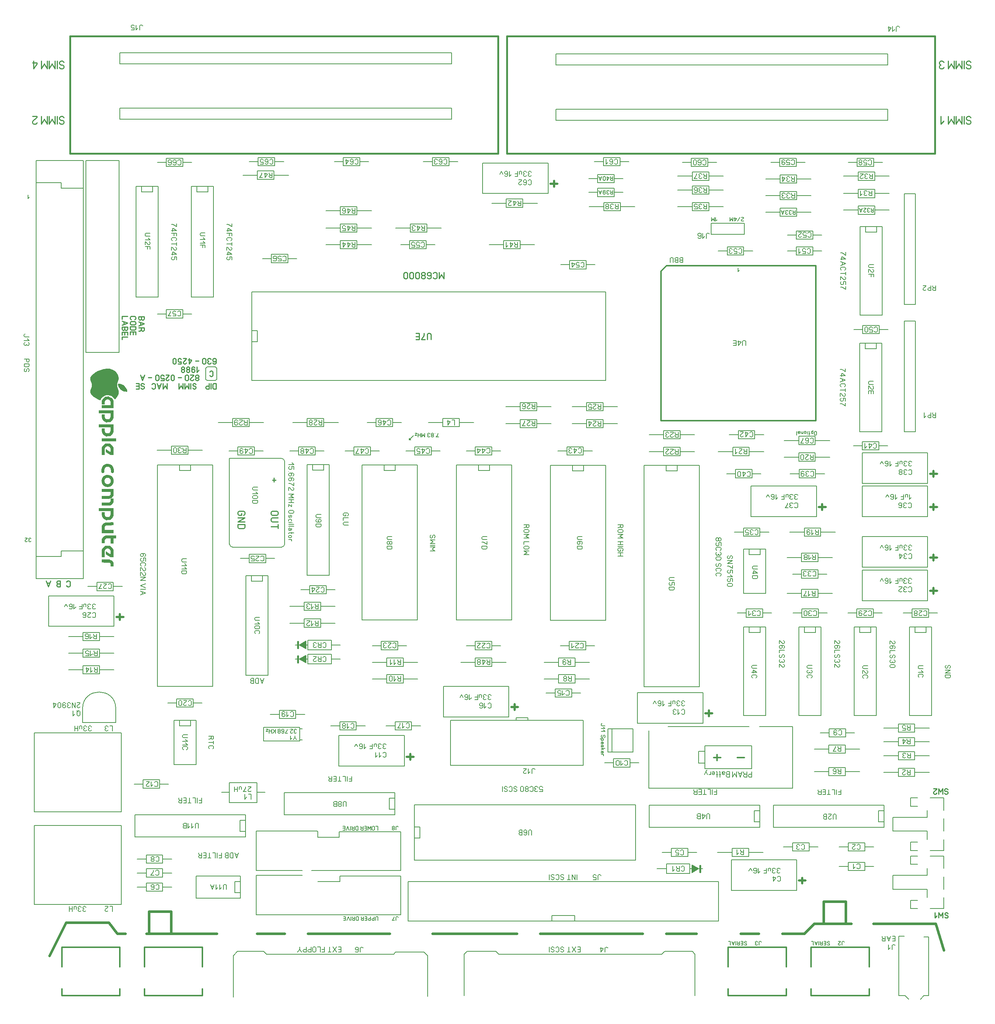
<source format=gbr>
%FSLAX34Y34*%
%MOMM*%
%LNSILK_TOP*%
G71*
G01*
%ADD10C,0.150*%
%ADD11C,0.200*%
%ADD12C,0.290*%
%ADD13C,0.206*%
%ADD14C,0.159*%
%ADD15C,0.300*%
%ADD16C,0.333*%
%ADD17C,0.400*%
%ADD18C,0.222*%
%ADD19C,0.238*%
%ADD20C,0.156*%
%ADD21C,0.600*%
%ADD22C,0.476*%
%ADD23C,0.675*%
%ADD24C,0.680*%
%ADD25C,0.254*%
%LPD*%
G54D10*
X426076Y679975D02*
X375276Y679975D01*
X375276Y578375D01*
X426076Y578375D01*
X426076Y679975D01*
G54D10*
X413375Y679975D02*
X387976Y679975D01*
X387976Y667275D01*
X413376Y667275D01*
X413375Y679975D01*
G54D10*
X539353Y411956D02*
X539353Y462756D01*
X285353Y462756D01*
X285353Y411956D01*
X539353Y411956D01*
G54D10*
X539353Y424656D02*
X539353Y450056D01*
X526653Y450056D01*
X526653Y424656D01*
X539353Y424656D01*
G54D10*
X527150Y271500D02*
X527150Y322300D01*
X425550Y322300D01*
X425550Y271500D01*
X527150Y271500D01*
G54D10*
X527150Y284200D02*
X527150Y309600D01*
X514450Y309600D01*
X514450Y284200D01*
X527150Y284200D01*
G54D10*
X882403Y462500D02*
X882403Y513300D01*
X628403Y513300D01*
X628403Y462500D01*
X882403Y462500D01*
G54D10*
X882403Y475200D02*
X882403Y500600D01*
X869703Y500600D01*
X869703Y475200D01*
X882403Y475200D01*
G54D10*
X731750Y1266200D02*
X680950Y1266200D01*
X680950Y1012200D01*
X731750Y1012200D01*
X731750Y1266200D01*
G54D10*
X719050Y1266200D02*
X693650Y1266200D01*
X693650Y1253500D01*
X719050Y1253500D01*
X719050Y1266200D01*
G54D11*
G75*
G01X629300Y1272750D02*
G03X621300Y1280750I-8000J0D01*
G01*
G54D11*
G75*
G01X621400Y1076750D02*
G03X629400Y1084750I0J8000D01*
G01*
G54D11*
G75*
G01X502400Y1084650D02*
G03X510400Y1076650I8000J0D01*
G01*
G54D11*
X502300Y1083650D02*
X502300Y1177650D01*
G54D11*
X622300Y1076650D02*
X509300Y1076650D01*
G54D11*
X629300Y1083650D02*
X629300Y1273650D01*
G54D11*
X621300Y1280650D02*
X530300Y1280650D01*
G54D11*
X502300Y1177650D02*
X502300Y1280650D01*
X530300Y1280650D01*
G54D12*
X529600Y1154750D02*
X529600Y1149950D01*
X524600Y1149950D01*
X522600Y1151150D01*
X521600Y1153550D01*
X521600Y1155950D01*
X522600Y1158350D01*
X524600Y1159550D01*
X534600Y1159550D01*
X536600Y1158350D01*
X537600Y1155950D01*
X537600Y1153550D01*
X536600Y1151150D01*
X534600Y1149950D01*
G54D12*
X521600Y1144350D02*
X537600Y1144350D01*
X521600Y1134750D01*
X537600Y1134750D01*
G54D12*
X521600Y1129150D02*
X537600Y1129150D01*
X537600Y1123150D01*
X536600Y1120750D01*
X534600Y1119550D01*
X524600Y1119550D01*
X522600Y1120750D01*
X521600Y1123150D01*
X521600Y1129150D01*
G54D12*
X604800Y1235750D02*
X604800Y1226150D01*
G54D12*
X608800Y1230950D02*
X600800Y1230950D01*
G54D12*
X610800Y1149950D02*
X600800Y1149950D01*
X598800Y1151150D01*
X597800Y1153550D01*
X597800Y1155950D01*
X598800Y1158350D01*
X600800Y1159550D01*
X610800Y1159550D01*
X612800Y1158350D01*
X613800Y1155950D01*
X613800Y1153550D01*
X612800Y1151150D01*
X610800Y1149950D01*
G54D12*
X613800Y1144350D02*
X600800Y1144350D01*
X598800Y1143150D01*
X597800Y1140750D01*
X597800Y1138350D01*
X598800Y1135950D01*
X600800Y1134750D01*
X613800Y1134750D01*
G54D12*
X597800Y1124350D02*
X613800Y1124350D01*
G54D12*
X613800Y1129150D02*
X613800Y1119550D01*
G54D10*
X463550Y1265634D02*
X336550Y1265634D01*
X336550Y757634D01*
X463550Y757634D01*
X463550Y1265634D01*
G54D10*
X412750Y1265634D02*
X387350Y1265634D01*
X387350Y1252934D01*
X412750Y1252934D01*
X412750Y1265634D01*
G54D10*
X926903Y485712D02*
X926903Y358712D01*
X1434903Y358712D01*
X1434903Y485712D01*
X926903Y485712D01*
G54D10*
X926903Y434912D02*
X926903Y409512D01*
X939603Y409512D01*
X939603Y434912D01*
X926903Y434912D01*
G54D10*
X1720403Y433706D02*
X1720403Y484506D01*
X1466403Y484506D01*
X1466403Y433706D01*
X1720403Y433706D01*
G54D10*
X1720403Y446406D02*
X1720403Y471806D01*
X1707703Y471806D01*
X1707703Y446406D01*
X1720403Y446406D01*
G54D10*
X2006153Y433706D02*
X2006153Y484506D01*
X1752153Y484506D01*
X1752153Y433706D01*
X2006153Y433706D01*
G54D10*
X2006153Y446406D02*
X2006153Y471806D01*
X1993453Y471806D01*
X1993453Y446406D01*
X2006153Y446406D01*
G54D10*
X2114551Y893762D02*
X2063750Y893762D01*
X2063750Y690562D01*
X2114551Y690562D01*
X2114551Y893762D01*
G54D10*
X2101851Y893762D02*
X2076451Y893762D01*
X2076451Y881062D01*
X2101851Y881062D01*
X2101851Y893762D01*
G54D10*
X1987550Y893762D02*
X1936751Y893762D01*
X1936751Y690562D01*
X1987550Y690562D01*
X1987550Y893762D01*
G54D10*
X1974850Y893762D02*
X1949451Y893762D01*
X1949451Y881062D01*
X1974850Y881062D01*
X1974850Y893762D01*
G54D10*
X1860550Y893762D02*
X1809750Y893762D01*
X1809750Y690562D01*
X1860550Y690562D01*
X1860550Y893762D01*
G54D10*
X1847850Y893762D02*
X1822451Y893762D01*
X1822451Y881062D01*
X1847850Y881062D01*
X1847850Y893762D01*
G54D10*
X1733550Y893762D02*
X1682750Y893762D01*
X1682750Y690562D01*
X1733550Y690562D01*
X1733550Y893762D01*
G54D10*
X1720850Y893762D02*
X1695451Y893762D01*
X1695451Y881062D01*
X1720850Y881062D01*
X1720850Y893762D01*
G54D10*
X1733947Y1072356D02*
X1683147Y1072356D01*
X1683147Y970756D01*
X1733947Y970756D01*
X1733947Y1072356D01*
G54D10*
X1721247Y1072356D02*
X1695847Y1072356D01*
X1695847Y1059656D01*
X1721247Y1059656D01*
X1721247Y1072356D01*
G54D10*
X1581944Y1264444D02*
X1454944Y1264444D01*
X1454944Y756444D01*
X1581944Y756444D01*
X1581944Y1264444D01*
G54D10*
X1531144Y1264444D02*
X1505744Y1264444D01*
X1505744Y1251744D01*
X1531144Y1251744D01*
X1531144Y1264444D01*
G54D10*
X1366441Y1264841D02*
X1239441Y1264841D01*
X1239441Y909241D01*
X1366441Y909241D01*
X1366441Y1264841D01*
G54D10*
X1315641Y1264841D02*
X1290241Y1264841D01*
X1290241Y1252141D01*
X1315641Y1252141D01*
X1315641Y1264841D01*
G54D10*
X1150541Y1265238D02*
X1023541Y1265238D01*
X1023541Y909638D01*
X1150541Y909638D01*
X1150541Y1265238D01*
G54D10*
X1099741Y1265238D02*
X1074341Y1265238D01*
X1074341Y1252538D01*
X1099741Y1252538D01*
X1099741Y1265238D01*
G54D10*
X933847Y1265634D02*
X806847Y1265634D01*
X806847Y910034D01*
X933847Y910034D01*
X933847Y1265634D01*
G54D10*
X883047Y1265634D02*
X857647Y1265634D01*
X857647Y1252934D01*
X883047Y1252934D01*
X883047Y1265634D01*
G54D10*
X591344Y1011634D02*
X540544Y1011634D01*
X540544Y783034D01*
X591344Y783034D01*
X591344Y1011634D01*
G54D10*
X578644Y1011634D02*
X553244Y1011634D01*
X553244Y998934D01*
X578644Y998934D01*
X578644Y1011634D01*
G54D10*
X2001043Y1544638D02*
X1950244Y1544638D01*
X1950244Y1341438D01*
X2001043Y1341438D01*
X2001043Y1544638D01*
G54D10*
X1988343Y1544638D02*
X1962945Y1544638D01*
X1962945Y1531938D01*
X1988343Y1531938D01*
X1988343Y1544638D01*
G54D10*
X2001440Y1812131D02*
X1950641Y1812131D01*
X1950641Y1608931D01*
X2001440Y1608931D01*
X2001440Y1812131D01*
G54D10*
X1988740Y1812131D02*
X1963341Y1812131D01*
X1963341Y1799431D01*
X1988740Y1799431D01*
X1988740Y1812131D01*
G54D10*
X1684734Y1820069D02*
X1684734Y1794669D01*
X1608534Y1794669D01*
X1608534Y1820069D01*
X1684734Y1820069D01*
G54D13*
X1597899Y1785701D02*
X1597899Y1795090D01*
X1598766Y1796534D01*
X1600499Y1797256D01*
X1602232Y1797256D01*
X1603966Y1796534D01*
X1604832Y1795090D01*
G54D13*
X1593855Y1790034D02*
X1589522Y1785701D01*
X1589522Y1797256D01*
G54D13*
X1578545Y1787867D02*
X1579412Y1786423D01*
X1581145Y1785701D01*
X1582878Y1785701D01*
X1584612Y1786423D01*
X1585478Y1787867D01*
X1585478Y1791478D01*
X1585478Y1792201D01*
X1582878Y1790756D01*
X1581145Y1790756D01*
X1579412Y1791478D01*
X1578545Y1792923D01*
X1578545Y1795090D01*
X1579412Y1796534D01*
X1581145Y1797256D01*
X1582878Y1797256D01*
X1584612Y1796534D01*
X1585478Y1795090D01*
X1585478Y1791478D01*
G54D14*
X1678222Y1833572D02*
X1683556Y1833572D01*
X1683556Y1833016D01*
X1682889Y1831905D01*
X1678889Y1828572D01*
X1678222Y1827461D01*
X1678222Y1826350D01*
X1678889Y1825238D01*
X1680222Y1824683D01*
X1681556Y1824683D01*
X1682889Y1825238D01*
X1683556Y1826350D01*
G54D14*
X1675112Y1833572D02*
X1669778Y1824683D01*
G54D14*
X1662668Y1833572D02*
X1662668Y1824683D01*
X1666668Y1830238D01*
X1666668Y1831350D01*
X1661334Y1831350D01*
G54D14*
X1658224Y1833572D02*
X1658224Y1824683D01*
X1654890Y1830238D01*
X1651557Y1824683D01*
X1651557Y1833572D01*
G54D14*
X1622494Y1828016D02*
X1619160Y1824683D01*
X1619160Y1833572D01*
G54D14*
X1616050Y1833572D02*
X1616050Y1824683D01*
X1612716Y1830238D01*
X1609383Y1824683D01*
X1609383Y1833572D01*
G54D10*
X465931Y1905000D02*
X415131Y1905000D01*
X415131Y1651000D01*
X465931Y1651000D01*
X465931Y1905000D01*
G54D10*
X453231Y1905000D02*
X427831Y1905000D01*
X427831Y1892300D01*
X453231Y1892300D01*
X453231Y1905000D01*
G54D10*
X338931Y1905000D02*
X288131Y1905000D01*
X288131Y1651000D01*
X338931Y1651000D01*
X338931Y1905000D01*
G54D10*
X326231Y1905000D02*
X300831Y1905000D01*
X300831Y1892300D01*
X326231Y1892300D01*
X326231Y1905000D01*
G54D11*
X1366838Y1662112D02*
X554038Y1662112D01*
X554038Y1458912D01*
X1366838Y1458912D01*
X1366838Y1662112D01*
G54D11*
X554038Y1573212D02*
X566738Y1573212D01*
X566738Y1547812D01*
X554038Y1547812D01*
X554038Y1573212D01*
G54D11*
X58738Y1963738D02*
X166688Y1963738D01*
X166688Y1004888D01*
X58738Y1004888D01*
X58738Y1963738D01*
G54D11*
X58738Y1912938D02*
X115888Y1912938D01*
X115888Y1900238D01*
X166688Y1900238D01*
G54D11*
X166688Y1068388D02*
X115888Y1068388D01*
X115888Y1055688D01*
X58738Y1055688D01*
G54D15*
X1544638Y1722438D02*
X1506538Y1722438D01*
X1493838Y1709738D01*
G54D15*
X1493838Y1709738D02*
X1493838Y1366838D01*
X1849437Y1366838D01*
X1849437Y1722438D01*
X1544638Y1722438D01*
G54D10*
X2078038Y1633538D02*
X2052638Y1633538D01*
X2052638Y1887538D01*
X2078038Y1887538D01*
X2078038Y1633538D01*
G54D13*
X2121120Y1671516D02*
X2118520Y1672961D01*
X2117654Y1674405D01*
X2117654Y1677294D01*
G54D13*
X2124587Y1677294D02*
X2124587Y1665738D01*
X2120254Y1665738D01*
X2118520Y1666461D01*
X2117654Y1667905D01*
X2117654Y1669350D01*
X2118520Y1670794D01*
X2120254Y1671516D01*
X2124587Y1671516D01*
G54D13*
X2113610Y1677294D02*
X2113610Y1665738D01*
X2109277Y1665738D01*
X2107543Y1666461D01*
X2106677Y1667905D01*
X2106677Y1669350D01*
X2107543Y1670794D01*
X2109277Y1671516D01*
X2113610Y1671516D01*
G54D13*
X2095700Y1677294D02*
X2102633Y1677294D01*
X2102633Y1676572D01*
X2101766Y1675127D01*
X2096566Y1670794D01*
X2095700Y1669350D01*
X2095700Y1667905D01*
X2096566Y1666461D01*
X2098300Y1665738D01*
X2100033Y1665738D01*
X2101766Y1666461D01*
X2102633Y1667905D01*
G54D10*
X2078038Y1341438D02*
X2052638Y1341438D01*
X2052638Y1595438D01*
X2078038Y1595438D01*
X2078038Y1341438D01*
G54D13*
X2120545Y1379555D02*
X2117945Y1381000D01*
X2117079Y1382444D01*
X2117079Y1385333D01*
G54D13*
X2124012Y1385333D02*
X2124012Y1373777D01*
X2119679Y1373777D01*
X2117945Y1374500D01*
X2117079Y1375944D01*
X2117079Y1377389D01*
X2117945Y1378833D01*
X2119679Y1379555D01*
X2124012Y1379555D01*
G54D13*
X2113035Y1385333D02*
X2113035Y1373777D01*
X2108702Y1373777D01*
X2106968Y1374500D01*
X2106102Y1375944D01*
X2106102Y1377389D01*
X2106968Y1378833D01*
X2108702Y1379555D01*
X2113035Y1379555D01*
G54D13*
X2102058Y1378111D02*
X2097725Y1373777D01*
X2097725Y1385333D01*
G54D11*
X912812Y309562D02*
X1625600Y309562D01*
X1625600Y219075D01*
X912812Y219075D01*
X912812Y309562D01*
G54D11*
X1243012Y219075D02*
X1295400Y219075D01*
X1295400Y231775D01*
X1243012Y231775D01*
X1243012Y219075D01*
G54D10*
X1012825Y2211388D02*
X1012825Y2185988D01*
X250825Y2185988D01*
X250825Y2211388D01*
X1012825Y2211388D01*
G54D10*
X1012825Y2084388D02*
X1012825Y2058988D01*
X250825Y2058988D01*
X250825Y2084388D01*
X1012825Y2084388D01*
G54D10*
X2014537Y2208212D02*
X2014537Y2182812D01*
X1252538Y2182812D01*
X1252538Y2208212D01*
X2014537Y2208212D01*
G54D10*
X2014537Y2081212D02*
X2014537Y2055812D01*
X1252538Y2055812D01*
X1252538Y2081212D01*
X2014537Y2081212D01*
G54D11*
X563562Y425450D02*
X563562Y334962D01*
X669925Y334962D01*
G54D11*
X690562Y334962D02*
X895350Y334962D01*
X895350Y423862D01*
X754062Y423862D01*
X754062Y411162D01*
X704850Y411162D01*
X704850Y423862D01*
G54D11*
X563562Y425450D02*
X703262Y425450D01*
X704850Y423862D01*
G54D10*
X1879650Y641375D02*
X1879650Y660375D01*
X1917650Y660375D01*
X1917650Y641375D01*
X1879650Y641375D01*
G54D10*
X1879550Y650875D02*
X1858950Y650875D01*
G54D10*
X1938350Y650875D02*
X1917750Y650875D01*
G54D10*
X2038400Y550888D02*
X2038400Y569888D01*
X2076400Y569888D01*
X2076400Y550888D01*
X2038400Y550888D01*
G54D10*
X2038300Y560388D02*
X2005000Y560388D01*
G54D10*
X2109800Y560388D02*
X2076500Y560388D01*
G54D10*
X2038400Y588988D02*
X2038400Y607988D01*
X2076400Y607988D01*
X2076400Y588988D01*
X2038400Y588988D01*
G54D10*
X2038300Y598488D02*
X2005000Y598488D01*
G54D10*
X2109800Y598488D02*
X2076500Y598488D01*
G54D10*
X2038400Y620738D02*
X2038400Y639738D01*
X2076400Y639738D01*
X2076400Y620738D01*
X2038400Y620738D01*
G54D10*
X2038300Y630238D02*
X2005000Y630238D01*
G54D10*
X2109800Y630238D02*
X2076500Y630238D01*
G54D10*
X2038400Y652488D02*
X2038400Y671488D01*
X2076400Y671488D01*
X2076400Y652488D01*
X2038400Y652488D01*
G54D10*
X2038300Y661988D02*
X2005000Y661988D01*
G54D10*
X2109800Y661988D02*
X2076500Y661988D01*
G54D13*
X2062256Y662740D02*
X2059656Y664185D01*
X2058789Y665629D01*
X2058789Y668518D01*
G54D13*
X2065722Y668518D02*
X2065722Y656962D01*
X2061389Y656962D01*
X2059656Y657685D01*
X2058789Y659129D01*
X2058789Y660574D01*
X2059656Y662018D01*
X2061389Y662740D01*
X2065722Y662740D01*
G54D13*
X2047812Y656962D02*
X2054746Y656962D01*
X2054746Y662018D01*
X2053879Y662018D01*
X2052146Y661296D01*
X2050412Y661296D01*
X2048679Y662018D01*
X2047812Y663462D01*
X2047812Y666351D01*
X2048679Y667796D01*
X2050412Y668518D01*
X2052146Y668518D01*
X2053879Y667796D01*
X2054746Y666351D01*
G54D10*
X1878856Y604069D02*
X1878856Y623069D01*
X1916856Y623069D01*
X1916856Y604069D01*
X1878856Y604069D01*
G54D10*
X1878756Y613569D02*
X1845456Y613569D01*
G54D10*
X1950256Y613569D02*
X1916956Y613569D01*
G54D13*
X1903159Y614459D02*
X1900559Y615903D01*
X1899693Y617348D01*
X1899693Y620236D01*
G54D13*
X1906626Y620236D02*
X1906626Y608681D01*
X1902293Y608681D01*
X1900559Y609403D01*
X1899693Y610848D01*
X1899693Y612292D01*
X1900559Y613736D01*
X1902293Y614459D01*
X1906626Y614459D01*
G54D13*
X1895649Y608681D02*
X1888716Y608681D01*
X1889582Y610125D01*
X1891316Y612292D01*
X1893049Y615181D01*
X1893916Y617348D01*
X1893916Y620236D01*
G54D10*
X1878856Y552475D02*
X1878856Y571475D01*
X1916856Y571475D01*
X1916856Y552475D01*
X1878856Y552475D01*
G54D10*
X1878756Y561975D02*
X1845456Y561975D01*
G54D10*
X1950256Y561975D02*
X1916956Y561975D01*
G54D13*
X1903029Y562727D02*
X1900429Y564172D01*
X1899563Y565616D01*
X1899563Y568505D01*
G54D13*
X1906496Y568505D02*
X1906496Y556950D01*
X1902163Y556950D01*
X1900429Y557672D01*
X1899563Y559116D01*
X1899563Y560560D01*
X1900429Y562005D01*
X1902163Y562727D01*
X1906496Y562727D01*
G54D13*
X1888586Y559116D02*
X1889452Y557672D01*
X1891186Y556950D01*
X1892919Y556950D01*
X1894652Y557672D01*
X1895519Y559116D01*
X1895519Y562727D01*
X1895519Y563450D01*
X1892919Y562005D01*
X1891186Y562005D01*
X1889452Y562727D01*
X1888586Y564172D01*
X1888586Y566338D01*
X1889452Y567783D01*
X1891186Y568505D01*
X1892919Y568505D01*
X1894652Y567783D01*
X1895519Y566338D01*
X1895519Y562727D01*
G54D10*
X1923306Y379438D02*
X1923306Y398438D01*
X1961306Y398438D01*
X1961306Y379438D01*
X1923306Y379438D01*
G54D10*
X1923206Y388938D02*
X1902606Y388938D01*
G54D10*
X1982006Y388938D02*
X1961406Y388938D01*
G54D10*
X1923306Y334988D02*
X1923306Y353988D01*
X1961306Y353988D01*
X1961306Y334988D01*
X1923306Y334988D01*
G54D10*
X1923206Y344488D02*
X1902606Y344488D01*
G54D10*
X1982006Y344488D02*
X1961406Y344488D01*
G54D10*
X1795512Y379438D02*
X1795512Y398438D01*
X1833512Y398438D01*
X1833512Y379438D01*
X1795512Y379438D01*
G54D10*
X1795412Y388938D02*
X1774812Y388938D01*
G54D10*
X1854212Y388938D02*
X1833612Y388938D01*
G54D10*
X1656606Y366738D02*
X1656606Y385738D01*
X1694606Y385738D01*
X1694606Y366738D01*
X1656606Y366738D01*
G54D10*
X1656506Y376238D02*
X1623206Y376238D01*
G54D10*
X1728006Y376238D02*
X1694706Y376238D01*
G54D10*
X1258144Y765200D02*
X1258144Y784200D01*
X1296144Y784200D01*
X1296144Y765200D01*
X1258144Y765200D01*
G54D10*
X1258044Y774700D02*
X1224744Y774700D01*
G54D10*
X1329544Y774700D02*
X1296244Y774700D01*
G54D10*
X1258144Y803300D02*
X1258144Y822300D01*
X1296144Y822300D01*
X1296144Y803300D01*
X1258144Y803300D01*
G54D10*
X1258044Y812800D02*
X1224744Y812800D01*
G54D10*
X1329544Y812800D02*
X1296244Y812800D01*
G54D13*
X1282447Y813156D02*
X1279847Y814601D01*
X1278981Y816045D01*
X1278981Y818934D01*
G54D13*
X1285914Y818934D02*
X1285914Y807379D01*
X1281581Y807379D01*
X1279847Y808101D01*
X1278981Y809545D01*
X1278981Y810990D01*
X1279847Y812434D01*
X1281581Y813156D01*
X1285914Y813156D01*
G54D13*
X1274937Y816768D02*
X1274070Y818212D01*
X1272337Y818934D01*
X1270604Y818934D01*
X1268870Y818212D01*
X1268004Y816768D01*
X1268004Y813156D01*
X1268004Y812434D01*
X1270604Y813879D01*
X1272337Y813879D01*
X1274070Y813156D01*
X1274937Y811712D01*
X1274937Y809545D01*
X1274070Y808101D01*
X1272337Y807379D01*
X1270604Y807379D01*
X1268870Y808101D01*
X1268004Y809545D01*
X1268004Y813156D01*
G54D10*
X1250206Y732656D02*
X1250206Y751656D01*
X1288206Y751656D01*
X1288206Y732656D01*
X1250206Y732656D01*
G54D10*
X1250106Y742156D02*
X1229506Y742156D01*
G54D10*
X1308906Y742156D02*
X1288306Y742156D01*
G54D13*
X1275385Y746124D02*
X1276251Y747568D01*
X1277985Y748290D01*
X1279718Y748290D01*
X1281451Y747568D01*
X1282318Y746124D01*
X1282318Y738901D01*
X1281451Y737457D01*
X1279718Y736735D01*
X1277985Y736735D01*
X1276251Y737457D01*
X1275385Y738901D01*
G54D13*
X1271341Y741068D02*
X1267008Y736735D01*
X1267008Y748290D01*
G54D13*
X1256031Y736735D02*
X1262964Y736735D01*
X1262964Y741790D01*
X1262097Y741790D01*
X1260364Y741068D01*
X1258631Y741068D01*
X1256897Y741790D01*
X1256031Y743235D01*
X1256031Y746124D01*
X1256897Y747568D01*
X1258631Y748290D01*
X1260364Y748290D01*
X1262097Y747568D01*
X1262964Y746124D01*
G54D10*
X1282750Y841400D02*
X1282750Y860400D01*
X1320750Y860400D01*
X1320750Y841400D01*
X1282750Y841400D01*
G54D10*
X1282650Y850900D02*
X1262050Y850900D01*
G54D10*
X1341450Y850900D02*
X1320850Y850900D01*
G54D10*
X1066850Y841400D02*
X1066850Y860400D01*
X1104850Y860400D01*
X1104850Y841400D01*
X1066850Y841400D01*
G54D10*
X1066750Y850900D02*
X1046150Y850900D01*
G54D10*
X1125550Y850900D02*
X1104950Y850900D01*
G54D10*
X850950Y841400D02*
X850950Y860400D01*
X888950Y860400D01*
X888950Y841400D01*
X850950Y841400D01*
G54D10*
X850850Y850900D02*
X830250Y850900D01*
G54D10*
X909650Y850900D02*
X889050Y850900D01*
G54D10*
X882700Y657250D02*
X882700Y676250D01*
X920700Y676250D01*
X920700Y657250D01*
X882700Y657250D01*
G54D10*
X882600Y666750D02*
X862000Y666750D01*
G54D10*
X941400Y666750D02*
X920800Y666750D01*
G54D10*
X755700Y657250D02*
X755700Y676250D01*
X793700Y676250D01*
X793700Y657250D01*
X755700Y657250D01*
G54D10*
X755600Y666750D02*
X735000Y666750D01*
G54D10*
X814400Y666750D02*
X793800Y666750D01*
G54D10*
X1066850Y803300D02*
X1066850Y822300D01*
X1104850Y822300D01*
X1104850Y803300D01*
X1066850Y803300D01*
G54D10*
X1066750Y812800D02*
X1033450Y812800D01*
G54D10*
X1138250Y812800D02*
X1104950Y812800D01*
G54D13*
X1097232Y813553D02*
X1094632Y814998D01*
X1093766Y816442D01*
X1093766Y819331D01*
G54D13*
X1100699Y819331D02*
X1100699Y807776D01*
X1096366Y807776D01*
X1094632Y808498D01*
X1093766Y809942D01*
X1093766Y811386D01*
X1094632Y812831D01*
X1096366Y813553D01*
X1100699Y813553D01*
G54D13*
X1084522Y819331D02*
X1084522Y807776D01*
X1089722Y814998D01*
X1089722Y816442D01*
X1082789Y816442D01*
G54D13*
X1074412Y813553D02*
X1076145Y813553D01*
X1077878Y812831D01*
X1078745Y811386D01*
X1078745Y809942D01*
X1077878Y808498D01*
X1076145Y807776D01*
X1074412Y807776D01*
X1072678Y808498D01*
X1071812Y809942D01*
X1071812Y811386D01*
X1072678Y812831D01*
X1074412Y813553D01*
X1072678Y814276D01*
X1071812Y815720D01*
X1071812Y817164D01*
X1072678Y818609D01*
X1074412Y819331D01*
X1076145Y819331D01*
X1077878Y818609D01*
X1078745Y817164D01*
X1078745Y815720D01*
X1077878Y814276D01*
X1076145Y813553D01*
G54D10*
X863650Y803300D02*
X863650Y822300D01*
X901650Y822300D01*
X901650Y803300D01*
X863650Y803300D01*
G54D10*
X863550Y812800D02*
X830250Y812800D01*
G54D10*
X935050Y812800D02*
X901750Y812800D01*
G54D13*
X892143Y813156D02*
X889543Y814601D01*
X888676Y816045D01*
X888676Y818934D01*
G54D13*
X895610Y818934D02*
X895610Y807379D01*
X891276Y807379D01*
X889543Y808101D01*
X888676Y809545D01*
X888676Y810990D01*
X889543Y812434D01*
X891276Y813156D01*
X895610Y813156D01*
G54D13*
X884632Y811712D02*
X880299Y807379D01*
X880299Y818934D01*
G54D13*
X876256Y811712D02*
X871922Y807379D01*
X871922Y818934D01*
G54D10*
X863650Y765200D02*
X863650Y784200D01*
X901650Y784200D01*
X901650Y765200D01*
X863650Y765200D01*
G54D10*
X863550Y774700D02*
X830250Y774700D01*
G54D10*
X935050Y774700D02*
X901750Y774700D01*
G54D13*
X892311Y775453D02*
X889711Y776898D01*
X888844Y778342D01*
X888844Y781231D01*
G54D13*
X895778Y781231D02*
X895778Y769676D01*
X891444Y769676D01*
X889711Y770398D01*
X888844Y771842D01*
X888844Y773286D01*
X889711Y774731D01*
X891444Y775453D01*
X895778Y775453D01*
G54D13*
X884801Y774009D02*
X880467Y769676D01*
X880467Y781231D01*
G54D13*
X869490Y771842D02*
X869490Y779064D01*
X870357Y780509D01*
X872090Y781231D01*
X873824Y781231D01*
X875557Y780509D01*
X876424Y779064D01*
X876424Y771842D01*
X875557Y770398D01*
X873824Y769676D01*
X872090Y769676D01*
X870357Y770398D01*
X869490Y771842D01*
G54D10*
X616794Y683444D02*
X616794Y702444D01*
X654794Y702444D01*
X654794Y683444D01*
X616794Y683444D01*
G54D10*
X616694Y692944D02*
X596094Y692944D01*
G54D10*
X675494Y692944D02*
X654894Y692944D01*
G54D10*
X381050Y709638D02*
X381050Y728638D01*
X419050Y728638D01*
X419050Y709638D01*
X381050Y709638D01*
G54D10*
X380950Y719138D02*
X360350Y719138D01*
G54D10*
X439750Y719138D02*
X419150Y719138D01*
G54D10*
X304056Y523900D02*
X304056Y542900D01*
X342056Y542900D01*
X342056Y523900D01*
X304056Y523900D01*
G54D10*
X303956Y533400D02*
X283356Y533400D01*
G54D10*
X362756Y533400D02*
X342156Y533400D01*
G54D10*
X673944Y931888D02*
X673944Y950888D01*
X711944Y950888D01*
X711944Y931888D01*
X673944Y931888D01*
G54D10*
X673844Y941388D02*
X640544Y941388D01*
G54D10*
X745344Y941388D02*
X712044Y941388D01*
G54D10*
X673944Y892994D02*
X673944Y911994D01*
X711944Y911994D01*
X711944Y892994D01*
X673944Y892994D01*
G54D10*
X673844Y902494D02*
X640544Y902494D01*
G54D10*
X745344Y902494D02*
X712044Y902494D01*
G54D10*
X686644Y969988D02*
X686644Y988988D01*
X724644Y988988D01*
X724644Y969988D01*
X686644Y969988D01*
G54D10*
X686544Y979488D02*
X665944Y979488D01*
G54D10*
X745344Y979488D02*
X724744Y979488D01*
G54D10*
X197694Y977131D02*
X197694Y996131D01*
X235694Y996131D01*
X235694Y977131D01*
X197694Y977131D01*
G54D10*
X197594Y986631D02*
X176994Y986631D01*
G54D10*
X256394Y986631D02*
X235794Y986631D01*
G54D10*
X165944Y862038D02*
X165944Y881038D01*
X203944Y881038D01*
X203944Y862038D01*
X165944Y862038D01*
G54D10*
X165844Y871538D02*
X132544Y871538D01*
G54D10*
X237344Y871538D02*
X204044Y871538D01*
G54D10*
X165944Y823938D02*
X165944Y842938D01*
X203944Y842938D01*
X203944Y823938D01*
X165944Y823938D01*
G54D10*
X165844Y833438D02*
X132544Y833438D01*
G54D10*
X237344Y833438D02*
X204044Y833438D01*
G54D13*
X195096Y833794D02*
X192496Y835239D01*
X191629Y836683D01*
X191629Y839572D01*
G54D13*
X198562Y839572D02*
X198562Y828017D01*
X194229Y828017D01*
X192496Y828739D01*
X191629Y830183D01*
X191629Y831628D01*
X192496Y833072D01*
X194229Y833794D01*
X198562Y833794D01*
G54D13*
X187585Y832350D02*
X183252Y828017D01*
X183252Y839572D01*
G54D13*
X172275Y828017D02*
X179208Y828017D01*
X179208Y833072D01*
X178342Y833072D01*
X176608Y832350D01*
X174875Y832350D01*
X173142Y833072D01*
X172275Y834517D01*
X172275Y837406D01*
X173142Y838850D01*
X174875Y839572D01*
X176608Y839572D01*
X178342Y838850D01*
X179208Y837406D01*
G54D10*
X165944Y785838D02*
X165944Y804838D01*
X203944Y804838D01*
X203944Y785838D01*
X165944Y785838D01*
G54D10*
X165844Y795338D02*
X132544Y795338D01*
G54D10*
X237344Y795338D02*
X204044Y795338D01*
G54D10*
X1816150Y961256D02*
X1816150Y980256D01*
X1854150Y980256D01*
X1854150Y961256D01*
X1816150Y961256D01*
G54D10*
X1816050Y970756D02*
X1782750Y970756D01*
G54D10*
X1887550Y970756D02*
X1854250Y970756D01*
G54D10*
X1816150Y1043806D02*
X1816150Y1062806D01*
X1854150Y1062806D01*
X1854150Y1043806D01*
X1816150Y1043806D01*
G54D10*
X1816050Y1053306D02*
X1782750Y1053306D01*
G54D10*
X1887550Y1053306D02*
X1854250Y1053306D01*
G54D10*
X1822500Y1101750D02*
X1822500Y1120750D01*
X1860500Y1120750D01*
X1860500Y1101750D01*
X1822500Y1101750D01*
G54D10*
X1822400Y1111250D02*
X1789100Y1111250D01*
G54D10*
X1893900Y1111250D02*
X1860600Y1111250D01*
G54D13*
X1851558Y1111210D02*
X1848958Y1112654D01*
X1848091Y1114098D01*
X1848091Y1116987D01*
G54D13*
X1855024Y1116987D02*
X1855024Y1105432D01*
X1850691Y1105432D01*
X1848958Y1106154D01*
X1848091Y1107598D01*
X1848091Y1109043D01*
X1848958Y1110487D01*
X1850691Y1111210D01*
X1855024Y1111210D01*
G54D13*
X1844048Y1109765D02*
X1839714Y1105432D01*
X1839714Y1116987D01*
G54D13*
X1835670Y1114821D02*
X1834804Y1116265D01*
X1833070Y1116987D01*
X1831337Y1116987D01*
X1829604Y1116265D01*
X1828737Y1114821D01*
X1828737Y1111210D01*
X1828737Y1110487D01*
X1831337Y1111932D01*
X1833070Y1111932D01*
X1834804Y1111210D01*
X1835670Y1109765D01*
X1835670Y1107598D01*
X1834804Y1106154D01*
X1833070Y1105432D01*
X1831337Y1105432D01*
X1829604Y1106154D01*
X1828737Y1107598D01*
X1828737Y1111210D01*
G54D10*
X1810594Y1235894D02*
X1810594Y1254894D01*
X1848594Y1254894D01*
X1848594Y1235894D01*
X1810594Y1235894D01*
G54D10*
X1810494Y1245394D02*
X1789894Y1245394D01*
G54D10*
X1869294Y1245394D02*
X1848694Y1245394D01*
G54D10*
X1664544Y1235894D02*
X1664544Y1254894D01*
X1702544Y1254894D01*
X1702544Y1235894D01*
X1664544Y1235894D01*
G54D10*
X1664444Y1245394D02*
X1643844Y1245394D01*
G54D10*
X1723244Y1245394D02*
X1702644Y1245394D01*
G54D10*
X1682800Y1101750D02*
X1682800Y1120750D01*
X1720800Y1120750D01*
X1720800Y1101750D01*
X1682800Y1101750D01*
G54D10*
X1682700Y1111250D02*
X1662100Y1111250D01*
G54D10*
X1741500Y1111250D02*
X1720900Y1111250D01*
G54D10*
X1809800Y1273994D02*
X1809800Y1292994D01*
X1847800Y1292994D01*
X1847800Y1273994D01*
X1809800Y1273994D01*
G54D10*
X1809700Y1283494D02*
X1776400Y1283494D01*
G54D10*
X1881200Y1283494D02*
X1847900Y1283494D01*
G54D13*
X1839474Y1283454D02*
X1836874Y1284898D01*
X1836007Y1286342D01*
X1836007Y1289231D01*
G54D13*
X1842940Y1289231D02*
X1842940Y1277676D01*
X1838607Y1277676D01*
X1836874Y1278398D01*
X1836007Y1279842D01*
X1836007Y1281287D01*
X1836874Y1282731D01*
X1838607Y1283454D01*
X1842940Y1283454D01*
G54D13*
X1825030Y1289231D02*
X1831963Y1289231D01*
X1831963Y1288509D01*
X1831096Y1287065D01*
X1825896Y1282731D01*
X1825030Y1281287D01*
X1825030Y1279842D01*
X1825896Y1278398D01*
X1827630Y1277676D01*
X1829363Y1277676D01*
X1831096Y1278398D01*
X1831963Y1279842D01*
G54D13*
X1814053Y1279842D02*
X1814053Y1287065D01*
X1814920Y1288509D01*
X1816653Y1289231D01*
X1818386Y1289231D01*
X1820120Y1288509D01*
X1820986Y1287065D01*
X1820986Y1279842D01*
X1820120Y1278398D01*
X1818386Y1277676D01*
X1816653Y1277676D01*
X1814920Y1278398D01*
X1814053Y1279842D01*
G54D10*
X1809800Y1312094D02*
X1809800Y1331094D01*
X1847800Y1331094D01*
X1847800Y1312094D01*
X1809800Y1312094D01*
G54D10*
X1809700Y1321594D02*
X1776400Y1321594D01*
G54D10*
X1881200Y1321594D02*
X1847900Y1321594D01*
G54D10*
X1955850Y1300188D02*
X1955850Y1319188D01*
X1993850Y1319188D01*
X1993850Y1300188D01*
X1955850Y1300188D01*
G54D10*
X1955750Y1309688D02*
X1935150Y1309688D01*
G54D10*
X2014550Y1309688D02*
X1993950Y1309688D01*
G54D10*
X1670894Y1325588D02*
X1670894Y1344588D01*
X1708894Y1344588D01*
X1708894Y1325588D01*
X1670894Y1325588D01*
G54D10*
X1670794Y1335088D02*
X1650194Y1335088D01*
G54D10*
X1729594Y1335088D02*
X1708994Y1335088D01*
G54D10*
X1658194Y1286694D02*
X1658194Y1305694D01*
X1696194Y1305694D01*
X1696194Y1286694D01*
X1658194Y1286694D01*
G54D10*
X1658094Y1296194D02*
X1624794Y1296194D01*
G54D10*
X1729594Y1296194D02*
X1696294Y1296194D01*
G54D10*
X1499444Y1286694D02*
X1499444Y1305694D01*
X1537444Y1305694D01*
X1537444Y1286694D01*
X1499444Y1286694D01*
G54D10*
X1499344Y1296194D02*
X1466044Y1296194D01*
G54D10*
X1570844Y1296194D02*
X1537544Y1296194D01*
G54D13*
X1529514Y1296154D02*
X1526914Y1297598D01*
X1526048Y1299042D01*
X1526048Y1301931D01*
G54D13*
X1532981Y1301931D02*
X1532981Y1290376D01*
X1528648Y1290376D01*
X1526914Y1291098D01*
X1526048Y1292542D01*
X1526048Y1293987D01*
X1526914Y1295431D01*
X1528648Y1296154D01*
X1532981Y1296154D01*
G54D13*
X1515071Y1301931D02*
X1522004Y1301931D01*
X1522004Y1301209D01*
X1521137Y1299765D01*
X1515937Y1295431D01*
X1515071Y1293987D01*
X1515071Y1292542D01*
X1515937Y1291098D01*
X1517671Y1290376D01*
X1519404Y1290376D01*
X1521137Y1291098D01*
X1522004Y1292542D01*
G54D13*
X1504094Y1301931D02*
X1511027Y1301931D01*
X1511027Y1301209D01*
X1510160Y1299765D01*
X1504960Y1295431D01*
X1504094Y1293987D01*
X1504094Y1292542D01*
X1504960Y1291098D01*
X1506694Y1290376D01*
X1508427Y1290376D01*
X1510160Y1291098D01*
X1511027Y1292542D01*
G54D10*
X1499444Y1325588D02*
X1499444Y1344588D01*
X1537444Y1344588D01*
X1537444Y1325588D01*
X1499444Y1325588D01*
G54D10*
X1499344Y1335088D02*
X1466044Y1335088D01*
G54D10*
X1570844Y1335088D02*
X1537544Y1335088D01*
G54D13*
X1529514Y1335048D02*
X1526914Y1336492D01*
X1526048Y1337936D01*
X1526048Y1340825D01*
G54D13*
X1532981Y1340825D02*
X1532981Y1329270D01*
X1528648Y1329270D01*
X1526914Y1329992D01*
X1526048Y1331436D01*
X1526048Y1332881D01*
X1526914Y1334325D01*
X1528648Y1335048D01*
X1532981Y1335048D01*
G54D13*
X1515071Y1340825D02*
X1522004Y1340825D01*
X1522004Y1340103D01*
X1521137Y1338659D01*
X1515937Y1334325D01*
X1515071Y1332881D01*
X1515071Y1331436D01*
X1515937Y1329992D01*
X1517671Y1329270D01*
X1519404Y1329270D01*
X1521137Y1329992D01*
X1522004Y1331436D01*
G54D13*
X1511027Y1331436D02*
X1510160Y1329992D01*
X1508427Y1329270D01*
X1506694Y1329270D01*
X1504960Y1329992D01*
X1504094Y1331436D01*
X1504094Y1332881D01*
X1504960Y1334325D01*
X1506694Y1335048D01*
X1504960Y1335770D01*
X1504094Y1337214D01*
X1504094Y1338659D01*
X1504960Y1340103D01*
X1506694Y1340825D01*
X1508427Y1340825D01*
X1510160Y1340103D01*
X1511027Y1338659D01*
G54D10*
X1956644Y1566888D02*
X1956644Y1585888D01*
X1994644Y1585888D01*
X1994644Y1566888D01*
X1956644Y1566888D01*
G54D10*
X1956544Y1576388D02*
X1935944Y1576388D01*
G54D10*
X2015344Y1576388D02*
X1994744Y1576388D01*
G54D10*
X1277194Y1288281D02*
X1277194Y1307281D01*
X1315194Y1307281D01*
X1315194Y1288281D01*
X1277194Y1288281D01*
G54D10*
X1277094Y1297781D02*
X1256494Y1297781D01*
G54D10*
X1335894Y1297781D02*
X1315294Y1297781D01*
G54D10*
X1066850Y1288281D02*
X1066850Y1307281D01*
X1104850Y1307281D01*
X1104850Y1288281D01*
X1066850Y1288281D01*
G54D10*
X1066750Y1297781D02*
X1046150Y1297781D01*
G54D10*
X1125550Y1297781D02*
X1104950Y1297781D01*
G54D10*
X927944Y1288281D02*
X927944Y1307281D01*
X965944Y1307281D01*
X965944Y1288281D01*
X927944Y1288281D01*
G54D10*
X927844Y1297781D02*
X907244Y1297781D01*
G54D10*
X986644Y1297781D02*
X966044Y1297781D01*
G54D10*
X788244Y1288281D02*
X788244Y1307281D01*
X826244Y1307281D01*
X826244Y1288281D01*
X788244Y1288281D01*
G54D10*
X788144Y1297781D02*
X767544Y1297781D01*
G54D10*
X846944Y1297781D02*
X826344Y1297781D01*
G54D10*
X661244Y1288281D02*
X661244Y1307281D01*
X699244Y1307281D01*
X699244Y1288281D01*
X661244Y1288281D01*
G54D10*
X661144Y1297781D02*
X640544Y1297781D01*
G54D10*
X719944Y1297781D02*
X699344Y1297781D01*
G54D10*
X521544Y1288281D02*
X521544Y1307281D01*
X559544Y1307281D01*
X559544Y1288281D01*
X521544Y1288281D01*
G54D10*
X521444Y1297781D02*
X500844Y1297781D01*
G54D10*
X580244Y1297781D02*
X559644Y1297781D01*
G54D10*
X369144Y1289869D02*
X369144Y1308869D01*
X407144Y1308869D01*
X407144Y1289869D01*
X369144Y1289869D01*
G54D10*
X369044Y1299369D02*
X335744Y1299369D01*
G54D10*
X440544Y1299369D02*
X407244Y1299369D01*
G54D13*
X399214Y1299328D02*
X396614Y1300773D01*
X395748Y1302217D01*
X395748Y1305106D01*
G54D13*
X402681Y1305106D02*
X402681Y1293551D01*
X398348Y1293551D01*
X396614Y1294273D01*
X395748Y1295717D01*
X395748Y1297162D01*
X396614Y1298606D01*
X398348Y1299328D01*
X402681Y1299328D01*
G54D13*
X391704Y1295717D02*
X390837Y1294273D01*
X389104Y1293551D01*
X387371Y1293551D01*
X385637Y1294273D01*
X384771Y1295717D01*
X384771Y1297162D01*
X385637Y1298606D01*
X387371Y1299328D01*
X385637Y1300051D01*
X384771Y1301495D01*
X384771Y1302940D01*
X385637Y1304384D01*
X387371Y1305106D01*
X389104Y1305106D01*
X390837Y1304384D01*
X391704Y1302940D01*
G54D13*
X373794Y1295717D02*
X373794Y1302940D01*
X374660Y1304384D01*
X376394Y1305106D01*
X378127Y1305106D01*
X379860Y1304384D01*
X380727Y1302940D01*
X380727Y1295717D01*
X379860Y1294273D01*
X378127Y1293551D01*
X376394Y1293551D01*
X374660Y1294273D01*
X373794Y1295717D01*
G54D10*
X509638Y1353369D02*
X509638Y1372369D01*
X547638Y1372369D01*
X547638Y1353369D01*
X509638Y1353369D01*
G54D10*
X509538Y1362869D02*
X476238Y1362869D01*
G54D10*
X581038Y1362869D02*
X547738Y1362869D01*
G54D13*
X539708Y1362828D02*
X537108Y1364273D01*
X536242Y1365717D01*
X536242Y1368606D01*
G54D13*
X543175Y1368606D02*
X543175Y1357051D01*
X538842Y1357051D01*
X537108Y1357773D01*
X536242Y1359217D01*
X536242Y1360662D01*
X537108Y1362106D01*
X538842Y1362828D01*
X543175Y1362828D01*
G54D13*
X525265Y1368606D02*
X532198Y1368606D01*
X532198Y1367884D01*
X531331Y1366440D01*
X526131Y1362106D01*
X525265Y1360662D01*
X525265Y1359217D01*
X526131Y1357773D01*
X527865Y1357051D01*
X529598Y1357051D01*
X531331Y1357773D01*
X532198Y1359217D01*
G54D13*
X521221Y1366440D02*
X520354Y1367884D01*
X518621Y1368606D01*
X516888Y1368606D01*
X515154Y1367884D01*
X514288Y1366440D01*
X514288Y1362828D01*
X514288Y1362106D01*
X516888Y1363551D01*
X518621Y1363551D01*
X520354Y1362828D01*
X521221Y1361384D01*
X521221Y1359217D01*
X520354Y1357773D01*
X518621Y1357051D01*
X516888Y1357051D01*
X515154Y1357773D01*
X514288Y1359217D01*
X514288Y1362828D01*
G54D10*
X681088Y1353369D02*
X681088Y1372369D01*
X719088Y1372369D01*
X719088Y1353369D01*
X681088Y1353369D01*
G54D10*
X680988Y1362869D02*
X647688Y1362869D01*
G54D10*
X752488Y1362869D02*
X719188Y1362869D01*
G54D13*
X711158Y1362828D02*
X708558Y1364273D01*
X707692Y1365717D01*
X707692Y1368606D01*
G54D13*
X714625Y1368606D02*
X714625Y1357051D01*
X710292Y1357051D01*
X708558Y1357773D01*
X707692Y1359217D01*
X707692Y1360662D01*
X708558Y1362106D01*
X710292Y1362828D01*
X714625Y1362828D01*
G54D13*
X696715Y1368606D02*
X703648Y1368606D01*
X703648Y1367884D01*
X702781Y1366440D01*
X697581Y1362106D01*
X696715Y1360662D01*
X696715Y1359217D01*
X697581Y1357773D01*
X699315Y1357051D01*
X701048Y1357051D01*
X702781Y1357773D01*
X703648Y1359217D01*
G54D13*
X688338Y1362828D02*
X690071Y1362828D01*
X691804Y1362106D01*
X692671Y1360662D01*
X692671Y1359217D01*
X691804Y1357773D01*
X690071Y1357051D01*
X688338Y1357051D01*
X686604Y1357773D01*
X685738Y1359217D01*
X685738Y1360662D01*
X686604Y1362106D01*
X688338Y1362828D01*
X686604Y1363551D01*
X685738Y1364995D01*
X685738Y1366440D01*
X686604Y1367884D01*
X688338Y1368606D01*
X690071Y1368606D01*
X691804Y1367884D01*
X692671Y1366440D01*
X692671Y1364995D01*
X691804Y1363551D01*
X690071Y1362828D01*
G54D10*
X839044Y1353369D02*
X839044Y1372369D01*
X877044Y1372369D01*
X877044Y1353369D01*
X839044Y1353369D01*
G54D10*
X838944Y1362869D02*
X818344Y1362869D01*
G54D10*
X897744Y1362869D02*
X877144Y1362869D01*
G54D10*
X992238Y1353369D02*
X992238Y1372369D01*
X1030238Y1372369D01*
X1030238Y1353369D01*
X992238Y1353369D01*
G54D10*
X992138Y1362869D02*
X958838Y1362869D01*
G54D10*
X1063638Y1362869D02*
X1030338Y1362869D01*
G54D10*
X1170038Y1350988D02*
X1170038Y1369988D01*
X1208038Y1369988D01*
X1208038Y1350988D01*
X1170038Y1350988D01*
G54D10*
X1169938Y1360488D02*
X1136638Y1360488D01*
G54D10*
X1241438Y1360488D02*
X1208138Y1360488D01*
G54D10*
X1170038Y1389881D02*
X1170038Y1408881D01*
X1208038Y1408881D01*
X1208038Y1389881D01*
X1170038Y1389881D01*
G54D10*
X1169938Y1399381D02*
X1136638Y1399381D01*
G54D10*
X1241438Y1399381D02*
X1208138Y1399381D01*
G54D10*
X1322438Y1389881D02*
X1322438Y1408881D01*
X1360438Y1408881D01*
X1360438Y1389881D01*
X1322438Y1389881D01*
G54D10*
X1322338Y1399381D02*
X1289038Y1399381D01*
G54D10*
X1393838Y1399381D02*
X1360538Y1399381D01*
G54D10*
X1322438Y1350988D02*
X1322438Y1369988D01*
X1360438Y1369988D01*
X1360438Y1350988D01*
X1322438Y1350988D01*
G54D10*
X1322338Y1360488D02*
X1289038Y1360488D01*
G54D10*
X1393838Y1360488D02*
X1360538Y1360488D01*
G54D13*
X1352369Y1360448D02*
X1349769Y1361892D01*
X1348903Y1363336D01*
X1348903Y1366225D01*
G54D13*
X1355836Y1366225D02*
X1355836Y1354670D01*
X1351503Y1354670D01*
X1349769Y1355392D01*
X1348903Y1356836D01*
X1348903Y1358281D01*
X1349769Y1359725D01*
X1351503Y1360448D01*
X1355836Y1360448D01*
G54D13*
X1337926Y1366225D02*
X1344859Y1366225D01*
X1344859Y1365503D01*
X1343992Y1364059D01*
X1338792Y1359725D01*
X1337926Y1358281D01*
X1337926Y1356836D01*
X1338792Y1355392D01*
X1340526Y1354670D01*
X1342259Y1354670D01*
X1343992Y1355392D01*
X1344859Y1356836D01*
G54D13*
X1328682Y1366225D02*
X1328682Y1354670D01*
X1333882Y1361892D01*
X1333882Y1363336D01*
X1326949Y1363336D01*
G54D11*
X1009650Y679450D02*
X1314450Y679450D01*
X1314450Y576262D01*
X1009650Y576262D01*
X1009650Y679450D01*
G54D11*
X1160462Y679450D02*
X1187450Y679450D01*
X1187450Y685800D01*
X1160462Y685800D01*
X1160462Y679450D01*
G54D10*
X1439700Y673025D02*
X1439700Y743025D01*
X1589700Y743025D01*
X1589700Y673025D01*
X1439700Y673025D01*
G54D10*
X993612Y687312D02*
X993612Y757312D01*
X1143612Y757312D01*
X1143612Y687312D01*
X993612Y687312D01*
G54D10*
X87150Y895275D02*
X87150Y965275D01*
X237150Y965275D01*
X237150Y895275D01*
X87150Y895275D01*
G54D11*
G75*
G01X241300Y706438D02*
G03X165100Y706438I-38100J0D01*
G01*
G54D11*
X165100Y706438D02*
X165100Y674688D01*
X241300Y674688D01*
X241300Y706438D01*
G54D10*
X663550Y631800D02*
X581050Y631800D01*
X581050Y663400D01*
X663550Y663400D01*
X663550Y631800D01*
G54D10*
X663550Y634900D02*
X669850Y634900D01*
G54D10*
X663550Y660300D02*
X669850Y660300D01*
G54D14*
X656122Y635294D02*
X652789Y639738D01*
X652789Y644183D01*
G54D14*
X652789Y639738D02*
X649455Y635294D01*
G54D14*
X646344Y638628D02*
X643011Y635294D01*
X643011Y644183D01*
G54D14*
X656122Y651961D02*
X655455Y650850D01*
X654122Y650294D01*
X652789Y650294D01*
X651455Y650850D01*
X650789Y651961D01*
X650789Y653072D01*
X651455Y654183D01*
X652789Y654738D01*
X651455Y655294D01*
X650789Y656405D01*
X650789Y657516D01*
X651455Y658628D01*
X652789Y659183D01*
X654122Y659183D01*
X655455Y658628D01*
X656122Y657516D01*
G54D14*
X642345Y659183D02*
X647678Y659183D01*
X647678Y658628D01*
X647011Y657516D01*
X643011Y654183D01*
X642345Y653072D01*
X642345Y651961D01*
X643011Y650850D01*
X644345Y650294D01*
X645678Y650294D01*
X647011Y650850D01*
X647678Y651961D01*
G54D14*
X639234Y659183D02*
X639234Y659183D01*
G54D14*
X636123Y650294D02*
X630790Y650294D01*
X631456Y651405D01*
X632790Y653072D01*
X634123Y655294D01*
X634790Y656961D01*
X634790Y659183D01*
G54D14*
X622346Y651961D02*
X623012Y650850D01*
X624346Y650294D01*
X625679Y650294D01*
X627012Y650850D01*
X627679Y651961D01*
X627679Y654738D01*
X627679Y655294D01*
X625679Y654183D01*
X624346Y654183D01*
X623012Y654738D01*
X622346Y655850D01*
X622346Y657516D01*
X623012Y658628D01*
X624346Y659183D01*
X625679Y659183D01*
X627012Y658628D01*
X627679Y657516D01*
X627679Y654738D01*
G54D14*
X615902Y654738D02*
X617235Y654738D01*
X618568Y654183D01*
X619235Y653072D01*
X619235Y651961D01*
X618568Y650850D01*
X617235Y650294D01*
X615902Y650294D01*
X614568Y650850D01*
X613902Y651961D01*
X613902Y653072D01*
X614568Y654183D01*
X615902Y654738D01*
X614568Y655294D01*
X613902Y656405D01*
X613902Y657516D01*
X614568Y658628D01*
X615902Y659183D01*
X617235Y659183D01*
X618568Y658628D01*
X619235Y657516D01*
X619235Y656405D01*
X618568Y655294D01*
X617235Y654738D01*
G54D14*
X607547Y659183D02*
X607547Y650294D01*
G54D14*
X607547Y656405D02*
X602214Y650294D01*
G54D14*
X605547Y654738D02*
X602214Y659183D01*
G54D14*
X599103Y659183D02*
X599103Y650294D01*
G54D14*
X593770Y659183D02*
X593770Y650294D01*
G54D14*
X599103Y654738D02*
X593770Y654738D01*
G54D14*
X590659Y654183D02*
X586659Y654183D01*
X590659Y659183D01*
X586659Y659183D01*
G54D10*
X753900Y574600D02*
X753900Y644600D01*
X903900Y644600D01*
X903900Y574600D01*
X753900Y574600D01*
G54D10*
X1384350Y572319D02*
X1384350Y591319D01*
X1422350Y591319D01*
X1422350Y572319D01*
X1384350Y572319D01*
G54D10*
X1384250Y581819D02*
X1363650Y581819D01*
G54D10*
X1443050Y581819D02*
X1422450Y581819D01*
G54D10*
X311200Y351656D02*
X311200Y370656D01*
X349200Y370656D01*
X349200Y351656D01*
X311200Y351656D01*
G54D10*
X311100Y361156D02*
X290500Y361156D01*
G54D10*
X369900Y361156D02*
X349300Y361156D01*
G54D10*
X311200Y319906D02*
X311200Y338906D01*
X349200Y338906D01*
X349200Y319906D01*
X311200Y319906D01*
G54D10*
X311100Y329406D02*
X290500Y329406D01*
G54D10*
X369900Y329406D02*
X349300Y329406D01*
G54D10*
X311200Y287362D02*
X311200Y306362D01*
X349200Y306362D01*
X349200Y287362D01*
X311200Y287362D01*
G54D10*
X311100Y296862D02*
X290500Y296862D01*
G54D10*
X369900Y296862D02*
X349300Y296862D01*
G54D10*
X1654806Y289644D02*
X1654806Y359644D01*
X1804806Y359644D01*
X1804806Y289644D01*
X1654806Y289644D01*
G54D10*
X357238Y1602606D02*
X357238Y1621606D01*
X395238Y1621606D01*
X395238Y1602606D01*
X357238Y1602606D01*
G54D10*
X357138Y1612106D02*
X336538Y1612106D01*
G54D10*
X415938Y1612106D02*
X395338Y1612106D01*
G54D10*
X598538Y1729606D02*
X598538Y1748606D01*
X636538Y1748606D01*
X636538Y1729606D01*
X598538Y1729606D01*
G54D10*
X598438Y1739106D02*
X577838Y1739106D01*
G54D10*
X657238Y1739106D02*
X636638Y1739106D01*
G54D10*
X1516906Y366738D02*
X1516906Y385738D01*
X1554906Y385738D01*
X1554906Y366738D01*
X1516906Y366738D01*
G54D10*
X1516806Y376238D02*
X1496206Y376238D01*
G54D10*
X1575606Y376238D02*
X1555006Y376238D01*
G54D10*
X1955638Y954012D02*
X1955638Y1024012D01*
X2105638Y1024012D01*
X2105638Y954012D01*
X1955638Y954012D01*
G54D10*
X1955638Y1031006D02*
X1955638Y1101006D01*
X2105638Y1101006D01*
X2105638Y1031006D01*
X1955638Y1031006D01*
G54D13*
X2062222Y1059701D02*
X2063088Y1061146D01*
X2064822Y1061868D01*
X2066555Y1061868D01*
X2068288Y1061146D01*
X2069155Y1059701D01*
X2069155Y1052479D01*
X2068288Y1051035D01*
X2066555Y1050312D01*
X2064822Y1050312D01*
X2063088Y1051035D01*
X2062222Y1052479D01*
G54D13*
X2058178Y1052479D02*
X2057311Y1051035D01*
X2055578Y1050312D01*
X2053844Y1050312D01*
X2052111Y1051035D01*
X2051244Y1052479D01*
X2051244Y1053924D01*
X2052111Y1055368D01*
X2053844Y1056090D01*
X2052111Y1056812D01*
X2051244Y1058257D01*
X2051244Y1059701D01*
X2052111Y1061146D01*
X2053844Y1061868D01*
X2055578Y1061868D01*
X2057311Y1061146D01*
X2058178Y1059701D01*
G54D13*
X2042001Y1061868D02*
X2042001Y1050312D01*
X2047201Y1057535D01*
X2047201Y1058979D01*
X2040268Y1058979D01*
G54D13*
X2069155Y1071979D02*
X2068288Y1070535D01*
X2066555Y1069812D01*
X2064822Y1069812D01*
X2063088Y1070535D01*
X2062222Y1071979D01*
X2062222Y1073424D01*
X2063088Y1074868D01*
X2064822Y1075590D01*
X2063088Y1076312D01*
X2062222Y1077757D01*
X2062222Y1079201D01*
X2063088Y1080646D01*
X2064822Y1081368D01*
X2066555Y1081368D01*
X2068288Y1080646D01*
X2069155Y1079201D01*
G54D13*
X2058178Y1071979D02*
X2057311Y1070535D01*
X2055578Y1069812D01*
X2053844Y1069812D01*
X2052111Y1070535D01*
X2051244Y1071979D01*
X2051244Y1073424D01*
X2052111Y1074868D01*
X2053844Y1075590D01*
X2052111Y1076312D01*
X2051244Y1077757D01*
X2051244Y1079201D01*
X2052111Y1080646D01*
X2053844Y1081368D01*
X2055578Y1081368D01*
X2057311Y1080646D01*
X2058178Y1079201D01*
G54D13*
X2042001Y1074868D02*
X2042001Y1081368D01*
G54D13*
X2042001Y1079924D02*
X2042868Y1081079D01*
X2044601Y1081368D01*
X2046334Y1081079D01*
X2047201Y1079924D01*
X2047201Y1074868D01*
G54D13*
X2037957Y1081368D02*
X2037957Y1069812D01*
X2031890Y1069812D01*
G54D13*
X2037957Y1075590D02*
X2031890Y1075590D01*
G54D13*
X2023629Y1074146D02*
X2019296Y1069812D01*
X2019296Y1081368D01*
G54D13*
X2008318Y1071979D02*
X2009185Y1070535D01*
X2010918Y1069812D01*
X2012652Y1069812D01*
X2014385Y1070535D01*
X2015252Y1071979D01*
X2015252Y1075590D01*
X2015252Y1076312D01*
X2012652Y1074868D01*
X2010918Y1074868D01*
X2009185Y1075590D01*
X2008318Y1077035D01*
X2008318Y1079201D01*
X2009185Y1080646D01*
X2010918Y1081368D01*
X2012652Y1081368D01*
X2014385Y1080646D01*
X2015252Y1079201D01*
X2015252Y1075590D01*
G54D13*
X2004275Y1074868D02*
X2000808Y1081368D01*
X1997342Y1074868D01*
G54D10*
X1955638Y1146894D02*
X1955638Y1216894D01*
X2105638Y1216894D01*
X2105638Y1146894D01*
X1955638Y1146894D01*
G54D10*
X1955637Y1223094D02*
X1955637Y1293094D01*
X2105637Y1293094D01*
X2105637Y1223094D01*
X1955637Y1223094D01*
G54D10*
X1700394Y1146894D02*
X1700394Y1216894D01*
X1850394Y1216894D01*
X1850394Y1146894D01*
X1700394Y1146894D01*
G54D10*
X1816150Y1005706D02*
X1816150Y1024706D01*
X1854150Y1024706D01*
X1854150Y1005706D01*
X1816150Y1005706D01*
G54D10*
X1816050Y1015206D02*
X1795450Y1015206D01*
G54D10*
X1874850Y1015206D02*
X1854250Y1015206D01*
G54D13*
X1842341Y1019570D02*
X1843208Y1021014D01*
X1844941Y1021737D01*
X1846674Y1021737D01*
X1848408Y1021014D01*
X1849274Y1019570D01*
X1849274Y1012348D01*
X1848408Y1010903D01*
X1846674Y1010181D01*
X1844941Y1010181D01*
X1843208Y1010903D01*
X1842341Y1012348D01*
G54D13*
X1838298Y1012348D02*
X1837431Y1010903D01*
X1835698Y1010181D01*
X1833964Y1010181D01*
X1832231Y1010903D01*
X1831364Y1012348D01*
X1831364Y1013792D01*
X1832231Y1015237D01*
X1833964Y1015959D01*
X1832231Y1016681D01*
X1831364Y1018126D01*
X1831364Y1019570D01*
X1832231Y1021014D01*
X1833964Y1021737D01*
X1835698Y1021737D01*
X1837431Y1021014D01*
X1838298Y1019570D01*
G54D13*
X1827320Y1012348D02*
X1826454Y1010903D01*
X1824720Y1010181D01*
X1822987Y1010181D01*
X1821254Y1010903D01*
X1820387Y1012348D01*
X1820387Y1013792D01*
X1821254Y1015237D01*
X1822987Y1015959D01*
X1821254Y1016681D01*
X1820387Y1018126D01*
X1820387Y1019570D01*
X1821254Y1021014D01*
X1822987Y1021737D01*
X1824720Y1021737D01*
X1826454Y1021014D01*
X1827320Y1019570D01*
G54D10*
X2070150Y916012D02*
X2070150Y935012D01*
X2108150Y935012D01*
X2108150Y916012D01*
X2070150Y916012D01*
G54D10*
X2070050Y925512D02*
X2049450Y925512D01*
G54D10*
X2128850Y925512D02*
X2108250Y925512D01*
G54D10*
X1943150Y916012D02*
X1943150Y935012D01*
X1981150Y935012D01*
X1981150Y916012D01*
X1943150Y916012D01*
G54D10*
X1943050Y925512D02*
X1922450Y925512D01*
G54D10*
X2001850Y925512D02*
X1981250Y925512D01*
G54D10*
X1816944Y916012D02*
X1816944Y935012D01*
X1854944Y935012D01*
X1854944Y916012D01*
X1816944Y916012D01*
G54D10*
X1816844Y925512D02*
X1796244Y925512D01*
G54D10*
X1875644Y925512D02*
X1855044Y925512D01*
G54D10*
X1689150Y916012D02*
X1689150Y935012D01*
X1727150Y935012D01*
X1727150Y916012D01*
X1689150Y916012D01*
G54D10*
X1689050Y925512D02*
X1668450Y925512D01*
G54D10*
X1747850Y925512D02*
X1727250Y925512D01*
G54D11*
X2111375Y501650D02*
X2143125Y501650D01*
X2143125Y473075D01*
G54D11*
X2082800Y501650D02*
X2066925Y501650D01*
X2066925Y482600D01*
X2082800Y482600D01*
G54D11*
X2105025Y473075D02*
X2105025Y457200D01*
X2025650Y457200D01*
X2025650Y425450D01*
X2105025Y425450D01*
X2105025Y406400D01*
G54D11*
X2082800Y400050D02*
X2066925Y400050D01*
X2066925Y381000D01*
X2082800Y381000D01*
G54D11*
X2111375Y381000D02*
X2143125Y381000D01*
X2143125Y406400D01*
G54D11*
X2143125Y454025D02*
X2143125Y425450D01*
G54D11*
X2111375Y368300D02*
X2143125Y368300D01*
X2143125Y339725D01*
G54D11*
X2082800Y368300D02*
X2066925Y368300D01*
X2066925Y349250D01*
X2082800Y349250D01*
G54D11*
X2105025Y339725D02*
X2105025Y323850D01*
X2025650Y323850D01*
X2025650Y292100D01*
X2105025Y292100D01*
X2105025Y273050D01*
G54D11*
X2082800Y266700D02*
X2066925Y266700D01*
X2066925Y247650D01*
X2082800Y247650D01*
G54D11*
X2111375Y247650D02*
X2143125Y247650D01*
X2143125Y273050D01*
G54D11*
X2143125Y320675D02*
X2143125Y292100D01*
G54D11*
X1041400Y47625D02*
X1041400Y142875D01*
X1047750Y149225D01*
X1114425Y149225D01*
X1120775Y142875D01*
X1495425Y142875D01*
X1501775Y149225D01*
X1565275Y149225D01*
X1571625Y142875D01*
X1571625Y47625D01*
G54D11*
X1371600Y660400D02*
X1381125Y660400D01*
X1381125Y606425D01*
X1371600Y606425D01*
X1371600Y660400D01*
G54D11*
X1381125Y606425D02*
X1428750Y606425D01*
X1428750Y660400D01*
X1381125Y660400D01*
X1381125Y606425D01*
G54D10*
X547738Y1041425D02*
X547738Y1060425D01*
X585738Y1060425D01*
X585738Y1041425D01*
X547738Y1041425D01*
G54D10*
X547638Y1050925D02*
X527038Y1050925D01*
G54D10*
X606438Y1050925D02*
X585838Y1050925D01*
G54D11*
X957262Y46038D02*
X957262Y139700D01*
X949325Y147638D01*
X884238Y147638D01*
X879475Y142875D01*
X587375Y142875D01*
X581025Y149225D01*
X520700Y149225D01*
X511175Y139700D01*
X511175Y44450D01*
G54D11*
X2097088Y182562D02*
X2108200Y182562D01*
X2108200Y47625D01*
X2097088Y47625D01*
X2089150Y39688D01*
G54D11*
X2052638Y184150D02*
X2039938Y184150D01*
X2039938Y47625D01*
X2054225Y47625D01*
X2062162Y39688D01*
G54D13*
X2024472Y153358D02*
X2024472Y162747D01*
X2025338Y164192D01*
X2027072Y164914D01*
X2028805Y164914D01*
X2030538Y164192D01*
X2031405Y162747D01*
G54D13*
X2020428Y157692D02*
X2016095Y153358D01*
X2016095Y164914D01*
G54D13*
X2025338Y184414D02*
X2031405Y184414D01*
X2031405Y172858D01*
X2025338Y172858D01*
G54D13*
X2031405Y178636D02*
X2025338Y178636D01*
G54D13*
X2021294Y184414D02*
X2016961Y172858D01*
X2012627Y184414D01*
G54D13*
X2019561Y180080D02*
X2014361Y180080D01*
G54D13*
X2005116Y178636D02*
X2002516Y180080D01*
X2001650Y181525D01*
X2001650Y184414D01*
G54D13*
X2008583Y184414D02*
X2008583Y172858D01*
X2004250Y172858D01*
X2002516Y173580D01*
X2001650Y175025D01*
X2001650Y176470D01*
X2002516Y177914D01*
X2004250Y178636D01*
X2008583Y178636D01*
G54D10*
X1804244Y1747069D02*
X1804244Y1766069D01*
X1842244Y1766069D01*
X1842244Y1747069D01*
X1804244Y1747069D01*
G54D10*
X1804144Y1756569D02*
X1783544Y1756569D01*
G54D10*
X1862944Y1756569D02*
X1842344Y1756569D01*
G54D10*
X1804244Y1783581D02*
X1804244Y1802581D01*
X1842244Y1802581D01*
X1842244Y1783581D01*
X1804244Y1783581D01*
G54D10*
X1804144Y1793081D02*
X1783544Y1793081D01*
G54D10*
X1862944Y1793081D02*
X1842344Y1793081D01*
G54D10*
X1645494Y1747069D02*
X1645494Y1766069D01*
X1683494Y1766069D01*
X1683494Y1747069D01*
X1645494Y1747069D01*
G54D10*
X1645394Y1756569D02*
X1624794Y1756569D01*
G54D10*
X1704194Y1756569D02*
X1683594Y1756569D01*
G54D10*
X1283544Y1715319D02*
X1283544Y1734319D01*
X1321544Y1734319D01*
X1321544Y1715319D01*
X1283544Y1715319D01*
G54D10*
X1283444Y1724819D02*
X1262844Y1724819D01*
G54D10*
X1342244Y1724819D02*
X1321644Y1724819D01*
G54D10*
X1943944Y1950269D02*
X1943944Y1969269D01*
X1981944Y1969269D01*
X1981944Y1950269D01*
X1943944Y1950269D01*
G54D10*
X1943844Y1959769D02*
X1923244Y1959769D01*
G54D10*
X2002644Y1959769D02*
X1982044Y1959769D01*
G54D10*
X1766144Y1950269D02*
X1766144Y1969269D01*
X1804144Y1969269D01*
X1804144Y1950269D01*
X1766144Y1950269D01*
G54D10*
X1766044Y1959769D02*
X1745444Y1959769D01*
G54D10*
X1824844Y1959769D02*
X1804244Y1959769D01*
G54D10*
X1562944Y1950269D02*
X1562944Y1969269D01*
X1600944Y1969269D01*
X1600944Y1950269D01*
X1562944Y1950269D01*
G54D10*
X1562844Y1959769D02*
X1542244Y1959769D01*
G54D10*
X1621644Y1959769D02*
X1601044Y1959769D01*
G54D10*
X1361331Y1951856D02*
X1361331Y1970856D01*
X1399331Y1970856D01*
X1399331Y1951856D01*
X1361331Y1951856D01*
G54D10*
X1361231Y1961356D02*
X1340631Y1961356D01*
G54D10*
X1420031Y1961356D02*
X1399431Y1961356D01*
G54D10*
X1946325Y1840731D02*
X1946325Y1859731D01*
X1984325Y1859731D01*
X1984325Y1840731D01*
X1946325Y1840731D01*
G54D10*
X1946225Y1850231D02*
X1912925Y1850231D01*
G54D10*
X2017725Y1850231D02*
X1984425Y1850231D01*
G54D14*
X1978600Y1849936D02*
X1976600Y1851047D01*
X1975933Y1852159D01*
X1975933Y1854381D01*
G54D14*
X1981266Y1854381D02*
X1981266Y1845492D01*
X1977933Y1845492D01*
X1976600Y1846047D01*
X1975933Y1847159D01*
X1975933Y1848270D01*
X1976600Y1849381D01*
X1977933Y1849936D01*
X1981266Y1849936D01*
G54D14*
X1972822Y1847159D02*
X1972156Y1846047D01*
X1970822Y1845492D01*
X1969489Y1845492D01*
X1968156Y1846047D01*
X1967489Y1847159D01*
X1967489Y1848270D01*
X1968156Y1849381D01*
X1969489Y1849936D01*
X1968156Y1850492D01*
X1967489Y1851603D01*
X1967489Y1852714D01*
X1968156Y1853825D01*
X1969489Y1854381D01*
X1970822Y1854381D01*
X1972156Y1853825D01*
X1972822Y1852714D01*
G54D14*
X1959045Y1854381D02*
X1964378Y1854381D01*
X1964378Y1853825D01*
X1963712Y1852714D01*
X1959712Y1849381D01*
X1959045Y1848270D01*
X1959045Y1847159D01*
X1959712Y1846047D01*
X1961045Y1845492D01*
X1962378Y1845492D01*
X1963712Y1846047D01*
X1964378Y1847159D01*
G54D14*
X1955934Y1854381D02*
X1952601Y1845492D01*
X1949268Y1854381D01*
G54D14*
X1954601Y1851047D02*
X1950601Y1851047D01*
G54D10*
X1946325Y1878831D02*
X1946325Y1897831D01*
X1984325Y1897831D01*
X1984325Y1878831D01*
X1946325Y1878831D01*
G54D10*
X1946225Y1888331D02*
X1912925Y1888331D01*
G54D10*
X2017725Y1888331D02*
X1984425Y1888331D01*
G54D10*
X1946325Y1918519D02*
X1946325Y1937519D01*
X1984325Y1937519D01*
X1984325Y1918519D01*
X1946325Y1918519D01*
G54D10*
X1946225Y1928019D02*
X1912925Y1928019D01*
G54D10*
X2017725Y1928019D02*
X1984425Y1928019D01*
G54D13*
X1976395Y1927978D02*
X1973795Y1929423D01*
X1972929Y1930867D01*
X1972929Y1933756D01*
G54D13*
X1979862Y1933756D02*
X1979862Y1922201D01*
X1975529Y1922201D01*
X1973795Y1922923D01*
X1972929Y1924367D01*
X1972929Y1925812D01*
X1973795Y1927256D01*
X1975529Y1927978D01*
X1979862Y1927978D01*
G54D13*
X1968885Y1924367D02*
X1968018Y1922923D01*
X1966285Y1922201D01*
X1964552Y1922201D01*
X1962818Y1922923D01*
X1961952Y1924367D01*
X1961952Y1925812D01*
X1962818Y1927256D01*
X1964552Y1927978D01*
X1962818Y1928701D01*
X1961952Y1930145D01*
X1961952Y1931590D01*
X1962818Y1933034D01*
X1964552Y1933756D01*
X1966285Y1933756D01*
X1968018Y1933034D01*
X1968885Y1931590D01*
G54D13*
X1950975Y1933756D02*
X1957908Y1933756D01*
X1957908Y1933034D01*
X1957041Y1931590D01*
X1951841Y1927256D01*
X1950975Y1925812D01*
X1950975Y1924367D01*
X1951841Y1922923D01*
X1953575Y1922201D01*
X1955308Y1922201D01*
X1957041Y1922923D01*
X1957908Y1924367D01*
G54D10*
X1766938Y1835969D02*
X1766938Y1854969D01*
X1804938Y1854969D01*
X1804938Y1835969D01*
X1766938Y1835969D01*
G54D10*
X1766838Y1845469D02*
X1733538Y1845469D01*
G54D10*
X1838338Y1845469D02*
X1805038Y1845469D01*
G54D10*
X1766938Y1874069D02*
X1766938Y1893069D01*
X1804938Y1893069D01*
X1804938Y1874069D01*
X1766938Y1874069D01*
G54D10*
X1766838Y1883569D02*
X1733538Y1883569D01*
G54D10*
X1838338Y1883569D02*
X1805038Y1883569D01*
G54D10*
X1766938Y1912169D02*
X1766938Y1931169D01*
X1804938Y1931169D01*
X1804938Y1912169D01*
X1766938Y1912169D01*
G54D10*
X1766838Y1921669D02*
X1733538Y1921669D01*
G54D10*
X1838338Y1921669D02*
X1805038Y1921669D01*
G54D10*
X1565325Y1848669D02*
X1565325Y1867669D01*
X1603325Y1867669D01*
X1603325Y1848669D01*
X1565325Y1848669D01*
G54D10*
X1565225Y1858169D02*
X1531925Y1858169D01*
G54D10*
X1636725Y1858169D02*
X1603425Y1858169D01*
G54D13*
X1595395Y1858525D02*
X1592795Y1859970D01*
X1591929Y1861414D01*
X1591929Y1864303D01*
G54D13*
X1598862Y1864303D02*
X1598862Y1852748D01*
X1594529Y1852748D01*
X1592795Y1853470D01*
X1591929Y1854914D01*
X1591929Y1856359D01*
X1592795Y1857803D01*
X1594529Y1858525D01*
X1598862Y1858525D01*
G54D13*
X1587885Y1854914D02*
X1587018Y1853470D01*
X1585285Y1852748D01*
X1583552Y1852748D01*
X1581818Y1853470D01*
X1580952Y1854914D01*
X1580952Y1856359D01*
X1581818Y1857803D01*
X1583552Y1858525D01*
X1581818Y1859248D01*
X1580952Y1860692D01*
X1580952Y1862136D01*
X1581818Y1863581D01*
X1583552Y1864303D01*
X1585285Y1864303D01*
X1587018Y1863581D01*
X1587885Y1862136D01*
G54D13*
X1569975Y1852748D02*
X1576908Y1852748D01*
X1576908Y1857803D01*
X1576041Y1857803D01*
X1574308Y1857081D01*
X1572575Y1857081D01*
X1570841Y1857803D01*
X1569975Y1859248D01*
X1569975Y1862136D01*
X1570841Y1863581D01*
X1572575Y1864303D01*
X1574308Y1864303D01*
X1576041Y1863581D01*
X1576908Y1862136D01*
G54D10*
X1565325Y1886769D02*
X1565325Y1905769D01*
X1603325Y1905769D01*
X1603325Y1886769D01*
X1565325Y1886769D01*
G54D10*
X1565225Y1896269D02*
X1531925Y1896269D01*
G54D10*
X1636725Y1896269D02*
X1603425Y1896269D01*
G54D13*
X1595395Y1896228D02*
X1592795Y1897673D01*
X1591929Y1899117D01*
X1591929Y1902006D01*
G54D13*
X1598862Y1902006D02*
X1598862Y1890451D01*
X1594529Y1890451D01*
X1592795Y1891173D01*
X1591929Y1892617D01*
X1591929Y1894062D01*
X1592795Y1895506D01*
X1594529Y1896228D01*
X1598862Y1896228D01*
G54D13*
X1587885Y1892617D02*
X1587018Y1891173D01*
X1585285Y1890451D01*
X1583552Y1890451D01*
X1581818Y1891173D01*
X1580952Y1892617D01*
X1580952Y1894062D01*
X1581818Y1895506D01*
X1583552Y1896228D01*
X1581818Y1896951D01*
X1580952Y1898395D01*
X1580952Y1899840D01*
X1581818Y1901284D01*
X1583552Y1902006D01*
X1585285Y1902006D01*
X1587018Y1901284D01*
X1587885Y1899840D01*
G54D13*
X1569975Y1892617D02*
X1570841Y1891173D01*
X1572575Y1890451D01*
X1574308Y1890451D01*
X1576041Y1891173D01*
X1576908Y1892617D01*
X1576908Y1896228D01*
X1576908Y1896951D01*
X1574308Y1895506D01*
X1572575Y1895506D01*
X1570841Y1896228D01*
X1569975Y1897673D01*
X1569975Y1899840D01*
X1570841Y1901284D01*
X1572575Y1902006D01*
X1574308Y1902006D01*
X1576041Y1901284D01*
X1576908Y1899840D01*
X1576908Y1896228D01*
G54D10*
X1565325Y1918519D02*
X1565325Y1937519D01*
X1603325Y1937519D01*
X1603325Y1918519D01*
X1565325Y1918519D01*
G54D10*
X1565225Y1928019D02*
X1531925Y1928019D01*
G54D10*
X1636725Y1928019D02*
X1603425Y1928019D01*
G54D13*
X1595264Y1928375D02*
X1592664Y1929820D01*
X1591798Y1931264D01*
X1591798Y1934153D01*
G54D13*
X1598731Y1934153D02*
X1598731Y1922598D01*
X1594398Y1922598D01*
X1592664Y1923320D01*
X1591798Y1924764D01*
X1591798Y1926209D01*
X1592664Y1927653D01*
X1594398Y1928375D01*
X1598731Y1928375D01*
G54D13*
X1587754Y1924764D02*
X1586887Y1923320D01*
X1585154Y1922598D01*
X1583421Y1922598D01*
X1581687Y1923320D01*
X1580821Y1924764D01*
X1580821Y1926209D01*
X1581687Y1927653D01*
X1583421Y1928375D01*
X1581687Y1929098D01*
X1580821Y1930542D01*
X1580821Y1931986D01*
X1581687Y1933431D01*
X1583421Y1934153D01*
X1585154Y1934153D01*
X1586887Y1933431D01*
X1587754Y1931986D01*
G54D13*
X1576777Y1922598D02*
X1569844Y1922598D01*
X1570710Y1924042D01*
X1572444Y1926209D01*
X1574177Y1929098D01*
X1575044Y1931264D01*
X1575044Y1934153D01*
G54D10*
X1362125Y1848669D02*
X1362125Y1867669D01*
X1400125Y1867669D01*
X1400125Y1848669D01*
X1362125Y1848669D01*
G54D10*
X1362025Y1858169D02*
X1328725Y1858169D01*
G54D10*
X1433525Y1858169D02*
X1400225Y1858169D01*
G54D13*
X1391798Y1858525D02*
X1389198Y1859970D01*
X1388332Y1861414D01*
X1388332Y1864303D01*
G54D13*
X1395265Y1864303D02*
X1395265Y1852748D01*
X1390932Y1852748D01*
X1389198Y1853470D01*
X1388332Y1854914D01*
X1388332Y1856359D01*
X1389198Y1857803D01*
X1390932Y1858525D01*
X1395265Y1858525D01*
G54D13*
X1384288Y1854914D02*
X1383422Y1853470D01*
X1381688Y1852748D01*
X1379955Y1852748D01*
X1378222Y1853470D01*
X1377355Y1854914D01*
X1377355Y1856359D01*
X1378222Y1857803D01*
X1379955Y1858525D01*
X1378222Y1859248D01*
X1377355Y1860692D01*
X1377355Y1862136D01*
X1378222Y1863581D01*
X1379955Y1864303D01*
X1381688Y1864303D01*
X1383422Y1863581D01*
X1384288Y1862136D01*
G54D13*
X1368978Y1858525D02*
X1370711Y1858525D01*
X1372444Y1857803D01*
X1373311Y1856359D01*
X1373311Y1854914D01*
X1372444Y1853470D01*
X1370711Y1852748D01*
X1368978Y1852748D01*
X1367244Y1853470D01*
X1366378Y1854914D01*
X1366378Y1856359D01*
X1367244Y1857803D01*
X1368978Y1858525D01*
X1367244Y1859248D01*
X1366378Y1860692D01*
X1366378Y1862136D01*
X1367244Y1863581D01*
X1368978Y1864303D01*
X1370711Y1864303D01*
X1372444Y1863581D01*
X1373311Y1862136D01*
X1373311Y1860692D01*
X1372444Y1859248D01*
X1370711Y1858525D01*
G54D10*
X1131938Y1761356D02*
X1131938Y1780356D01*
X1169938Y1780356D01*
X1169938Y1761356D01*
X1131938Y1761356D01*
G54D10*
X1131838Y1770856D02*
X1098538Y1770856D01*
G54D10*
X1203338Y1770856D02*
X1170038Y1770856D01*
G54D10*
X917625Y1799456D02*
X917625Y1818456D01*
X955625Y1818456D01*
X955625Y1799456D01*
X917625Y1799456D01*
G54D10*
X917525Y1808956D02*
X884225Y1808956D01*
G54D10*
X989025Y1808956D02*
X955725Y1808956D01*
G54D10*
X1138288Y1856606D02*
X1138288Y1875606D01*
X1176288Y1875606D01*
X1176288Y1856606D01*
X1138288Y1856606D01*
G54D10*
X1138188Y1866106D02*
X1104888Y1866106D01*
G54D10*
X1209688Y1866106D02*
X1176388Y1866106D01*
G54D13*
X1168358Y1866065D02*
X1165758Y1867510D01*
X1164892Y1868954D01*
X1164892Y1871843D01*
G54D13*
X1171825Y1871843D02*
X1171825Y1860288D01*
X1167492Y1860288D01*
X1165758Y1861010D01*
X1164892Y1862454D01*
X1164892Y1863899D01*
X1165758Y1865343D01*
X1167492Y1866065D01*
X1171825Y1866065D01*
G54D13*
X1155648Y1871843D02*
X1155648Y1860288D01*
X1160848Y1867510D01*
X1160848Y1868954D01*
X1153915Y1868954D01*
G54D13*
X1142938Y1871843D02*
X1149871Y1871843D01*
X1149871Y1871121D01*
X1149004Y1869677D01*
X1143804Y1865343D01*
X1142938Y1863899D01*
X1142938Y1862454D01*
X1143804Y1861010D01*
X1145538Y1860288D01*
X1147271Y1860288D01*
X1149004Y1861010D01*
X1149871Y1862454D01*
G54D10*
X757288Y1839144D02*
X757288Y1858144D01*
X795288Y1858144D01*
X795288Y1839144D01*
X757288Y1839144D01*
G54D10*
X757188Y1848644D02*
X723888Y1848644D01*
G54D10*
X828688Y1848644D02*
X795388Y1848644D01*
G54D10*
X757288Y1799456D02*
X757288Y1818456D01*
X795288Y1818456D01*
X795288Y1799456D01*
X757288Y1799456D01*
G54D10*
X757188Y1808956D02*
X723888Y1808956D01*
G54D10*
X828688Y1808956D02*
X795388Y1808956D01*
G54D10*
X757288Y1761356D02*
X757288Y1780356D01*
X795288Y1780356D01*
X795288Y1761356D01*
X757288Y1761356D01*
G54D10*
X757188Y1770856D02*
X723888Y1770856D01*
G54D10*
X828688Y1770856D02*
X795388Y1770856D01*
G54D11*
X1465262Y655638D02*
X1465262Y523875D01*
X1795462Y523875D01*
X1795462Y665162D01*
X1719262Y665162D01*
G54D11*
X1509712Y665162D02*
X1695450Y665162D01*
G54D11*
X1593850Y620712D02*
X1701800Y620712D01*
X1701800Y568325D01*
X1593850Y568325D01*
X1593850Y620712D01*
G54D11*
X1579562Y608012D02*
X1593850Y608012D01*
X1593850Y581025D01*
X1579562Y581025D01*
X1579562Y608012D01*
G54D16*
X1614488Y594279D02*
X1630488Y594279D01*
G54D16*
X1622488Y600946D02*
X1622488Y587612D01*
G54D16*
X1668752Y594279D02*
X1684752Y594279D01*
G54D10*
X968425Y1951856D02*
X968425Y1970856D01*
X1006425Y1970856D01*
X1006425Y1951856D01*
X968425Y1951856D01*
G54D10*
X968325Y1961356D02*
X947725Y1961356D01*
G54D10*
X1027125Y1961356D02*
X1006525Y1961356D01*
G54D10*
X763638Y1951856D02*
X763638Y1970856D01*
X801638Y1970856D01*
X801638Y1951856D01*
X763638Y1951856D01*
G54D10*
X763538Y1961356D02*
X742938Y1961356D01*
G54D10*
X822338Y1961356D02*
X801738Y1961356D01*
G54D10*
X568375Y1951856D02*
X568375Y1970856D01*
X606375Y1970856D01*
X606375Y1951856D01*
X568375Y1951856D01*
G54D10*
X568276Y1961356D02*
X547676Y1961356D01*
G54D10*
X627075Y1961356D02*
X606475Y1961356D01*
G54D10*
X566788Y1920900D02*
X566788Y1939900D01*
X604788Y1939900D01*
X604788Y1920900D01*
X566788Y1920900D01*
G54D10*
X566688Y1930400D02*
X533388Y1930400D01*
G54D10*
X638188Y1930400D02*
X604888Y1930400D01*
G54D10*
X357238Y1950269D02*
X357238Y1969269D01*
X395238Y1969269D01*
X395238Y1950269D01*
X357238Y1950269D01*
G54D10*
X357138Y1959769D02*
X336538Y1959769D01*
G54D10*
X415938Y1959769D02*
X395338Y1959769D01*
G54D10*
X916038Y1761356D02*
X916038Y1780356D01*
X954038Y1780356D01*
X954038Y1761356D01*
X916038Y1761356D01*
G54D10*
X915938Y1770856D02*
X895338Y1770856D01*
G54D10*
X974738Y1770856D02*
X954138Y1770856D01*
G54D11*
X501650Y536575D02*
X565150Y536575D01*
X565150Y490538D01*
X501650Y490538D01*
X501650Y536575D01*
G54D11*
X565150Y514350D02*
X584200Y514350D01*
G54D11*
X501650Y514350D02*
X484188Y514350D01*
G54D10*
X1084100Y1888256D02*
X1084100Y1958256D01*
X1234100Y1958256D01*
X1234100Y1888256D01*
X1084100Y1888256D01*
G54D10*
X1347838Y1881212D02*
X1347838Y1900212D01*
X1385838Y1900212D01*
X1385838Y1881212D01*
X1347838Y1881212D01*
G54D10*
X1347738Y1890712D02*
X1327138Y1890712D01*
G54D10*
X1406538Y1890712D02*
X1385938Y1890712D01*
G54D14*
X1380026Y1891211D02*
X1378026Y1892322D01*
X1377360Y1893433D01*
X1377360Y1895655D01*
G54D14*
X1382693Y1895655D02*
X1382693Y1886766D01*
X1379360Y1886766D01*
X1378026Y1887322D01*
X1377360Y1888433D01*
X1377360Y1889544D01*
X1378026Y1890655D01*
X1379360Y1891211D01*
X1382693Y1891211D01*
G54D14*
X1374249Y1888433D02*
X1373582Y1887322D01*
X1372249Y1886766D01*
X1370916Y1886766D01*
X1369582Y1887322D01*
X1368916Y1888433D01*
X1368916Y1889544D01*
X1369582Y1890655D01*
X1370916Y1891211D01*
X1369582Y1891766D01*
X1368916Y1892877D01*
X1368916Y1893988D01*
X1369582Y1895099D01*
X1370916Y1895655D01*
X1372249Y1895655D01*
X1373582Y1895099D01*
X1374249Y1893988D01*
G54D14*
X1365805Y1893988D02*
X1365138Y1895099D01*
X1363805Y1895655D01*
X1362472Y1895655D01*
X1361138Y1895099D01*
X1360472Y1893988D01*
X1360472Y1891211D01*
X1360472Y1890655D01*
X1362472Y1891766D01*
X1363805Y1891766D01*
X1365138Y1891211D01*
X1365805Y1890099D01*
X1365805Y1888433D01*
X1365138Y1887322D01*
X1363805Y1886766D01*
X1362472Y1886766D01*
X1361138Y1887322D01*
X1360472Y1888433D01*
X1360472Y1891211D01*
G54D14*
X1357361Y1895655D02*
X1354028Y1886766D01*
X1350694Y1895655D01*
G54D14*
X1356028Y1892322D02*
X1352028Y1892322D01*
G54D10*
X1347838Y1912962D02*
X1347838Y1931962D01*
X1385838Y1931962D01*
X1385838Y1912962D01*
X1347838Y1912962D01*
G54D10*
X1347738Y1922462D02*
X1327138Y1922462D01*
G54D10*
X1406538Y1922462D02*
X1385938Y1922462D01*
G54D14*
X1380025Y1922961D02*
X1378025Y1924072D01*
X1377359Y1925183D01*
X1377359Y1927405D01*
G54D14*
X1382692Y1927405D02*
X1382692Y1918516D01*
X1379359Y1918516D01*
X1378025Y1919072D01*
X1377359Y1920183D01*
X1377359Y1921294D01*
X1378025Y1922405D01*
X1379359Y1922961D01*
X1382692Y1922961D01*
G54D14*
X1370248Y1927405D02*
X1370248Y1918516D01*
X1374248Y1924072D01*
X1374248Y1925183D01*
X1368915Y1925183D01*
G54D14*
X1360471Y1920183D02*
X1360471Y1925738D01*
X1361137Y1926849D01*
X1362471Y1927405D01*
X1363804Y1927405D01*
X1365137Y1926849D01*
X1365804Y1925738D01*
X1365804Y1920183D01*
X1365137Y1919072D01*
X1363804Y1918516D01*
X1362471Y1918516D01*
X1361137Y1919072D01*
X1360471Y1920183D01*
G54D14*
X1357360Y1927405D02*
X1354027Y1918516D01*
X1350693Y1927405D01*
G54D14*
X1356027Y1924072D02*
X1352027Y1924072D01*
G54D17*
X136525Y2249488D02*
X1119188Y2249488D01*
X1119188Y1979612D01*
X136525Y1979612D01*
X136525Y2249488D01*
G54D17*
X1139825Y2249488D02*
X2122488Y2249488D01*
X2122488Y1979612D01*
X1139825Y1979612D01*
X1139825Y2249488D01*
G54D18*
X2205038Y2062004D02*
X2203704Y2064226D01*
X2201038Y2065338D01*
X2198371Y2065338D01*
X2195704Y2064226D01*
X2194371Y2062004D01*
X2194371Y2059782D01*
X2195704Y2057560D01*
X2198371Y2056449D01*
X2201038Y2056449D01*
X2203704Y2055338D01*
X2205038Y2053115D01*
X2205038Y2050893D01*
X2203704Y2048671D01*
X2201038Y2047560D01*
X2198371Y2047560D01*
X2195704Y2048671D01*
X2194371Y2050893D01*
G54D18*
X2189482Y2065338D02*
X2189482Y2047560D01*
G54D18*
X2184592Y2065338D02*
X2184592Y2047560D01*
X2177926Y2058671D01*
X2171259Y2047560D01*
X2171259Y2065338D01*
G54D18*
X2166370Y2065338D02*
X2166370Y2047560D01*
X2159704Y2058671D01*
X2153037Y2047560D01*
X2153037Y2065338D01*
G54D18*
X2142992Y2054226D02*
X2136326Y2047560D01*
X2136326Y2065338D01*
G54D18*
X2205038Y2189004D02*
X2203704Y2191226D01*
X2201038Y2192338D01*
X2198371Y2192338D01*
X2195704Y2191226D01*
X2194371Y2189004D01*
X2194371Y2186782D01*
X2195704Y2184560D01*
X2198371Y2183449D01*
X2201038Y2183449D01*
X2203704Y2182338D01*
X2205038Y2180115D01*
X2205038Y2177893D01*
X2203704Y2175671D01*
X2201038Y2174560D01*
X2198371Y2174560D01*
X2195704Y2175671D01*
X2194371Y2177893D01*
G54D18*
X2189482Y2192338D02*
X2189482Y2174560D01*
G54D18*
X2184592Y2192338D02*
X2184592Y2174560D01*
X2177926Y2185671D01*
X2171259Y2174560D01*
X2171259Y2192338D01*
G54D18*
X2166370Y2192338D02*
X2166370Y2174560D01*
X2159704Y2185671D01*
X2153037Y2174560D01*
X2153037Y2192338D01*
G54D18*
X2142992Y2177893D02*
X2141659Y2175671D01*
X2138992Y2174560D01*
X2136326Y2174560D01*
X2133659Y2175671D01*
X2132326Y2177893D01*
X2132326Y2180115D01*
X2133659Y2182338D01*
X2136326Y2183449D01*
X2133659Y2184560D01*
X2132326Y2186782D01*
X2132326Y2189004D01*
X2133659Y2191226D01*
X2136326Y2192338D01*
X2138992Y2192338D01*
X2141659Y2191226D01*
X2142992Y2189004D01*
G54D18*
X122238Y2062004D02*
X120904Y2064226D01*
X118238Y2065338D01*
X115571Y2065338D01*
X112904Y2064226D01*
X111571Y2062004D01*
X111571Y2059782D01*
X112904Y2057560D01*
X115571Y2056449D01*
X118238Y2056449D01*
X120904Y2055338D01*
X122238Y2053115D01*
X122238Y2050893D01*
X120904Y2048671D01*
X118238Y2047560D01*
X115571Y2047560D01*
X112904Y2048671D01*
X111571Y2050893D01*
G54D18*
X106682Y2065338D02*
X106682Y2047560D01*
G54D18*
X101792Y2065338D02*
X101792Y2047560D01*
X95126Y2058671D01*
X88459Y2047560D01*
X88459Y2065338D01*
G54D18*
X83570Y2065338D02*
X83570Y2047560D01*
X76904Y2058671D01*
X70237Y2047560D01*
X70237Y2065338D01*
G54D18*
X49526Y2065338D02*
X60192Y2065338D01*
X60192Y2064226D01*
X58859Y2062004D01*
X50859Y2055338D01*
X49526Y2053115D01*
X49526Y2050893D01*
X50859Y2048671D01*
X53526Y2047560D01*
X56192Y2047560D01*
X58859Y2048671D01*
X60192Y2050893D01*
G54D18*
X122238Y2189004D02*
X120904Y2191226D01*
X118238Y2192338D01*
X115571Y2192338D01*
X112904Y2191226D01*
X111571Y2189004D01*
X111571Y2186782D01*
X112904Y2184560D01*
X115571Y2183449D01*
X118238Y2183449D01*
X120904Y2182338D01*
X122238Y2180115D01*
X122238Y2177893D01*
X120904Y2175671D01*
X118238Y2174560D01*
X115571Y2174560D01*
X112904Y2175671D01*
X111571Y2177893D01*
G54D18*
X106682Y2192338D02*
X106682Y2174560D01*
G54D18*
X101792Y2192338D02*
X101792Y2174560D01*
X95126Y2185671D01*
X88459Y2174560D01*
X88459Y2192338D01*
G54D18*
X83570Y2192338D02*
X83570Y2174560D01*
X76904Y2185671D01*
X70237Y2174560D01*
X70237Y2192338D01*
G54D18*
X52192Y2192338D02*
X52192Y2174560D01*
X60192Y2185671D01*
X60192Y2187893D01*
X49526Y2187893D01*
G54D19*
X128152Y996990D02*
X129152Y998657D01*
X131152Y999490D01*
X133152Y999490D01*
X135152Y998657D01*
X136152Y996990D01*
X136152Y988657D01*
X135152Y986990D01*
X133152Y986157D01*
X131152Y986157D01*
X129152Y986990D01*
X128152Y988657D01*
G54D19*
X113751Y999490D02*
X113751Y986157D01*
X108751Y986157D01*
X106751Y986990D01*
X105751Y988657D01*
X105751Y990323D01*
X106751Y991990D01*
X108751Y992823D01*
X106751Y993657D01*
X105751Y995323D01*
X105751Y996990D01*
X106751Y998657D01*
X108751Y999490D01*
X113751Y999490D01*
G54D19*
X113751Y992823D02*
X108751Y992823D01*
G54D19*
X91350Y999490D02*
X86350Y986157D01*
X81350Y999490D01*
G54D19*
X89350Y994490D02*
X83350Y994490D01*
G54D11*
X254000Y469900D02*
X53975Y469900D01*
X53975Y650875D01*
X254000Y650875D01*
X254000Y469900D01*
G54D11*
X254000Y257175D02*
X53975Y257175D01*
X53975Y438150D01*
X254000Y438150D01*
X254000Y257175D01*
G54D20*
X1701800Y561975D02*
X1701800Y549530D01*
X1697133Y549530D01*
X1695267Y550308D01*
X1694333Y551864D01*
X1694333Y553420D01*
X1695267Y554975D01*
X1697133Y555753D01*
X1701800Y555753D01*
G54D20*
X1687178Y555753D02*
X1684378Y557308D01*
X1683444Y558864D01*
X1683444Y561975D01*
G54D20*
X1690911Y561975D02*
X1690911Y549530D01*
X1686244Y549530D01*
X1684378Y550308D01*
X1683444Y551864D01*
X1683444Y553420D01*
X1684378Y554975D01*
X1686244Y555753D01*
X1690911Y555753D01*
G54D20*
X1680022Y561975D02*
X1675355Y549530D01*
X1670689Y561975D01*
G54D20*
X1678155Y557308D02*
X1672555Y557308D01*
G54D20*
X1667267Y561975D02*
X1667267Y549530D01*
X1662600Y557308D01*
X1657934Y549530D01*
X1657934Y561975D01*
G54D20*
X1650903Y561975D02*
X1650903Y549530D01*
X1646236Y549530D01*
X1644370Y550308D01*
X1643436Y551864D01*
X1643436Y553420D01*
X1644370Y554975D01*
X1646236Y555753D01*
X1644370Y556530D01*
X1643436Y558086D01*
X1643436Y559642D01*
X1644370Y561197D01*
X1646236Y561975D01*
X1650903Y561975D01*
G54D20*
X1650903Y555753D02*
X1646236Y555753D01*
G54D20*
X1640014Y555753D02*
X1638147Y554975D01*
X1635907Y554975D01*
X1634414Y556530D01*
X1634414Y561975D01*
G54D20*
X1634414Y559642D02*
X1635347Y558086D01*
X1637214Y557775D01*
X1639081Y558086D01*
X1640014Y559642D01*
X1639641Y561197D01*
X1638147Y561975D01*
X1637214Y561975D01*
X1636841Y561975D01*
X1635347Y561197D01*
X1634414Y559642D01*
G54D20*
X1629125Y549530D02*
X1629125Y561197D01*
X1628192Y561975D01*
X1627259Y561664D01*
G54D20*
X1630992Y554975D02*
X1627259Y554975D01*
G54D20*
X1621970Y549530D02*
X1621970Y561197D01*
X1621037Y561975D01*
X1620104Y561664D01*
G54D20*
X1623837Y554975D02*
X1620104Y554975D01*
G54D20*
X1611082Y561197D02*
X1612575Y561975D01*
X1614442Y561975D01*
X1616309Y561197D01*
X1616682Y559642D01*
X1616682Y556997D01*
X1615749Y555442D01*
X1613882Y554975D01*
X1612015Y555442D01*
X1611082Y556530D01*
X1611082Y558086D01*
X1616682Y558086D01*
G54D20*
X1607660Y561975D02*
X1607660Y554975D01*
G54D20*
X1607660Y556530D02*
X1605793Y554975D01*
X1603927Y554975D01*
G54D20*
X1600505Y554975D02*
X1596772Y561975D01*
X1593038Y554975D01*
G54D20*
X1596772Y561975D02*
X1597705Y564308D01*
X1598638Y565086D01*
X1599572Y565086D01*
G54D11*
X173038Y1963738D02*
X249238Y1963738D01*
X249238Y1524000D01*
X173038Y1524000D01*
X173038Y1963738D01*
G54D18*
X293688Y1605896D02*
X306132Y1605896D01*
X306132Y1601230D01*
X305354Y1599363D01*
X303799Y1598430D01*
X302243Y1598430D01*
X300688Y1599363D01*
X299910Y1601230D01*
X299132Y1599363D01*
X297576Y1598430D01*
X296021Y1598430D01*
X294465Y1599363D01*
X293688Y1601230D01*
X293688Y1605896D01*
G54D18*
X299910Y1605896D02*
X299910Y1601230D01*
G54D18*
X293688Y1594074D02*
X306132Y1589407D01*
X293688Y1584740D01*
G54D18*
X298354Y1592207D02*
X298354Y1586607D01*
G54D18*
X299910Y1576651D02*
X298354Y1573851D01*
X296799Y1572918D01*
X293688Y1572918D01*
G54D18*
X293688Y1580384D02*
X306132Y1580384D01*
X306132Y1575718D01*
X305354Y1573851D01*
X303799Y1572918D01*
X302243Y1572918D01*
X300688Y1573851D01*
X299910Y1575718D01*
X299910Y1580384D01*
G54D18*
X276971Y1598874D02*
X275415Y1599808D01*
X274638Y1601674D01*
X274638Y1603541D01*
X275415Y1605408D01*
X276971Y1606341D01*
X284749Y1606341D01*
X286304Y1605408D01*
X287082Y1603541D01*
X287082Y1601674D01*
X286304Y1599808D01*
X284749Y1598874D01*
G54D18*
X284749Y1587051D02*
X276971Y1587051D01*
X275415Y1587985D01*
X274638Y1589851D01*
X274638Y1591718D01*
X275415Y1593585D01*
X276971Y1594518D01*
X284749Y1594518D01*
X286304Y1593585D01*
X287082Y1591718D01*
X287082Y1589851D01*
X286304Y1587985D01*
X284749Y1587051D01*
G54D18*
X274638Y1582695D02*
X287082Y1582695D01*
X287082Y1578028D01*
X286304Y1576162D01*
X284749Y1575228D01*
X276971Y1575228D01*
X275415Y1576162D01*
X274638Y1578028D01*
X274638Y1582695D01*
G54D18*
X274638Y1564339D02*
X274638Y1570872D01*
X287082Y1570872D01*
X287082Y1564339D01*
G54D18*
X280860Y1570872D02*
X280860Y1564339D01*
G54D18*
X268032Y1606808D02*
X255588Y1606808D01*
X255588Y1600275D01*
G54D18*
X255588Y1595919D02*
X268032Y1591252D01*
X255588Y1586586D01*
G54D18*
X260254Y1594052D02*
X260254Y1588452D01*
G54D18*
X255588Y1582230D02*
X268032Y1582230D01*
X268032Y1577563D01*
X267254Y1575697D01*
X265699Y1574763D01*
X264143Y1574763D01*
X262588Y1575697D01*
X261810Y1577563D01*
X261032Y1575697D01*
X259476Y1574763D01*
X257921Y1574763D01*
X256365Y1575697D01*
X255588Y1577563D01*
X255588Y1582230D01*
G54D18*
X261810Y1582230D02*
X261810Y1577563D01*
G54D18*
X255588Y1563874D02*
X255588Y1570407D01*
X268032Y1570407D01*
X268032Y1563874D01*
G54D18*
X261810Y1570407D02*
X261810Y1563874D01*
G54D18*
X268032Y1559518D02*
X255588Y1559518D01*
X255588Y1552985D01*
G54D18*
X471488Y1452562D02*
X471488Y1440118D01*
X466821Y1440118D01*
X464954Y1440896D01*
X464021Y1442451D01*
X464021Y1450229D01*
X464954Y1451785D01*
X466821Y1452562D01*
X471488Y1452562D01*
G54D18*
X459664Y1452562D02*
X459664Y1440118D01*
G54D18*
X455308Y1452562D02*
X455308Y1440118D01*
X450642Y1440118D01*
X448775Y1440896D01*
X447842Y1442451D01*
X447842Y1444007D01*
X448775Y1445562D01*
X450642Y1446340D01*
X455308Y1446340D01*
G54D18*
X425314Y1450229D02*
X424380Y1451785D01*
X422514Y1452562D01*
X420647Y1452562D01*
X418780Y1451785D01*
X417847Y1450229D01*
X417847Y1448674D01*
X418780Y1447118D01*
X420647Y1446340D01*
X422514Y1446340D01*
X424380Y1445562D01*
X425314Y1444007D01*
X425314Y1442451D01*
X424380Y1440896D01*
X422514Y1440118D01*
X420647Y1440118D01*
X418780Y1440896D01*
X417847Y1442451D01*
G54D18*
X413490Y1452562D02*
X413490Y1440118D01*
G54D18*
X409134Y1452562D02*
X409134Y1440118D01*
X404468Y1447896D01*
X399801Y1440118D01*
X399801Y1452562D01*
G54D18*
X395446Y1452562D02*
X395446Y1440118D01*
X390779Y1447896D01*
X386112Y1440118D01*
X386112Y1452562D01*
G54D18*
X359042Y1452562D02*
X359042Y1440118D01*
X354375Y1447896D01*
X349708Y1440118D01*
X349708Y1452562D01*
G54D18*
X345352Y1452562D02*
X340686Y1440118D01*
X336019Y1452562D01*
G54D18*
X343486Y1447896D02*
X337886Y1447896D01*
G54D18*
X324197Y1450229D02*
X325130Y1451785D01*
X326997Y1452562D01*
X328864Y1452562D01*
X330730Y1451785D01*
X331664Y1450229D01*
X331664Y1442451D01*
X330730Y1440896D01*
X328864Y1440118D01*
X326997Y1440118D01*
X325130Y1440896D01*
X324197Y1442451D01*
G54D18*
X306212Y1450229D02*
X305278Y1451785D01*
X303412Y1452562D01*
X301545Y1452562D01*
X299678Y1451785D01*
X298745Y1450229D01*
X298745Y1448674D01*
X299678Y1447118D01*
X301545Y1446340D01*
X303412Y1446340D01*
X305278Y1445562D01*
X306212Y1444007D01*
X306212Y1442451D01*
X305278Y1440896D01*
X303412Y1440118D01*
X301545Y1440118D01*
X299678Y1440896D01*
X298745Y1442451D01*
G54D18*
X287855Y1452562D02*
X294388Y1452562D01*
X294388Y1440118D01*
X287855Y1440118D01*
G54D18*
X294388Y1446340D02*
X287855Y1446340D01*
G54D18*
X427133Y1465390D02*
X429000Y1465390D01*
X430867Y1464612D01*
X431800Y1463057D01*
X431800Y1461501D01*
X430867Y1459946D01*
X429000Y1459168D01*
X427133Y1459168D01*
X425267Y1459946D01*
X424333Y1461501D01*
X424333Y1463057D01*
X425267Y1464612D01*
X427133Y1465390D01*
X425267Y1466168D01*
X424333Y1467724D01*
X424333Y1469279D01*
X425267Y1470835D01*
X427133Y1471612D01*
X429000Y1471612D01*
X430867Y1470835D01*
X431800Y1469279D01*
X431800Y1467724D01*
X430867Y1466168D01*
X429000Y1465390D01*
G54D18*
X412510Y1471612D02*
X419977Y1471612D01*
X419977Y1470835D01*
X419044Y1469279D01*
X413444Y1464612D01*
X412510Y1463057D01*
X412510Y1461501D01*
X413444Y1459946D01*
X415310Y1459168D01*
X417177Y1459168D01*
X419044Y1459946D01*
X419977Y1461501D01*
G54D18*
X400687Y1461501D02*
X400687Y1469279D01*
X401621Y1470835D01*
X403487Y1471612D01*
X405354Y1471612D01*
X407221Y1470835D01*
X408154Y1469279D01*
X408154Y1461501D01*
X407221Y1459946D01*
X405354Y1459168D01*
X403487Y1459168D01*
X401621Y1459946D01*
X400687Y1461501D01*
G54D18*
X391788Y1466168D02*
X384321Y1466168D01*
G54D18*
X367955Y1461501D02*
X367955Y1469279D01*
X368889Y1470835D01*
X370755Y1471612D01*
X372622Y1471612D01*
X374489Y1470835D01*
X375422Y1469279D01*
X375422Y1461501D01*
X374489Y1459946D01*
X372622Y1459168D01*
X370755Y1459168D01*
X368889Y1459946D01*
X367955Y1461501D01*
G54D18*
X356132Y1471612D02*
X363599Y1471612D01*
X363599Y1470835D01*
X362666Y1469279D01*
X357066Y1464612D01*
X356132Y1463057D01*
X356132Y1461501D01*
X357066Y1459946D01*
X358932Y1459168D01*
X360799Y1459168D01*
X362666Y1459946D01*
X363599Y1461501D01*
G54D18*
X344309Y1459168D02*
X351776Y1459168D01*
X351776Y1464612D01*
X350843Y1464612D01*
X348976Y1463835D01*
X347109Y1463835D01*
X345243Y1464612D01*
X344309Y1466168D01*
X344309Y1469279D01*
X345243Y1470835D01*
X347109Y1471612D01*
X348976Y1471612D01*
X350843Y1470835D01*
X351776Y1469279D01*
G54D18*
X332486Y1461501D02*
X332486Y1469279D01*
X333420Y1470835D01*
X335286Y1471612D01*
X337153Y1471612D01*
X339020Y1470835D01*
X339953Y1469279D01*
X339953Y1461501D01*
X339020Y1459946D01*
X337153Y1459168D01*
X335286Y1459168D01*
X333420Y1459946D01*
X332486Y1461501D01*
G54D18*
X323587Y1466168D02*
X316120Y1466168D01*
G54D18*
X307221Y1471612D02*
X302554Y1459168D01*
X297888Y1471612D01*
G54D18*
X305354Y1466946D02*
X299754Y1466946D01*
G54D18*
X431800Y1482885D02*
X427133Y1478218D01*
X427133Y1490662D01*
G54D18*
X422777Y1488329D02*
X421844Y1489885D01*
X419977Y1490662D01*
X418110Y1490662D01*
X416244Y1489885D01*
X415310Y1488329D01*
X415310Y1484440D01*
X415310Y1483662D01*
X418110Y1485218D01*
X419977Y1485218D01*
X421844Y1484440D01*
X422777Y1482885D01*
X422777Y1480551D01*
X421844Y1478996D01*
X419977Y1478218D01*
X418110Y1478218D01*
X416244Y1478996D01*
X415310Y1480551D01*
X415310Y1484440D01*
G54D18*
X406287Y1484440D02*
X408154Y1484440D01*
X410021Y1483662D01*
X410954Y1482107D01*
X410954Y1480551D01*
X410021Y1478996D01*
X408154Y1478218D01*
X406287Y1478218D01*
X404421Y1478996D01*
X403487Y1480551D01*
X403487Y1482107D01*
X404421Y1483662D01*
X406287Y1484440D01*
X404421Y1485218D01*
X403487Y1486774D01*
X403487Y1488329D01*
X404421Y1489885D01*
X406287Y1490662D01*
X408154Y1490662D01*
X410021Y1489885D01*
X410954Y1488329D01*
X410954Y1486774D01*
X410021Y1485218D01*
X408154Y1484440D01*
G54D18*
X394464Y1484440D02*
X396331Y1484440D01*
X398198Y1483662D01*
X399131Y1482107D01*
X399131Y1480551D01*
X398198Y1478996D01*
X396331Y1478218D01*
X394464Y1478218D01*
X392598Y1478996D01*
X391664Y1480551D01*
X391664Y1482107D01*
X392598Y1483662D01*
X394464Y1484440D01*
X392598Y1485218D01*
X391664Y1486774D01*
X391664Y1488329D01*
X392598Y1489885D01*
X394464Y1490662D01*
X396331Y1490662D01*
X398198Y1489885D01*
X399131Y1488329D01*
X399131Y1486774D01*
X398198Y1485218D01*
X396331Y1484440D01*
G54D18*
X464021Y1499601D02*
X464954Y1498046D01*
X466821Y1497268D01*
X468688Y1497268D01*
X470554Y1498046D01*
X471488Y1499601D01*
X471488Y1503490D01*
X471488Y1504268D01*
X468688Y1502712D01*
X466821Y1502712D01*
X464954Y1503490D01*
X464021Y1505046D01*
X464021Y1507379D01*
X464954Y1508935D01*
X466821Y1509712D01*
X468688Y1509712D01*
X470554Y1508935D01*
X471488Y1507379D01*
X471488Y1503490D01*
G54D18*
X459664Y1499601D02*
X458731Y1498046D01*
X456864Y1497268D01*
X454998Y1497268D01*
X453131Y1498046D01*
X452198Y1499601D01*
X452198Y1501157D01*
X453131Y1502712D01*
X454998Y1503490D01*
X453131Y1504268D01*
X452198Y1505824D01*
X452198Y1507379D01*
X453131Y1508935D01*
X454998Y1509712D01*
X456864Y1509712D01*
X458731Y1508935D01*
X459664Y1507379D01*
G54D18*
X440375Y1499601D02*
X440375Y1507379D01*
X441308Y1508935D01*
X443175Y1509712D01*
X445042Y1509712D01*
X446908Y1508935D01*
X447842Y1507379D01*
X447842Y1499601D01*
X446908Y1498046D01*
X445042Y1497268D01*
X443175Y1497268D01*
X441308Y1498046D01*
X440375Y1499601D01*
G54D18*
X431476Y1504268D02*
X424009Y1504268D01*
G54D18*
X409510Y1509712D02*
X409510Y1497268D01*
X415110Y1505046D01*
X415110Y1506601D01*
X407643Y1506601D01*
G54D18*
X395820Y1509712D02*
X403286Y1509712D01*
X403286Y1508935D01*
X402353Y1507379D01*
X396753Y1502712D01*
X395820Y1501157D01*
X395820Y1499601D01*
X396753Y1498046D01*
X398620Y1497268D01*
X400486Y1497268D01*
X402353Y1498046D01*
X403286Y1499601D01*
G54D18*
X383997Y1497268D02*
X391464Y1497268D01*
X391464Y1502712D01*
X390530Y1502712D01*
X388664Y1501935D01*
X386797Y1501935D01*
X384930Y1502712D01*
X383997Y1504268D01*
X383997Y1507379D01*
X384930Y1508935D01*
X386797Y1509712D01*
X388664Y1509712D01*
X390530Y1508935D01*
X391464Y1507379D01*
G54D18*
X372174Y1499601D02*
X372174Y1507379D01*
X373107Y1508935D01*
X374974Y1509712D01*
X376840Y1509712D01*
X378707Y1508935D01*
X379640Y1507379D01*
X379640Y1499601D01*
X378707Y1498046D01*
X376840Y1497268D01*
X374974Y1497268D01*
X373107Y1498046D01*
X372174Y1499601D01*
G54D18*
X456877Y1478804D02*
X457810Y1480360D01*
X459677Y1481138D01*
X461544Y1481138D01*
X463410Y1480360D01*
X464344Y1478804D01*
X464344Y1471026D01*
X463410Y1469471D01*
X461544Y1468693D01*
X459677Y1468693D01*
X457810Y1469471D01*
X456877Y1471026D01*
G54D11*
X447675Y1487488D02*
X450850Y1490662D01*
X469900Y1490662D01*
X473075Y1487488D01*
X473075Y1462088D01*
X469900Y1458912D01*
X450850Y1458912D01*
X447675Y1462088D01*
X447675Y1487488D01*
G54D18*
X2152534Y236300D02*
X2151601Y237855D01*
X2149734Y238633D01*
X2147868Y238633D01*
X2146001Y237855D01*
X2145068Y236300D01*
X2145068Y234744D01*
X2146001Y233188D01*
X2147868Y232411D01*
X2149734Y232411D01*
X2151601Y231633D01*
X2152534Y230078D01*
X2152534Y228522D01*
X2151601Y226966D01*
X2149734Y226188D01*
X2147868Y226188D01*
X2146001Y226966D01*
X2145068Y228522D01*
G54D18*
X2140712Y226188D02*
X2140712Y238633D01*
X2136045Y230855D01*
X2131378Y238633D01*
X2131378Y226188D01*
G54D18*
X2127022Y230855D02*
X2122356Y226188D01*
X2122356Y238633D01*
G54D18*
X2151934Y520462D02*
X2151001Y522018D01*
X2149134Y522796D01*
X2147268Y522796D01*
X2145401Y522018D01*
X2144468Y520462D01*
X2144468Y518907D01*
X2145401Y517351D01*
X2147268Y516573D01*
X2149134Y516573D01*
X2151001Y515796D01*
X2151934Y514240D01*
X2151934Y512684D01*
X2151001Y511129D01*
X2149134Y510351D01*
X2147268Y510351D01*
X2145401Y511129D01*
X2144468Y512684D01*
G54D18*
X2140112Y510351D02*
X2140112Y522796D01*
X2135445Y515018D01*
X2130778Y522796D01*
X2130778Y510351D01*
G54D18*
X2118956Y522796D02*
X2126422Y522796D01*
X2126422Y522018D01*
X2125489Y520462D01*
X2119889Y515796D01*
X2118956Y514240D01*
X2118956Y512684D01*
X2119889Y511129D01*
X2121756Y510351D01*
X2123622Y510351D01*
X2125489Y511129D01*
X2126422Y512684D01*
G54D11*
X682625Y863600D02*
X736600Y863600D01*
X736600Y841375D01*
X682625Y841375D01*
X682625Y863600D01*
G54D11*
X682625Y852488D02*
X677862Y852488D01*
G54D13*
X406040Y646888D02*
X396651Y646888D01*
X395207Y646021D01*
X394485Y644288D01*
X394485Y642554D01*
X395207Y640821D01*
X396651Y639954D01*
X406040Y639954D01*
G54D13*
X401707Y635911D02*
X406040Y631577D01*
X394485Y631577D01*
G54D13*
X401707Y627534D02*
X406040Y623200D01*
X394485Y623200D01*
G54D13*
X396651Y612223D02*
X395207Y613090D01*
X394485Y614823D01*
X394485Y616557D01*
X395207Y618290D01*
X396651Y619157D01*
X403874Y619157D01*
X405318Y618290D01*
X406040Y616557D01*
X406040Y614823D01*
X405318Y613090D01*
X403874Y612223D01*
G54D13*
X460244Y640025D02*
X458799Y637425D01*
X457355Y636559D01*
X454466Y636559D01*
G54D13*
X454466Y643492D02*
X466022Y643492D01*
X466022Y639159D01*
X465299Y637425D01*
X463855Y636559D01*
X462410Y636559D01*
X460966Y637425D01*
X460244Y639159D01*
X460244Y643492D01*
G54D13*
X454466Y629048D02*
X466022Y629048D01*
G54D13*
X466022Y632515D02*
X466022Y625582D01*
G54D13*
X456633Y614605D02*
X455188Y615471D01*
X454466Y617205D01*
X454466Y618938D01*
X455188Y620671D01*
X456633Y621538D01*
X463855Y621538D01*
X465299Y620671D01*
X466022Y618938D01*
X466022Y617205D01*
X465299Y615471D01*
X463855Y614605D01*
G54D13*
X712858Y1151708D02*
X703469Y1151708D01*
X702025Y1150842D01*
X701302Y1149108D01*
X701302Y1147375D01*
X702025Y1145642D01*
X703469Y1144775D01*
X712858Y1144775D01*
G54D13*
X703469Y1140732D02*
X702025Y1139865D01*
X701302Y1138132D01*
X701302Y1136398D01*
X702025Y1134665D01*
X703469Y1133798D01*
X707080Y1133798D01*
X707802Y1133798D01*
X706358Y1136398D01*
X706358Y1138132D01*
X707080Y1139865D01*
X708525Y1140732D01*
X710691Y1140732D01*
X712136Y1139865D01*
X712858Y1138132D01*
X712858Y1136398D01*
X712136Y1134665D01*
X710691Y1133798D01*
X707080Y1133798D01*
G54D13*
X701302Y1129754D02*
X712858Y1129754D01*
X712858Y1125421D01*
X712136Y1123688D01*
X710691Y1122821D01*
X703469Y1122821D01*
X702025Y1123688D01*
X701302Y1125421D01*
X701302Y1129754D01*
G54D13*
X769443Y1152138D02*
X769443Y1148672D01*
X765832Y1148672D01*
X764387Y1149538D01*
X763665Y1151272D01*
X763665Y1153005D01*
X764387Y1154738D01*
X765832Y1155605D01*
X773054Y1155605D01*
X774498Y1154738D01*
X775220Y1153005D01*
X775220Y1151272D01*
X774498Y1149538D01*
X773054Y1148672D01*
G54D13*
X775220Y1144628D02*
X763665Y1144628D01*
X763665Y1138561D01*
G54D13*
X775220Y1134517D02*
X765832Y1134517D01*
X764387Y1133650D01*
X763665Y1131917D01*
X763665Y1130184D01*
X764387Y1128450D01*
X765832Y1127584D01*
X775220Y1127584D01*
G54D13*
X567040Y1214694D02*
X557651Y1214694D01*
X556206Y1213827D01*
X555484Y1212094D01*
X555484Y1210361D01*
X556206Y1208627D01*
X557651Y1207761D01*
X567040Y1207761D01*
G54D13*
X562706Y1203717D02*
X567040Y1199384D01*
X555484Y1199384D01*
G54D13*
X564873Y1188407D02*
X557651Y1188407D01*
X556206Y1189273D01*
X555484Y1191007D01*
X555484Y1192740D01*
X556206Y1194473D01*
X557651Y1195340D01*
X564873Y1195340D01*
X566317Y1194473D01*
X567040Y1192740D01*
X567040Y1191007D01*
X566317Y1189273D01*
X564873Y1188407D01*
G54D13*
X555484Y1184363D02*
X567040Y1184363D01*
X567040Y1180030D01*
X566317Y1178296D01*
X564873Y1177430D01*
X557651Y1177430D01*
X556206Y1178296D01*
X555484Y1180030D01*
X555484Y1184363D01*
G54D13*
X645706Y1270235D02*
X650040Y1265901D01*
X638484Y1265901D01*
G54D13*
X650040Y1254924D02*
X650040Y1261858D01*
X644984Y1261858D01*
X644984Y1260991D01*
X645706Y1259258D01*
X645706Y1257524D01*
X644984Y1255791D01*
X643540Y1254924D01*
X640651Y1254924D01*
X639206Y1255791D01*
X638484Y1257524D01*
X638484Y1259258D01*
X639206Y1260991D01*
X640651Y1261858D01*
G54D13*
X638484Y1250881D02*
X638484Y1250881D01*
G54D13*
X647873Y1239903D02*
X649317Y1240770D01*
X650040Y1242503D01*
X650040Y1244237D01*
X649317Y1245970D01*
X647873Y1246837D01*
X644262Y1246837D01*
X643540Y1246837D01*
X644984Y1244237D01*
X644984Y1242503D01*
X644262Y1240770D01*
X642817Y1239903D01*
X640651Y1239903D01*
X639206Y1240770D01*
X638484Y1242503D01*
X638484Y1244237D01*
X639206Y1245970D01*
X640651Y1246837D01*
X644262Y1246837D01*
G54D13*
X647873Y1228926D02*
X649317Y1229793D01*
X650040Y1231526D01*
X650040Y1233260D01*
X649317Y1234993D01*
X647873Y1235860D01*
X644262Y1235860D01*
X643540Y1235860D01*
X644984Y1233260D01*
X644984Y1231526D01*
X644262Y1229793D01*
X642817Y1228926D01*
X640651Y1228926D01*
X639206Y1229793D01*
X638484Y1231526D01*
X638484Y1233260D01*
X639206Y1234993D01*
X640651Y1235860D01*
X644262Y1235860D01*
G54D13*
X650040Y1224883D02*
X650040Y1217949D01*
X648595Y1218816D01*
X646428Y1220549D01*
X643540Y1222283D01*
X641373Y1223149D01*
X638484Y1223149D01*
G54D13*
X638484Y1206972D02*
X638484Y1213906D01*
X639206Y1213906D01*
X640651Y1213039D01*
X644984Y1207839D01*
X646428Y1206972D01*
X647873Y1206972D01*
X649317Y1207839D01*
X650040Y1209572D01*
X650040Y1211306D01*
X649317Y1213039D01*
X647873Y1213906D01*
G54D13*
X638484Y1198712D02*
X650040Y1198712D01*
X642817Y1194378D01*
X650040Y1190045D01*
X638484Y1190045D01*
G54D13*
X638484Y1186001D02*
X650040Y1186001D01*
G54D13*
X638484Y1179067D02*
X650040Y1179067D01*
G54D13*
X644262Y1186001D02*
X644262Y1179067D01*
G54D13*
X644984Y1175024D02*
X644984Y1169824D01*
X638484Y1175024D01*
X638484Y1169824D01*
G54D13*
X647873Y1154629D02*
X640651Y1154629D01*
X639206Y1155496D01*
X638484Y1157229D01*
X638484Y1158963D01*
X639206Y1160696D01*
X640651Y1161563D01*
X647873Y1161563D01*
X649317Y1160696D01*
X650040Y1158963D01*
X650040Y1157229D01*
X649317Y1155496D01*
X647873Y1154629D01*
G54D13*
X639206Y1150586D02*
X638484Y1148852D01*
X638484Y1147119D01*
X639206Y1145386D01*
X640651Y1145386D01*
X641373Y1146252D01*
X642095Y1149719D01*
X642817Y1150586D01*
X644262Y1150586D01*
X644984Y1148852D01*
X644984Y1147119D01*
X644262Y1145386D01*
G54D13*
X644551Y1137008D02*
X644984Y1138742D01*
X644551Y1140475D01*
X643106Y1141342D01*
X640217Y1141342D01*
X638773Y1140475D01*
X638484Y1138742D01*
X638773Y1137008D01*
G54D13*
X638484Y1132965D02*
X644984Y1132965D01*
G54D13*
X647151Y1132965D02*
X647151Y1132965D01*
G54D13*
X638484Y1128921D02*
X650040Y1128921D01*
G54D13*
X638484Y1124877D02*
X650040Y1124877D01*
G54D13*
X644262Y1120833D02*
X644984Y1119099D01*
X644984Y1117019D01*
X643540Y1115633D01*
X638484Y1115633D01*
G54D13*
X640651Y1115633D02*
X642095Y1116499D01*
X642384Y1118233D01*
X642095Y1119966D01*
X640651Y1120833D01*
X639206Y1120486D01*
X638484Y1119099D01*
X638484Y1118233D01*
X638484Y1117886D01*
X639206Y1116499D01*
X640651Y1115633D01*
G54D13*
X650040Y1109855D02*
X639206Y1109855D01*
X638484Y1108989D01*
X638773Y1108122D01*
G54D13*
X644984Y1111589D02*
X644984Y1108122D01*
G54D13*
X640217Y1098878D02*
X643106Y1098878D01*
X644551Y1099744D01*
X644984Y1101478D01*
X644551Y1103211D01*
X643106Y1104078D01*
X640217Y1104078D01*
X638773Y1103211D01*
X638484Y1101478D01*
X638773Y1099744D01*
X640217Y1098878D01*
G54D13*
X638484Y1094834D02*
X644984Y1094834D01*
G54D13*
X643540Y1094834D02*
X644984Y1093100D01*
X644984Y1091367D01*
G54D13*
X571812Y915554D02*
X562424Y915554D01*
X560979Y914687D01*
X560257Y912954D01*
X560257Y911221D01*
X560979Y909487D01*
X562424Y908621D01*
X571812Y908621D01*
G54D13*
X567479Y904577D02*
X571812Y900244D01*
X560257Y900244D01*
G54D13*
X569646Y889267D02*
X562424Y889267D01*
X560979Y890133D01*
X560257Y891867D01*
X560257Y893600D01*
X560979Y895333D01*
X562424Y896200D01*
X569646Y896200D01*
X571090Y895333D01*
X571812Y893600D01*
X571812Y891867D01*
X571090Y890133D01*
X569646Y889267D01*
G54D13*
X562424Y878290D02*
X560979Y879156D01*
X560257Y880890D01*
X560257Y882623D01*
X560979Y884356D01*
X562424Y885223D01*
X569646Y885223D01*
X571090Y884356D01*
X571812Y882623D01*
X571812Y880890D01*
X571090Y879156D01*
X569646Y878290D01*
G54D13*
X581828Y775716D02*
X577495Y764161D01*
X573162Y775716D01*
G54D13*
X580095Y771383D02*
X574895Y771383D01*
G54D13*
X569118Y775716D02*
X569118Y764161D01*
X564784Y764161D01*
X563051Y764883D01*
X562184Y766328D01*
X562184Y773550D01*
X563051Y774994D01*
X564784Y775716D01*
X569118Y775716D01*
G54D13*
X558140Y775716D02*
X558140Y764161D01*
X553807Y764161D01*
X552074Y764883D01*
X551207Y766328D01*
X551207Y767772D01*
X552074Y769216D01*
X553807Y769939D01*
X552074Y770661D01*
X551207Y772105D01*
X551207Y773550D01*
X552074Y774994D01*
X553807Y775716D01*
X558140Y775716D01*
G54D13*
X558140Y769939D02*
X553807Y769939D01*
G54D13*
X1714924Y1033713D02*
X1705536Y1033713D01*
X1704091Y1032847D01*
X1703369Y1031113D01*
X1703369Y1029380D01*
X1704091Y1027647D01*
X1705536Y1026780D01*
X1714924Y1026780D01*
G54D13*
X1703369Y1017536D02*
X1714924Y1017536D01*
X1707702Y1022736D01*
X1706258Y1022736D01*
X1706258Y1015803D01*
G54D13*
X1703369Y1011759D02*
X1714924Y1011759D01*
X1714924Y1007426D01*
X1714202Y1005693D01*
X1712758Y1004826D01*
X1705536Y1004826D01*
X1704091Y1005693D01*
X1703369Y1007426D01*
X1703369Y1011759D01*
G54D13*
X1648042Y1057299D02*
X1646598Y1056433D01*
X1645875Y1054699D01*
X1645875Y1052966D01*
X1646598Y1051233D01*
X1648042Y1050366D01*
X1649486Y1050366D01*
X1650931Y1051233D01*
X1651653Y1052966D01*
X1651653Y1054699D01*
X1652375Y1056433D01*
X1653820Y1057299D01*
X1655264Y1057299D01*
X1656709Y1056433D01*
X1657431Y1054699D01*
X1657431Y1052966D01*
X1656709Y1051233D01*
X1655264Y1050366D01*
G54D13*
X1645875Y1046322D02*
X1657431Y1046322D01*
X1645875Y1039389D01*
X1657431Y1039389D01*
G54D13*
X1657431Y1035345D02*
X1657431Y1028412D01*
X1655986Y1029279D01*
X1653820Y1031012D01*
X1650931Y1032745D01*
X1648764Y1033612D01*
X1645875Y1033612D01*
G54D13*
X1657431Y1017435D02*
X1657431Y1024368D01*
X1652375Y1024368D01*
X1652375Y1023502D01*
X1653098Y1021768D01*
X1653098Y1020035D01*
X1652375Y1018302D01*
X1650931Y1017435D01*
X1648042Y1017435D01*
X1646598Y1018302D01*
X1645875Y1020035D01*
X1645875Y1021768D01*
X1646598Y1023502D01*
X1648042Y1024368D01*
G54D13*
X1653098Y1013391D02*
X1657431Y1009058D01*
X1645875Y1009058D01*
G54D13*
X1657431Y998081D02*
X1657431Y1005014D01*
X1652375Y1005014D01*
X1652375Y1004148D01*
X1653098Y1002414D01*
X1653098Y1000681D01*
X1652375Y998948D01*
X1650931Y998081D01*
X1648042Y998081D01*
X1646598Y998948D01*
X1645875Y1000681D01*
X1645875Y1002414D01*
X1646598Y1004148D01*
X1648042Y1005014D01*
G54D13*
X1655264Y987104D02*
X1648042Y987104D01*
X1646598Y987971D01*
X1645875Y989704D01*
X1645875Y991437D01*
X1646598Y993171D01*
X1648042Y994037D01*
X1655264Y994037D01*
X1656709Y993171D01*
X1657431Y991437D01*
X1657431Y989704D01*
X1656709Y987971D01*
X1655264Y987104D01*
G54D13*
X1312657Y1101502D02*
X1303268Y1101502D01*
X1301824Y1100636D01*
X1301101Y1098902D01*
X1301101Y1097169D01*
X1301824Y1095436D01*
X1303268Y1094569D01*
X1312657Y1094569D01*
G54D13*
X1310490Y1083592D02*
X1311934Y1084458D01*
X1312657Y1086192D01*
X1312657Y1087925D01*
X1311934Y1089658D01*
X1310490Y1090525D01*
X1306879Y1090525D01*
X1306157Y1090525D01*
X1307601Y1087925D01*
X1307601Y1086192D01*
X1306879Y1084458D01*
X1305434Y1083592D01*
X1303268Y1083592D01*
X1301824Y1084458D01*
X1301101Y1086192D01*
X1301101Y1087925D01*
X1301824Y1089658D01*
X1303268Y1090525D01*
X1306879Y1090525D01*
G54D13*
X1301101Y1079548D02*
X1312657Y1079548D01*
X1312657Y1075215D01*
X1311934Y1073482D01*
X1310490Y1072615D01*
X1303268Y1072615D01*
X1301824Y1073482D01*
X1301101Y1075215D01*
X1301101Y1079548D01*
G54D13*
X1400198Y1125086D02*
X1398753Y1122486D01*
X1397309Y1121620D01*
X1394420Y1121620D01*
G54D13*
X1394420Y1128553D02*
X1405976Y1128553D01*
X1405976Y1124220D01*
X1405253Y1122486D01*
X1403809Y1121620D01*
X1402364Y1121620D01*
X1400920Y1122486D01*
X1400198Y1124220D01*
X1400198Y1128553D01*
G54D13*
X1403809Y1110643D02*
X1396587Y1110643D01*
X1395142Y1111510D01*
X1394420Y1113243D01*
X1394420Y1114976D01*
X1395142Y1116710D01*
X1396587Y1117576D01*
X1403809Y1117576D01*
X1405253Y1116710D01*
X1405976Y1114976D01*
X1405976Y1113243D01*
X1405253Y1111510D01*
X1403809Y1110643D01*
G54D13*
X1394420Y1106599D02*
X1405976Y1106599D01*
X1398753Y1102266D01*
X1405976Y1097932D01*
X1394420Y1097932D01*
G54D13*
X1394420Y1089671D02*
X1405976Y1089671D01*
G54D13*
X1394420Y1082738D02*
X1405976Y1082738D01*
G54D13*
X1400198Y1089671D02*
X1400198Y1082738D01*
G54D13*
X1394420Y1078694D02*
X1405976Y1078694D01*
G54D13*
X1400198Y1071184D02*
X1400198Y1067717D01*
X1396587Y1067717D01*
X1395142Y1068584D01*
X1394420Y1070317D01*
X1394420Y1072050D01*
X1395142Y1073784D01*
X1396587Y1074650D01*
X1403809Y1074650D01*
X1405253Y1073784D01*
X1405976Y1072050D01*
X1405976Y1070317D01*
X1405253Y1068584D01*
X1403809Y1067717D01*
G54D13*
X1394420Y1063673D02*
X1405976Y1063673D01*
G54D13*
X1394420Y1056740D02*
X1405976Y1056740D01*
G54D13*
X1400198Y1063673D02*
X1400198Y1056740D01*
G54D13*
X1093581Y1101505D02*
X1084192Y1101505D01*
X1082748Y1100638D01*
X1082026Y1098905D01*
X1082026Y1097171D01*
X1082748Y1095438D01*
X1084192Y1094571D01*
X1093581Y1094571D01*
G54D13*
X1093581Y1090528D02*
X1093581Y1083594D01*
X1092137Y1084461D01*
X1089970Y1086194D01*
X1087081Y1087928D01*
X1084915Y1088794D01*
X1082026Y1088794D01*
G54D13*
X1082026Y1079551D02*
X1093581Y1079551D01*
X1093581Y1075217D01*
X1092859Y1073484D01*
X1091415Y1072617D01*
X1084192Y1072617D01*
X1082748Y1073484D01*
X1082026Y1075217D01*
X1082026Y1079551D01*
G54D13*
X1184297Y1125087D02*
X1182853Y1122487D01*
X1181408Y1121620D01*
X1178520Y1121620D01*
G54D13*
X1178520Y1128554D02*
X1190075Y1128554D01*
X1190075Y1124220D01*
X1189353Y1122487D01*
X1187908Y1121620D01*
X1186464Y1121620D01*
X1185020Y1122487D01*
X1184297Y1124220D01*
X1184297Y1128554D01*
G54D13*
X1187908Y1110643D02*
X1180686Y1110643D01*
X1179242Y1111510D01*
X1178520Y1113243D01*
X1178520Y1114977D01*
X1179242Y1116710D01*
X1180686Y1117577D01*
X1187908Y1117577D01*
X1189353Y1116710D01*
X1190075Y1114977D01*
X1190075Y1113243D01*
X1189353Y1111510D01*
X1187908Y1110643D01*
G54D13*
X1178520Y1106600D02*
X1190075Y1106600D01*
X1182853Y1102266D01*
X1190075Y1097933D01*
X1178520Y1097933D01*
G54D13*
X1190075Y1089672D02*
X1178520Y1089672D01*
X1178520Y1083605D01*
G54D13*
X1187908Y1072627D02*
X1180686Y1072627D01*
X1179242Y1073494D01*
X1178520Y1075227D01*
X1178520Y1076961D01*
X1179242Y1078694D01*
X1180686Y1079561D01*
X1187908Y1079561D01*
X1189353Y1078694D01*
X1190075Y1076961D01*
X1190075Y1075227D01*
X1189353Y1073494D01*
X1187908Y1072627D01*
G54D13*
X1190075Y1068584D02*
X1178520Y1068584D01*
X1185742Y1064250D01*
X1178520Y1059917D01*
X1190075Y1059917D01*
G54D13*
X875848Y1101351D02*
X866460Y1101351D01*
X865015Y1100484D01*
X864293Y1098751D01*
X864293Y1097018D01*
X865015Y1095284D01*
X866460Y1094418D01*
X875848Y1094418D01*
G54D13*
X870071Y1086041D02*
X870071Y1087774D01*
X870793Y1089507D01*
X872238Y1090374D01*
X873682Y1090374D01*
X875126Y1089507D01*
X875848Y1087774D01*
X875848Y1086041D01*
X875126Y1084307D01*
X873682Y1083441D01*
X872238Y1083441D01*
X870793Y1084307D01*
X870071Y1086041D01*
X869348Y1084307D01*
X867904Y1083441D01*
X866460Y1083441D01*
X865015Y1084307D01*
X864293Y1086041D01*
X864293Y1087774D01*
X865015Y1089507D01*
X866460Y1090374D01*
X867904Y1090374D01*
X869348Y1089507D01*
X870071Y1087774D01*
G54D13*
X864293Y1079397D02*
X875848Y1079397D01*
X875848Y1075064D01*
X875126Y1073330D01*
X873682Y1072464D01*
X866460Y1072464D01*
X865015Y1073330D01*
X864293Y1075064D01*
X864293Y1079397D01*
G54D13*
X965335Y1104893D02*
X963890Y1104026D01*
X963168Y1102293D01*
X963168Y1100560D01*
X963890Y1098826D01*
X965335Y1097960D01*
X966779Y1097960D01*
X968224Y1098826D01*
X968946Y1100560D01*
X968946Y1102293D01*
X969668Y1104026D01*
X971112Y1104893D01*
X972557Y1104893D01*
X974001Y1104026D01*
X974724Y1102293D01*
X974724Y1100560D01*
X974001Y1098826D01*
X972557Y1097960D01*
G54D13*
X974724Y1093916D02*
X963168Y1093916D01*
X970390Y1089583D01*
X963168Y1085250D01*
X974724Y1085250D01*
G54D13*
X963168Y1081205D02*
X974724Y1081205D01*
G54D13*
X963168Y1077161D02*
X974724Y1077161D01*
X967501Y1072828D01*
X974724Y1068494D01*
X963168Y1068494D01*
G54D14*
X1364919Y666954D02*
X1357697Y666954D01*
X1356586Y667620D01*
X1356030Y668954D01*
X1356030Y670287D01*
X1356586Y671620D01*
X1357697Y672287D01*
G54D14*
X1361586Y663843D02*
X1364919Y660510D01*
X1356030Y660510D01*
G54D14*
X1361586Y657399D02*
X1364919Y654066D01*
X1356030Y654066D01*
G54D14*
X1357777Y645296D02*
X1356666Y644630D01*
X1356111Y643296D01*
X1356111Y641963D01*
X1356666Y640630D01*
X1357777Y639963D01*
X1358888Y639963D01*
X1360000Y640630D01*
X1360555Y641963D01*
X1360555Y643296D01*
X1361111Y644630D01*
X1362222Y645296D01*
X1363333Y645296D01*
X1364444Y644630D01*
X1365000Y643296D01*
X1365000Y641963D01*
X1364444Y640630D01*
X1363333Y639963D01*
G54D14*
X1361111Y636852D02*
X1353888Y636852D01*
G54D14*
X1357777Y636852D02*
X1356333Y636186D01*
X1356111Y634852D01*
X1356333Y633519D01*
X1357444Y632852D01*
X1359666Y632852D01*
X1360777Y633519D01*
X1361111Y634852D01*
X1360777Y636186D01*
X1359444Y636852D01*
G54D14*
X1356666Y625741D02*
X1356111Y626808D01*
X1356111Y628141D01*
X1356666Y629474D01*
X1357777Y629741D01*
X1359666Y629741D01*
X1360777Y629074D01*
X1361111Y627741D01*
X1360777Y626408D01*
X1360000Y625741D01*
X1358888Y625741D01*
X1358888Y629741D01*
G54D14*
X1360555Y622630D02*
X1361111Y621297D01*
X1361111Y619697D01*
X1360000Y618630D01*
X1356111Y618630D01*
G54D14*
X1357777Y618630D02*
X1358888Y619297D01*
X1359111Y620630D01*
X1358888Y621964D01*
X1357777Y622630D01*
X1356666Y622364D01*
X1356111Y621297D01*
X1356111Y620630D01*
X1356111Y620364D01*
X1356666Y619297D01*
X1357777Y618630D01*
G54D14*
X1356111Y615519D02*
X1365000Y615519D01*
G54D14*
X1359444Y613519D02*
X1356111Y611519D01*
G54D14*
X1358333Y615519D02*
X1361111Y611519D01*
G54D14*
X1356666Y604408D02*
X1356111Y605475D01*
X1356111Y606808D01*
X1356666Y608142D01*
X1357777Y608408D01*
X1359666Y608408D01*
X1360777Y607742D01*
X1361111Y606408D01*
X1360777Y605075D01*
X1360000Y604408D01*
X1358888Y604408D01*
X1358888Y608408D01*
G54D14*
X1356111Y601297D02*
X1361111Y601297D01*
G54D14*
X1360000Y601297D02*
X1361111Y599964D01*
X1361111Y598630D01*
G54D13*
X195566Y795436D02*
X192966Y796881D01*
X192100Y798325D01*
X192100Y801214D01*
G54D13*
X199033Y801214D02*
X199033Y789659D01*
X194700Y789659D01*
X192966Y790381D01*
X192100Y791825D01*
X192100Y793270D01*
X192966Y794714D01*
X194700Y795436D01*
X199033Y795436D01*
G54D13*
X188056Y793992D02*
X183722Y789659D01*
X183722Y801214D01*
G54D13*
X174479Y801214D02*
X174479Y789659D01*
X179679Y796881D01*
X179679Y798325D01*
X172746Y798325D01*
G54D13*
X194208Y872291D02*
X191608Y873736D01*
X190742Y875180D01*
X190742Y878069D01*
G54D13*
X197675Y878069D02*
X197675Y866514D01*
X193342Y866514D01*
X191608Y867236D01*
X190742Y868680D01*
X190742Y870124D01*
X191608Y871569D01*
X193342Y872291D01*
X197675Y872291D01*
G54D13*
X186698Y870847D02*
X182364Y866514D01*
X182364Y878069D01*
G54D13*
X171388Y868680D02*
X172254Y867236D01*
X173988Y866514D01*
X175721Y866514D01*
X177454Y867236D01*
X178321Y868680D01*
X178321Y872291D01*
X178321Y873014D01*
X175721Y871569D01*
X173988Y871569D01*
X172254Y872291D01*
X171388Y873736D01*
X171388Y875902D01*
X172254Y877347D01*
X173988Y878069D01*
X175721Y878069D01*
X177454Y877347D01*
X178321Y875902D01*
X178321Y872291D01*
G54D13*
X407966Y722709D02*
X408832Y724153D01*
X410566Y724875D01*
X412299Y724875D01*
X414032Y724153D01*
X414899Y722709D01*
X414899Y715486D01*
X414032Y714042D01*
X412299Y713320D01*
X410566Y713320D01*
X408832Y714042D01*
X407966Y715486D01*
G54D13*
X396989Y724875D02*
X403922Y724875D01*
X403922Y724153D01*
X403055Y722709D01*
X397855Y718375D01*
X396989Y716931D01*
X396989Y715486D01*
X397855Y714042D01*
X399589Y713320D01*
X401322Y713320D01*
X403055Y714042D01*
X403922Y715486D01*
G54D13*
X386012Y715486D02*
X386012Y722709D01*
X386878Y724153D01*
X388612Y724875D01*
X390345Y724875D01*
X392078Y724153D01*
X392945Y722709D01*
X392945Y715486D01*
X392078Y714042D01*
X390345Y713320D01*
X388612Y713320D01*
X386878Y714042D01*
X386012Y715486D01*
G54D13*
X330534Y536971D02*
X331401Y538415D01*
X333134Y539137D01*
X334868Y539137D01*
X336601Y538415D01*
X337468Y536971D01*
X337468Y529748D01*
X336601Y528304D01*
X334868Y527582D01*
X333134Y527582D01*
X331401Y528304D01*
X330534Y529748D01*
G54D13*
X326490Y531915D02*
X322157Y527582D01*
X322157Y539137D01*
G54D13*
X311180Y539137D02*
X318114Y539137D01*
X318114Y538415D01*
X317247Y536971D01*
X312047Y532637D01*
X311180Y531193D01*
X311180Y529748D01*
X312047Y528304D01*
X313780Y527582D01*
X315514Y527582D01*
X317247Y528304D01*
X318114Y529748D01*
G54D13*
X1943476Y348454D02*
X1944343Y349899D01*
X1946076Y350621D01*
X1947810Y350621D01*
X1949543Y349899D01*
X1950410Y348454D01*
X1950410Y341232D01*
X1949543Y339788D01*
X1947810Y339066D01*
X1946076Y339066D01*
X1944343Y339788D01*
X1943476Y341232D01*
G54D13*
X1939432Y343399D02*
X1935099Y339066D01*
X1935099Y350621D01*
G54D13*
X1943695Y392905D02*
X1944562Y394349D01*
X1946295Y395071D01*
X1948028Y395071D01*
X1949762Y394349D01*
X1950628Y392905D01*
X1950628Y385682D01*
X1949762Y384238D01*
X1948028Y383516D01*
X1946295Y383516D01*
X1944562Y384238D01*
X1943695Y385682D01*
G54D13*
X1932718Y395071D02*
X1939651Y395071D01*
X1939651Y394349D01*
X1938785Y392905D01*
X1933585Y388571D01*
X1932718Y387127D01*
X1932718Y385682D01*
X1933585Y384238D01*
X1935318Y383516D01*
X1937051Y383516D01*
X1938785Y384238D01*
X1939651Y385682D01*
G54D13*
X1815901Y392509D02*
X1816768Y393953D01*
X1818501Y394675D01*
X1820234Y394675D01*
X1821968Y393953D01*
X1822834Y392509D01*
X1822834Y385286D01*
X1821968Y383842D01*
X1820234Y383120D01*
X1818501Y383120D01*
X1816768Y383842D01*
X1815901Y385286D01*
G54D13*
X1811858Y385286D02*
X1810991Y383842D01*
X1809258Y383120D01*
X1807524Y383120D01*
X1805791Y383842D01*
X1804924Y385286D01*
X1804924Y386731D01*
X1805791Y388175D01*
X1807524Y388898D01*
X1805791Y389620D01*
X1804924Y391064D01*
X1804924Y392509D01*
X1805791Y393953D01*
X1807524Y394675D01*
X1809258Y394675D01*
X1810991Y393953D01*
X1811858Y392509D01*
G54D13*
X1760890Y319583D02*
X1761756Y321028D01*
X1763490Y321750D01*
X1765223Y321750D01*
X1766956Y321028D01*
X1767823Y319583D01*
X1767823Y312361D01*
X1766956Y310917D01*
X1765223Y310194D01*
X1763490Y310194D01*
X1761756Y310917D01*
X1760890Y312361D01*
G54D13*
X1751646Y321750D02*
X1751646Y310194D01*
X1756846Y317417D01*
X1756846Y318861D01*
X1749913Y318861D01*
G54D13*
X1767193Y330961D02*
X1766326Y329517D01*
X1764593Y328794D01*
X1762859Y328794D01*
X1761126Y329517D01*
X1760259Y330961D01*
X1760259Y332406D01*
X1761126Y333850D01*
X1762859Y334572D01*
X1761126Y335294D01*
X1760259Y336739D01*
X1760259Y338183D01*
X1761126Y339628D01*
X1762859Y340350D01*
X1764593Y340350D01*
X1766326Y339628D01*
X1767193Y338183D01*
G54D13*
X1756216Y330961D02*
X1755349Y329517D01*
X1753616Y328794D01*
X1751882Y328794D01*
X1750149Y329517D01*
X1749282Y330961D01*
X1749282Y332406D01*
X1750149Y333850D01*
X1751882Y334572D01*
X1750149Y335294D01*
X1749282Y336739D01*
X1749282Y338183D01*
X1750149Y339628D01*
X1751882Y340350D01*
X1753616Y340350D01*
X1755349Y339628D01*
X1756216Y338183D01*
G54D13*
X1740039Y333850D02*
X1740039Y340350D01*
G54D13*
X1740039Y338906D02*
X1740905Y340061D01*
X1742639Y340350D01*
X1744372Y340061D01*
X1745239Y338906D01*
X1745239Y333850D01*
G54D13*
X1735995Y340350D02*
X1735995Y328794D01*
X1729928Y328794D01*
G54D13*
X1735995Y334572D02*
X1729928Y334572D01*
G54D13*
X1721667Y333128D02*
X1717333Y328794D01*
X1717333Y340350D01*
G54D13*
X1706356Y330961D02*
X1707223Y329517D01*
X1708956Y328794D01*
X1710690Y328794D01*
X1712423Y329517D01*
X1713290Y330961D01*
X1713290Y334572D01*
X1713290Y335294D01*
X1710690Y333850D01*
X1708956Y333850D01*
X1707223Y334572D01*
X1706356Y336017D01*
X1706356Y338183D01*
X1707223Y339628D01*
X1708956Y340350D01*
X1710690Y340350D01*
X1712423Y339628D01*
X1713290Y338183D01*
X1713290Y334572D01*
G54D13*
X1702313Y333850D02*
X1698846Y340350D01*
X1695379Y333850D01*
G54D13*
X1538536Y379808D02*
X1539403Y381252D01*
X1541136Y381975D01*
X1542870Y381975D01*
X1544603Y381252D01*
X1545470Y379808D01*
X1545470Y372586D01*
X1544603Y371141D01*
X1542870Y370419D01*
X1541136Y370419D01*
X1539403Y371141D01*
X1538536Y372586D01*
G54D13*
X1527559Y370419D02*
X1534493Y370419D01*
X1534493Y375475D01*
X1533626Y375475D01*
X1531893Y374752D01*
X1530159Y374752D01*
X1528426Y375475D01*
X1527559Y376919D01*
X1527559Y379808D01*
X1528426Y381252D01*
X1530159Y381975D01*
X1531893Y381975D01*
X1533626Y381252D01*
X1534493Y379808D01*
G54D13*
X1679449Y377129D02*
X1676849Y378574D01*
X1675983Y380018D01*
X1675983Y382907D01*
G54D13*
X1682916Y382907D02*
X1682916Y371352D01*
X1678583Y371352D01*
X1676849Y372074D01*
X1675983Y373518D01*
X1675983Y374962D01*
X1676849Y376407D01*
X1678583Y377129D01*
X1682916Y377129D01*
G54D13*
X1671939Y375685D02*
X1667606Y371352D01*
X1667606Y382907D01*
G54D13*
X1901627Y655239D02*
X1902493Y656684D01*
X1904227Y657406D01*
X1905960Y657406D01*
X1907693Y656684D01*
X1908560Y655239D01*
X1908560Y648017D01*
X1907693Y646573D01*
X1905960Y645850D01*
X1904227Y645850D01*
X1902493Y646573D01*
X1901627Y648017D01*
G54D13*
X1897583Y655239D02*
X1896716Y656684D01*
X1894983Y657406D01*
X1893250Y657406D01*
X1891516Y656684D01*
X1890650Y655239D01*
X1890650Y651628D01*
X1890650Y650906D01*
X1893250Y652350D01*
X1894983Y652350D01*
X1896716Y651628D01*
X1897583Y650184D01*
X1897583Y648017D01*
X1896716Y646573D01*
X1894983Y645850D01*
X1893250Y645850D01*
X1891516Y646573D01*
X1890650Y648017D01*
X1890650Y651628D01*
G54D13*
X2063050Y598844D02*
X2060450Y600288D01*
X2059583Y601733D01*
X2059583Y604622D01*
G54D13*
X2066517Y604622D02*
X2066517Y593066D01*
X2062183Y593066D01*
X2060450Y593788D01*
X2059583Y595233D01*
X2059583Y596677D01*
X2060450Y598122D01*
X2062183Y598844D01*
X2066517Y598844D01*
G54D13*
X2055540Y595233D02*
X2054673Y593788D01*
X2052940Y593066D01*
X2051206Y593066D01*
X2049473Y593788D01*
X2048606Y595233D01*
X2048606Y596677D01*
X2049473Y598122D01*
X2051206Y598844D01*
X2049473Y599566D01*
X2048606Y601011D01*
X2048606Y602455D01*
X2049473Y603900D01*
X2051206Y604622D01*
X2052940Y604622D01*
X2054673Y603900D01*
X2055540Y602455D01*
G54D13*
X2062256Y560348D02*
X2059656Y561792D01*
X2058789Y563236D01*
X2058789Y566125D01*
G54D13*
X2065722Y566125D02*
X2065722Y554570D01*
X2061389Y554570D01*
X2059656Y555292D01*
X2058789Y556736D01*
X2058789Y558181D01*
X2059656Y559625D01*
X2061389Y560348D01*
X2065722Y560348D01*
G54D13*
X2047812Y566125D02*
X2054746Y566125D01*
X2054746Y565403D01*
X2053879Y563959D01*
X2048679Y559625D01*
X2047812Y558181D01*
X2047812Y556736D01*
X2048679Y555292D01*
X2050412Y554570D01*
X2052146Y554570D01*
X2053879Y555292D01*
X2054746Y556736D01*
G54D13*
X2062117Y631129D02*
X2059517Y632574D01*
X2058650Y634018D01*
X2058650Y636907D01*
G54D13*
X2065584Y636907D02*
X2065584Y625352D01*
X2061250Y625352D01*
X2059517Y626074D01*
X2058650Y627518D01*
X2058650Y628962D01*
X2059517Y630407D01*
X2061250Y631129D01*
X2065584Y631129D01*
G54D13*
X2049406Y636907D02*
X2049406Y625352D01*
X2054606Y632574D01*
X2054606Y634018D01*
X2047673Y634018D01*
G54D13*
X1409942Y585390D02*
X1410809Y586834D01*
X1412542Y587556D01*
X1414276Y587556D01*
X1416009Y586834D01*
X1416876Y585390D01*
X1416876Y578167D01*
X1416009Y576723D01*
X1414276Y576001D01*
X1412542Y576001D01*
X1410809Y576723D01*
X1409942Y578167D01*
G54D13*
X1405898Y580334D02*
X1401565Y576001D01*
X1401565Y587556D01*
G54D13*
X1390588Y578167D02*
X1390588Y585390D01*
X1391455Y586834D01*
X1393188Y587556D01*
X1394922Y587556D01*
X1396655Y586834D01*
X1397522Y585390D01*
X1397522Y578167D01*
X1396655Y576723D01*
X1394922Y576001D01*
X1393188Y576001D01*
X1391455Y576723D01*
X1390588Y578167D01*
G54D13*
X2095708Y805118D02*
X2086320Y805118D01*
X2084876Y804251D01*
X2084153Y802518D01*
X2084153Y800785D01*
X2084876Y799051D01*
X2086320Y798185D01*
X2095708Y798185D01*
G54D13*
X2091376Y794141D02*
X2095708Y789808D01*
X2084153Y789808D01*
G54D13*
X2086320Y778831D02*
X2084876Y779697D01*
X2084153Y781431D01*
X2084153Y783164D01*
X2084876Y784897D01*
X2086320Y785764D01*
X2093542Y785764D01*
X2094986Y784897D01*
X2095708Y783164D01*
X2095708Y781431D01*
X2094986Y779697D01*
X2093542Y778831D01*
G54D13*
X2148408Y806034D02*
X2146964Y805167D01*
X2146242Y803434D01*
X2146242Y801701D01*
X2146964Y799967D01*
X2148408Y799101D01*
X2149853Y799101D01*
X2151298Y799967D01*
X2152020Y801701D01*
X2152020Y803434D01*
X2152742Y805167D01*
X2154186Y806034D01*
X2155631Y806034D01*
X2157076Y805167D01*
X2157798Y803434D01*
X2157798Y801701D01*
X2157076Y799967D01*
X2155631Y799101D01*
G54D13*
X2146242Y795057D02*
X2157798Y795057D01*
X2146242Y788124D01*
X2157798Y788124D01*
G54D13*
X2146242Y784080D02*
X2157798Y784080D01*
X2157798Y779747D01*
X2157076Y778013D01*
X2155631Y777147D01*
X2148408Y777147D01*
X2146964Y778013D01*
X2146242Y779747D01*
X2146242Y784080D01*
G54D13*
X1968421Y805227D02*
X1959032Y805227D01*
X1957588Y804361D01*
X1956866Y802627D01*
X1956866Y800894D01*
X1957588Y799161D01*
X1959032Y798294D01*
X1968421Y798294D01*
G54D13*
X1956866Y787317D02*
X1956866Y794250D01*
X1957588Y794250D01*
X1959032Y793384D01*
X1963366Y788184D01*
X1964810Y787317D01*
X1966254Y787317D01*
X1967699Y788184D01*
X1968421Y789917D01*
X1968421Y791650D01*
X1967699Y793384D01*
X1966254Y794250D01*
G54D13*
X1959032Y776340D02*
X1957588Y777207D01*
X1956866Y778940D01*
X1956866Y780673D01*
X1957588Y782407D01*
X1959032Y783273D01*
X1966254Y783273D01*
X1967699Y782407D01*
X1968421Y780673D01*
X1968421Y778940D01*
X1967699Y777207D01*
X1966254Y776340D01*
G54D13*
X2019398Y854820D02*
X2019398Y861754D01*
X2020120Y861754D01*
X2021565Y860887D01*
X2025898Y855687D01*
X2027342Y854820D01*
X2028787Y854820D01*
X2030231Y855687D01*
X2030954Y857420D01*
X2030954Y859154D01*
X2030231Y860887D01*
X2028787Y861754D01*
G54D13*
X2028787Y843843D02*
X2030231Y844710D01*
X2030954Y846443D01*
X2030954Y848176D01*
X2030231Y849910D01*
X2028787Y850776D01*
X2025176Y850776D01*
X2024454Y850776D01*
X2025898Y848176D01*
X2025898Y846443D01*
X2025176Y844710D01*
X2023731Y843843D01*
X2021565Y843843D01*
X2020120Y844710D01*
X2019398Y846443D01*
X2019398Y848176D01*
X2020120Y849910D01*
X2021565Y850776D01*
X2025176Y850776D01*
G54D13*
X2030954Y839800D02*
X2019398Y839800D01*
X2019398Y833733D01*
G54D13*
X2021565Y829688D02*
X2020120Y828822D01*
X2019398Y827088D01*
X2019398Y825355D01*
X2020120Y823622D01*
X2021565Y822755D01*
X2023009Y822755D01*
X2024454Y823622D01*
X2025176Y825355D01*
X2025176Y827088D01*
X2025898Y828822D01*
X2027342Y829688D01*
X2028787Y829688D01*
X2030231Y828822D01*
X2030954Y827088D01*
X2030954Y825355D01*
X2030231Y823622D01*
X2028787Y822755D01*
G54D13*
X2028787Y818712D02*
X2030231Y817845D01*
X2030954Y816112D01*
X2030954Y814378D01*
X2030231Y812645D01*
X2028787Y811778D01*
X2027342Y811778D01*
X2025898Y812645D01*
X2025176Y814378D01*
X2024454Y812645D01*
X2023009Y811778D01*
X2021565Y811778D01*
X2020120Y812645D01*
X2019398Y814378D01*
X2019398Y816112D01*
X2020120Y817845D01*
X2021565Y818712D01*
G54D13*
X2028787Y800801D02*
X2021565Y800801D01*
X2020120Y801668D01*
X2019398Y803401D01*
X2019398Y805134D01*
X2020120Y806868D01*
X2021565Y807734D01*
X2028787Y807734D01*
X2030231Y806868D01*
X2030954Y805134D01*
X2030954Y803401D01*
X2030231Y801668D01*
X2028787Y800801D01*
G54D13*
X2096754Y929083D02*
X2097620Y930527D01*
X2099354Y931249D01*
X2101087Y931249D01*
X2102820Y930527D01*
X2103687Y929083D01*
X2103687Y921860D01*
X2102820Y920416D01*
X2101087Y919694D01*
X2099354Y919694D01*
X2097620Y920416D01*
X2096754Y921860D01*
G54D13*
X2085777Y931249D02*
X2092710Y931249D01*
X2092710Y930527D01*
X2091843Y929083D01*
X2086643Y924749D01*
X2085777Y923305D01*
X2085777Y921860D01*
X2086643Y920416D01*
X2088377Y919694D01*
X2090110Y919694D01*
X2091843Y920416D01*
X2092710Y921860D01*
G54D13*
X2077400Y925472D02*
X2079133Y925472D01*
X2080866Y924749D01*
X2081733Y923305D01*
X2081733Y921860D01*
X2080866Y920416D01*
X2079133Y919694D01*
X2077400Y919694D01*
X2075666Y920416D01*
X2074800Y921860D01*
X2074800Y923305D01*
X2075666Y924749D01*
X2077400Y925472D01*
X2075666Y926194D01*
X2074800Y927638D01*
X2074800Y929083D01*
X2075666Y930527D01*
X2077400Y931249D01*
X2079133Y931249D01*
X2080866Y930527D01*
X2081733Y929083D01*
X2081733Y927638D01*
X2080866Y926194D01*
X2079133Y925472D01*
G54D13*
X1969754Y929083D02*
X1970620Y930527D01*
X1972354Y931249D01*
X1974087Y931249D01*
X1975820Y930527D01*
X1976687Y929083D01*
X1976687Y921860D01*
X1975820Y920416D01*
X1974087Y919694D01*
X1972354Y919694D01*
X1970620Y920416D01*
X1969754Y921860D01*
G54D13*
X1958777Y931249D02*
X1965710Y931249D01*
X1965710Y930527D01*
X1964843Y929083D01*
X1959643Y924749D01*
X1958777Y923305D01*
X1958777Y921860D01*
X1959643Y920416D01*
X1961377Y919694D01*
X1963110Y919694D01*
X1964843Y920416D01*
X1965710Y921860D01*
G54D13*
X1954733Y929083D02*
X1953866Y930527D01*
X1952133Y931249D01*
X1950400Y931249D01*
X1948666Y930527D01*
X1947800Y929083D01*
X1947800Y925472D01*
X1947800Y924749D01*
X1950400Y926194D01*
X1952133Y926194D01*
X1953866Y925472D01*
X1954733Y924027D01*
X1954733Y921860D01*
X1953866Y920416D01*
X1952133Y919694D01*
X1950400Y919694D01*
X1948666Y920416D01*
X1947800Y921860D01*
X1947800Y925472D01*
G54D13*
X1843548Y929083D02*
X1844414Y930527D01*
X1846148Y931249D01*
X1847881Y931249D01*
X1849614Y930527D01*
X1850481Y929083D01*
X1850481Y921860D01*
X1849614Y920416D01*
X1847881Y919694D01*
X1846148Y919694D01*
X1844414Y920416D01*
X1843548Y921860D01*
G54D13*
X1839504Y921860D02*
X1838637Y920416D01*
X1836904Y919694D01*
X1835171Y919694D01*
X1833437Y920416D01*
X1832571Y921860D01*
X1832571Y923305D01*
X1833437Y924749D01*
X1835171Y925472D01*
X1833437Y926194D01*
X1832571Y927638D01*
X1832571Y929083D01*
X1833437Y930527D01*
X1835171Y931249D01*
X1836904Y931249D01*
X1838637Y930527D01*
X1839504Y929083D01*
G54D13*
X1821594Y921860D02*
X1821594Y929083D01*
X1822460Y930527D01*
X1824194Y931249D01*
X1825927Y931249D01*
X1827660Y930527D01*
X1828527Y929083D01*
X1828527Y921860D01*
X1827660Y920416D01*
X1825927Y919694D01*
X1824194Y919694D01*
X1822460Y920416D01*
X1821594Y921860D01*
G54D13*
X1714741Y929083D02*
X1715608Y930527D01*
X1717341Y931249D01*
X1719074Y931249D01*
X1720808Y930527D01*
X1721674Y929083D01*
X1721674Y921860D01*
X1720808Y920416D01*
X1719074Y919694D01*
X1717341Y919694D01*
X1715608Y920416D01*
X1714741Y921860D01*
G54D13*
X1710698Y921860D02*
X1709831Y920416D01*
X1708098Y919694D01*
X1706364Y919694D01*
X1704631Y920416D01*
X1703764Y921860D01*
X1703764Y923305D01*
X1704631Y924749D01*
X1706364Y925472D01*
X1704631Y926194D01*
X1703764Y927638D01*
X1703764Y929083D01*
X1704631Y930527D01*
X1706364Y931249D01*
X1708098Y931249D01*
X1709831Y930527D01*
X1710698Y929083D01*
G54D13*
X1699720Y924027D02*
X1695387Y919694D01*
X1695387Y931249D01*
G54D13*
X1844284Y970854D02*
X1841684Y972299D01*
X1840817Y973743D01*
X1840817Y976632D01*
G54D13*
X1847751Y976632D02*
X1847751Y965077D01*
X1843417Y965077D01*
X1841684Y965799D01*
X1840817Y967243D01*
X1840817Y968688D01*
X1841684Y970132D01*
X1843417Y970854D01*
X1847751Y970854D01*
G54D13*
X1836774Y969410D02*
X1832440Y965077D01*
X1832440Y976632D01*
G54D13*
X1828397Y965077D02*
X1821463Y965077D01*
X1822330Y966521D01*
X1824063Y968688D01*
X1825797Y971577D01*
X1826663Y973743D01*
X1826663Y976632D01*
G54D13*
X2061972Y983501D02*
X2062838Y984946D01*
X2064572Y985668D01*
X2066305Y985668D01*
X2068038Y984946D01*
X2068905Y983501D01*
X2068905Y976279D01*
X2068038Y974835D01*
X2066305Y974112D01*
X2064572Y974112D01*
X2062838Y974835D01*
X2061972Y976279D01*
G54D13*
X2057928Y976279D02*
X2057062Y974835D01*
X2055328Y974112D01*
X2053594Y974112D01*
X2051862Y974835D01*
X2050994Y976279D01*
X2050994Y977724D01*
X2051862Y979168D01*
X2053594Y979890D01*
X2051862Y980612D01*
X2050994Y982057D01*
X2050994Y983501D01*
X2051862Y984946D01*
X2053594Y985668D01*
X2055328Y985668D01*
X2057062Y984946D01*
X2057928Y983501D01*
G54D13*
X2040018Y985668D02*
X2046951Y985668D01*
X2046951Y984946D01*
X2046084Y983501D01*
X2040884Y979168D01*
X2040018Y977724D01*
X2040018Y976279D01*
X2040884Y974835D01*
X2042618Y974112D01*
X2044351Y974112D01*
X2046084Y974835D01*
X2046951Y976279D01*
G54D13*
X2068905Y995779D02*
X2068038Y994335D01*
X2066305Y993612D01*
X2064572Y993612D01*
X2062838Y994335D01*
X2061972Y995779D01*
X2061972Y997224D01*
X2062838Y998668D01*
X2064572Y999390D01*
X2062838Y1000112D01*
X2061972Y1001557D01*
X2061972Y1003001D01*
X2062838Y1004446D01*
X2064572Y1005168D01*
X2066305Y1005168D01*
X2068038Y1004446D01*
X2068905Y1003001D01*
G54D13*
X2057928Y995779D02*
X2057062Y994335D01*
X2055328Y993612D01*
X2053594Y993612D01*
X2051862Y994335D01*
X2050994Y995779D01*
X2050994Y997224D01*
X2051862Y998668D01*
X2053594Y999390D01*
X2051862Y1000112D01*
X2050994Y1001557D01*
X2050994Y1003001D01*
X2051862Y1004446D01*
X2053594Y1005168D01*
X2055328Y1005168D01*
X2057062Y1004446D01*
X2057928Y1003001D01*
G54D13*
X2041751Y998668D02*
X2041751Y1005168D01*
G54D13*
X2041751Y1003724D02*
X2042618Y1004879D01*
X2044351Y1005168D01*
X2046084Y1004879D01*
X2046951Y1003724D01*
X2046951Y998668D01*
G54D13*
X2037707Y1005168D02*
X2037707Y993612D01*
X2031640Y993612D01*
G54D13*
X2037707Y999390D02*
X2031640Y999390D01*
G54D13*
X2023379Y997946D02*
X2019046Y993612D01*
X2019046Y1005168D01*
G54D13*
X2008069Y995779D02*
X2008935Y994335D01*
X2010669Y993612D01*
X2012402Y993612D01*
X2014135Y994335D01*
X2015002Y995779D01*
X2015002Y999390D01*
X2015002Y1000112D01*
X2012402Y998668D01*
X2010669Y998668D01*
X2008935Y999390D01*
X2008069Y1000835D01*
X2008069Y1003001D01*
X2008935Y1004446D01*
X2010669Y1005168D01*
X2012402Y1005168D01*
X2014135Y1004446D01*
X2015002Y1003001D01*
X2015002Y999390D01*
G54D13*
X2004025Y998668D02*
X2000558Y1005168D01*
X1997092Y998668D01*
G54D13*
X1845208Y1054059D02*
X1842608Y1055504D01*
X1841741Y1056948D01*
X1841741Y1059837D01*
G54D13*
X1848674Y1059837D02*
X1848674Y1048282D01*
X1844341Y1048282D01*
X1842608Y1049004D01*
X1841741Y1050448D01*
X1841741Y1051892D01*
X1842608Y1053337D01*
X1844341Y1054059D01*
X1848674Y1054059D01*
G54D13*
X1837698Y1052615D02*
X1833364Y1048282D01*
X1833364Y1059837D01*
G54D13*
X1824987Y1054059D02*
X1826720Y1054059D01*
X1828454Y1053337D01*
X1829320Y1051892D01*
X1829320Y1050448D01*
X1828454Y1049004D01*
X1826720Y1048282D01*
X1824987Y1048282D01*
X1823254Y1049004D01*
X1822387Y1050448D01*
X1822387Y1051892D01*
X1823254Y1053337D01*
X1824987Y1054059D01*
X1823254Y1054782D01*
X1822387Y1056226D01*
X1822387Y1057670D01*
X1823254Y1059115D01*
X1824987Y1059837D01*
X1826720Y1059837D01*
X1828454Y1059115D01*
X1829320Y1057670D01*
X1829320Y1056226D01*
X1828454Y1054782D01*
X1826720Y1054059D01*
G54D13*
X1709404Y1114821D02*
X1710270Y1116265D01*
X1712004Y1116987D01*
X1713737Y1116987D01*
X1715470Y1116265D01*
X1716337Y1114821D01*
X1716337Y1107598D01*
X1715470Y1106154D01*
X1713737Y1105432D01*
X1712004Y1105432D01*
X1710270Y1106154D01*
X1709404Y1107598D01*
G54D13*
X1705360Y1107598D02*
X1704493Y1106154D01*
X1702760Y1105432D01*
X1701027Y1105432D01*
X1699293Y1106154D01*
X1698427Y1107598D01*
X1698427Y1109043D01*
X1699293Y1110487D01*
X1701027Y1111210D01*
X1699293Y1111932D01*
X1698427Y1113376D01*
X1698427Y1114821D01*
X1699293Y1116265D01*
X1701027Y1116987D01*
X1702760Y1116987D01*
X1704493Y1116265D01*
X1705360Y1114821D01*
G54D13*
X1687450Y1105432D02*
X1694383Y1105432D01*
X1694383Y1110487D01*
X1693516Y1110487D01*
X1691783Y1109765D01*
X1690050Y1109765D01*
X1688316Y1110487D01*
X1687450Y1111932D01*
X1687450Y1114821D01*
X1688316Y1116265D01*
X1690050Y1116987D01*
X1691783Y1116987D01*
X1693516Y1116265D01*
X1694383Y1114821D01*
G54D13*
X2061529Y1176383D02*
X2062396Y1177828D01*
X2064129Y1178550D01*
X2065862Y1178550D01*
X2067596Y1177828D01*
X2068462Y1176383D01*
X2068462Y1169161D01*
X2067596Y1167717D01*
X2065862Y1166994D01*
X2064129Y1166994D01*
X2062396Y1167717D01*
X2061529Y1169161D01*
G54D13*
X2057485Y1169161D02*
X2056618Y1167717D01*
X2054885Y1166994D01*
X2053152Y1166994D01*
X2051418Y1167717D01*
X2050552Y1169161D01*
X2050552Y1170606D01*
X2051418Y1172050D01*
X2053152Y1172772D01*
X2051418Y1173494D01*
X2050552Y1174939D01*
X2050552Y1176383D01*
X2051418Y1177828D01*
X2053152Y1178550D01*
X2054885Y1178550D01*
X2056618Y1177828D01*
X2057485Y1176383D01*
G54D13*
X2039575Y1169161D02*
X2040442Y1167717D01*
X2042175Y1166994D01*
X2043908Y1166994D01*
X2045642Y1167717D01*
X2046508Y1169161D01*
X2046508Y1172772D01*
X2046508Y1173494D01*
X2043908Y1172050D01*
X2042175Y1172050D01*
X2040442Y1172772D01*
X2039575Y1174217D01*
X2039575Y1176383D01*
X2040442Y1177828D01*
X2042175Y1178550D01*
X2043908Y1178550D01*
X2045642Y1177828D01*
X2046508Y1176383D01*
X2046508Y1172772D01*
G54D13*
X2068462Y1190828D02*
X2064129Y1186494D01*
X2064129Y1198050D01*
G54D13*
X2054885Y1191550D02*
X2054885Y1198050D01*
G54D13*
X2054885Y1196606D02*
X2055752Y1197761D01*
X2057485Y1198050D01*
X2059218Y1197761D01*
X2060085Y1196606D01*
X2060085Y1191550D01*
G54D13*
X2050841Y1198050D02*
X2050841Y1186494D01*
X2044774Y1186494D01*
G54D13*
X2050841Y1192272D02*
X2044774Y1192272D01*
G54D13*
X2036513Y1190828D02*
X2032180Y1186494D01*
X2032180Y1198050D01*
G54D13*
X2021203Y1188661D02*
X2022070Y1187217D01*
X2023803Y1186494D01*
X2025536Y1186494D01*
X2027270Y1187217D01*
X2028136Y1188661D01*
X2028136Y1192272D01*
X2028136Y1192994D01*
X2025536Y1191550D01*
X2023803Y1191550D01*
X2022070Y1192272D01*
X2021203Y1193717D01*
X2021203Y1195883D01*
X2022070Y1197328D01*
X2023803Y1198050D01*
X2025536Y1198050D01*
X2027270Y1197328D01*
X2028136Y1195883D01*
X2028136Y1192272D01*
G54D13*
X2017159Y1191550D02*
X2013692Y1198050D01*
X2010226Y1191550D01*
G54D13*
X2062151Y1252583D02*
X2063018Y1254028D01*
X2064751Y1254750D01*
X2066484Y1254750D01*
X2068218Y1254028D01*
X2069084Y1252583D01*
X2069084Y1245361D01*
X2068218Y1243917D01*
X2066484Y1243194D01*
X2064751Y1243194D01*
X2063018Y1243917D01*
X2062151Y1245361D01*
G54D13*
X2058108Y1245361D02*
X2057241Y1243917D01*
X2055508Y1243194D01*
X2053774Y1243194D01*
X2052041Y1243917D01*
X2051174Y1245361D01*
X2051174Y1246806D01*
X2052041Y1248250D01*
X2053774Y1248972D01*
X2052041Y1249694D01*
X2051174Y1251139D01*
X2051174Y1252583D01*
X2052041Y1254028D01*
X2053774Y1254750D01*
X2055508Y1254750D01*
X2057241Y1254028D01*
X2058108Y1252583D01*
G54D13*
X2042797Y1248972D02*
X2044530Y1248972D01*
X2046264Y1248250D01*
X2047130Y1246806D01*
X2047130Y1245361D01*
X2046264Y1243917D01*
X2044530Y1243194D01*
X2042797Y1243194D01*
X2041064Y1243917D01*
X2040197Y1245361D01*
X2040197Y1246806D01*
X2041064Y1248250D01*
X2042797Y1248972D01*
X2041064Y1249694D01*
X2040197Y1251139D01*
X2040197Y1252583D01*
X2041064Y1254028D01*
X2042797Y1254750D01*
X2044530Y1254750D01*
X2046264Y1254028D01*
X2047130Y1252583D01*
X2047130Y1251139D01*
X2046264Y1249694D01*
X2044530Y1248972D01*
G54D13*
X2069084Y1264861D02*
X2068218Y1263417D01*
X2066484Y1262695D01*
X2064751Y1262695D01*
X2063018Y1263417D01*
X2062151Y1264861D01*
X2062151Y1266306D01*
X2063018Y1267750D01*
X2064751Y1268472D01*
X2063018Y1269195D01*
X2062151Y1270639D01*
X2062151Y1272083D01*
X2063018Y1273528D01*
X2064751Y1274250D01*
X2066484Y1274250D01*
X2068218Y1273528D01*
X2069084Y1272083D01*
G54D13*
X2058108Y1264861D02*
X2057241Y1263417D01*
X2055508Y1262695D01*
X2053774Y1262695D01*
X2052041Y1263417D01*
X2051174Y1264861D01*
X2051174Y1266306D01*
X2052041Y1267750D01*
X2053774Y1268472D01*
X2052041Y1269195D01*
X2051174Y1270639D01*
X2051174Y1272083D01*
X2052041Y1273528D01*
X2053774Y1274250D01*
X2055508Y1274250D01*
X2057241Y1273528D01*
X2058108Y1272083D01*
G54D13*
X2041930Y1267750D02*
X2041930Y1274250D01*
G54D13*
X2041930Y1272806D02*
X2042797Y1273961D01*
X2044530Y1274250D01*
X2046264Y1273961D01*
X2047130Y1272806D01*
X2047130Y1267750D01*
G54D13*
X2037886Y1274250D02*
X2037886Y1262695D01*
X2031820Y1262695D01*
G54D13*
X2037886Y1268472D02*
X2031820Y1268472D01*
G54D13*
X2023558Y1267028D02*
X2019225Y1262695D01*
X2019225Y1274250D01*
G54D13*
X2008248Y1264861D02*
X2009115Y1263417D01*
X2010848Y1262695D01*
X2012582Y1262695D01*
X2014315Y1263417D01*
X2015182Y1264861D01*
X2015182Y1268472D01*
X2015182Y1269195D01*
X2012582Y1267750D01*
X2010848Y1267750D01*
X2009115Y1268472D01*
X2008248Y1269917D01*
X2008248Y1272083D01*
X2009115Y1273528D01*
X2010848Y1274250D01*
X2012582Y1274250D01*
X2014315Y1273528D01*
X2015182Y1272083D01*
X2015182Y1268472D01*
G54D13*
X2004204Y1267750D02*
X2000738Y1274250D01*
X1997271Y1267750D01*
G54D13*
X1800378Y1176384D02*
X1801244Y1177829D01*
X1802978Y1178551D01*
X1804711Y1178551D01*
X1806444Y1177829D01*
X1807311Y1176384D01*
X1807311Y1169162D01*
X1806444Y1167718D01*
X1804711Y1166996D01*
X1802978Y1166996D01*
X1801244Y1167718D01*
X1800378Y1169162D01*
G54D13*
X1796334Y1169162D02*
X1795467Y1167718D01*
X1793734Y1166996D01*
X1792001Y1166996D01*
X1790267Y1167718D01*
X1789401Y1169162D01*
X1789401Y1170606D01*
X1790267Y1172051D01*
X1792001Y1172773D01*
X1790267Y1173496D01*
X1789401Y1174940D01*
X1789401Y1176384D01*
X1790267Y1177829D01*
X1792001Y1178551D01*
X1793734Y1178551D01*
X1795467Y1177829D01*
X1796334Y1176384D01*
G54D13*
X1785357Y1166996D02*
X1778424Y1166996D01*
X1779290Y1168440D01*
X1781024Y1170606D01*
X1782757Y1173496D01*
X1783624Y1175662D01*
X1783624Y1178551D01*
G54D13*
X1807311Y1188662D02*
X1806444Y1187218D01*
X1804711Y1186496D01*
X1802978Y1186496D01*
X1801244Y1187218D01*
X1800378Y1188662D01*
X1800378Y1190106D01*
X1801244Y1191551D01*
X1802978Y1192273D01*
X1801244Y1192996D01*
X1800378Y1194440D01*
X1800378Y1195884D01*
X1801244Y1197329D01*
X1802978Y1198051D01*
X1804711Y1198051D01*
X1806444Y1197329D01*
X1807311Y1195884D01*
G54D13*
X1796334Y1188662D02*
X1795467Y1187218D01*
X1793734Y1186496D01*
X1792001Y1186496D01*
X1790267Y1187218D01*
X1789401Y1188662D01*
X1789401Y1190106D01*
X1790267Y1191551D01*
X1792001Y1192273D01*
X1790267Y1192996D01*
X1789401Y1194440D01*
X1789401Y1195884D01*
X1790267Y1197329D01*
X1792001Y1198051D01*
X1793734Y1198051D01*
X1795467Y1197329D01*
X1796334Y1195884D01*
G54D13*
X1780157Y1191551D02*
X1780157Y1198051D01*
G54D13*
X1780157Y1196606D02*
X1781024Y1197762D01*
X1782757Y1198051D01*
X1784490Y1197762D01*
X1785357Y1196606D01*
X1785357Y1191551D01*
G54D13*
X1776113Y1198051D02*
X1776113Y1186496D01*
X1770046Y1186496D01*
G54D13*
X1776113Y1192273D02*
X1770046Y1192273D01*
G54D13*
X1761785Y1190829D02*
X1757452Y1186496D01*
X1757452Y1198051D01*
G54D13*
X1746475Y1188662D02*
X1747341Y1187218D01*
X1749075Y1186496D01*
X1750808Y1186496D01*
X1752541Y1187218D01*
X1753408Y1188662D01*
X1753408Y1192273D01*
X1753408Y1192996D01*
X1750808Y1191551D01*
X1749075Y1191551D01*
X1747341Y1192273D01*
X1746475Y1193718D01*
X1746475Y1195884D01*
X1747341Y1197329D01*
X1749075Y1198051D01*
X1750808Y1198051D01*
X1752541Y1197329D01*
X1753408Y1195884D01*
X1753408Y1192273D01*
G54D13*
X1742431Y1191551D02*
X1738964Y1198051D01*
X1735498Y1191551D01*
G54D13*
X1540658Y702513D02*
X1541524Y703958D01*
X1543258Y704680D01*
X1544991Y704680D01*
X1546724Y703958D01*
X1547591Y702513D01*
X1547591Y695291D01*
X1546724Y693847D01*
X1544991Y693124D01*
X1543258Y693124D01*
X1541524Y693847D01*
X1540658Y695291D01*
G54D13*
X1536614Y697458D02*
X1532281Y693124D01*
X1532281Y704680D01*
G54D13*
X1528237Y695291D02*
X1527370Y693847D01*
X1525637Y693124D01*
X1523904Y693124D01*
X1522170Y693847D01*
X1521304Y695291D01*
X1521304Y696736D01*
X1522170Y698180D01*
X1523904Y698902D01*
X1522170Y699624D01*
X1521304Y701069D01*
X1521304Y702513D01*
X1522170Y703958D01*
X1523904Y704680D01*
X1525637Y704680D01*
X1527370Y703958D01*
X1528237Y702513D01*
G54D13*
X1547591Y714791D02*
X1546724Y713347D01*
X1544991Y712624D01*
X1543258Y712624D01*
X1541524Y713347D01*
X1540658Y714791D01*
X1540658Y716236D01*
X1541524Y717680D01*
X1543258Y718402D01*
X1541524Y719124D01*
X1540658Y720569D01*
X1540658Y722013D01*
X1541524Y723458D01*
X1543258Y724180D01*
X1544991Y724180D01*
X1546724Y723458D01*
X1547591Y722013D01*
G54D13*
X1536614Y714791D02*
X1535747Y713347D01*
X1534014Y712624D01*
X1532281Y712624D01*
X1530547Y713347D01*
X1529681Y714791D01*
X1529681Y716236D01*
X1530547Y717680D01*
X1532281Y718402D01*
X1530547Y719124D01*
X1529681Y720569D01*
X1529681Y722013D01*
X1530547Y723458D01*
X1532281Y724180D01*
X1534014Y724180D01*
X1535747Y723458D01*
X1536614Y722013D01*
G54D13*
X1520437Y717680D02*
X1520437Y724180D01*
G54D13*
X1520437Y722736D02*
X1521304Y723891D01*
X1523037Y724180D01*
X1524770Y723891D01*
X1525637Y722736D01*
X1525637Y717680D01*
G54D13*
X1516393Y724180D02*
X1516393Y712624D01*
X1510326Y712624D01*
G54D13*
X1516393Y718402D02*
X1510326Y718402D01*
G54D13*
X1502065Y716958D02*
X1497732Y712624D01*
X1497732Y724180D01*
G54D13*
X1486755Y714791D02*
X1487621Y713347D01*
X1489355Y712624D01*
X1491088Y712624D01*
X1492821Y713347D01*
X1493688Y714791D01*
X1493688Y718402D01*
X1493688Y719124D01*
X1491088Y717680D01*
X1489355Y717680D01*
X1487621Y718402D01*
X1486755Y719847D01*
X1486755Y722013D01*
X1487621Y723458D01*
X1489355Y724180D01*
X1491088Y724180D01*
X1492821Y723458D01*
X1493688Y722013D01*
X1493688Y718402D01*
G54D13*
X1482711Y717680D02*
X1479244Y724180D01*
X1475778Y717680D01*
G54D13*
X1284035Y775056D02*
X1281435Y776501D01*
X1280568Y777945D01*
X1280568Y780834D01*
G54D13*
X1287502Y780834D02*
X1287502Y769279D01*
X1283168Y769279D01*
X1281435Y770001D01*
X1280568Y771445D01*
X1280568Y772890D01*
X1281435Y774334D01*
X1283168Y775056D01*
X1287502Y775056D01*
G54D13*
X1272191Y775056D02*
X1273924Y775056D01*
X1275658Y774334D01*
X1276524Y772890D01*
X1276524Y771445D01*
X1275658Y770001D01*
X1273924Y769279D01*
X1272191Y769279D01*
X1270458Y770001D01*
X1269591Y771445D01*
X1269591Y772890D01*
X1270458Y774334D01*
X1272191Y775056D01*
X1270458Y775779D01*
X1269591Y777223D01*
X1269591Y778668D01*
X1270458Y780112D01*
X1272191Y780834D01*
X1273924Y780834D01*
X1275658Y780112D01*
X1276524Y778668D01*
X1276524Y777223D01*
X1275658Y775779D01*
X1273924Y775056D01*
G54D13*
X1308341Y854471D02*
X1309208Y855915D01*
X1310941Y856637D01*
X1312674Y856637D01*
X1314408Y855915D01*
X1315274Y854471D01*
X1315274Y847248D01*
X1314408Y845804D01*
X1312674Y845082D01*
X1310941Y845082D01*
X1309208Y845804D01*
X1308341Y847248D01*
G54D13*
X1297364Y856637D02*
X1304298Y856637D01*
X1304298Y855915D01*
X1303431Y854471D01*
X1298231Y850137D01*
X1297364Y848693D01*
X1297364Y847248D01*
X1298231Y845804D01*
X1299964Y845082D01*
X1301698Y845082D01*
X1303431Y845804D01*
X1304298Y847248D01*
G54D13*
X1293320Y849415D02*
X1288987Y845082D01*
X1288987Y856637D01*
G54D13*
X854858Y604089D02*
X855724Y605534D01*
X857458Y606256D01*
X859191Y606256D01*
X860924Y605534D01*
X861791Y604089D01*
X861791Y596867D01*
X860924Y595423D01*
X859191Y594700D01*
X857458Y594700D01*
X855724Y595423D01*
X854858Y596867D01*
G54D13*
X850814Y599034D02*
X846481Y594700D01*
X846481Y606256D01*
G54D13*
X842437Y599034D02*
X838104Y594700D01*
X838104Y606256D01*
G54D13*
X861791Y616367D02*
X860924Y614923D01*
X859191Y614200D01*
X857458Y614200D01*
X855724Y614923D01*
X854858Y616367D01*
X854858Y617812D01*
X855724Y619256D01*
X857458Y619978D01*
X855724Y620700D01*
X854858Y622145D01*
X854858Y623589D01*
X855724Y625034D01*
X857458Y625756D01*
X859191Y625756D01*
X860924Y625034D01*
X861791Y623589D01*
G54D13*
X850814Y616367D02*
X849947Y614923D01*
X848214Y614200D01*
X846481Y614200D01*
X844747Y614923D01*
X843881Y616367D01*
X843881Y617812D01*
X844747Y619256D01*
X846481Y619978D01*
X844747Y620700D01*
X843881Y622145D01*
X843881Y623589D01*
X844747Y625034D01*
X846481Y625756D01*
X848214Y625756D01*
X849947Y625034D01*
X850814Y623589D01*
G54D13*
X834637Y619256D02*
X834637Y625756D01*
G54D13*
X834637Y624312D02*
X835504Y625467D01*
X837237Y625756D01*
X838970Y625467D01*
X839837Y624312D01*
X839837Y619256D01*
G54D13*
X830593Y625756D02*
X830593Y614200D01*
X824526Y614200D01*
G54D13*
X830593Y619978D02*
X824526Y619978D01*
G54D13*
X816265Y618534D02*
X811932Y614200D01*
X811932Y625756D01*
G54D13*
X800955Y616367D02*
X801821Y614923D01*
X803555Y614200D01*
X805288Y614200D01*
X807021Y614923D01*
X807888Y616367D01*
X807888Y619978D01*
X807888Y620700D01*
X805288Y619256D01*
X803555Y619256D01*
X801821Y619978D01*
X800955Y621423D01*
X800955Y623589D01*
X801821Y625034D01*
X803555Y625756D01*
X805288Y625756D01*
X807021Y625034D01*
X807888Y623589D01*
X807888Y619978D01*
G54D13*
X796911Y619256D02*
X793444Y625756D01*
X789978Y619256D01*
G54D13*
X908160Y671114D02*
X909027Y672559D01*
X910760Y673281D01*
X912494Y673281D01*
X914227Y672559D01*
X915094Y671114D01*
X915094Y663892D01*
X914227Y662448D01*
X912494Y661726D01*
X910760Y661726D01*
X909027Y662448D01*
X908160Y663892D01*
G54D13*
X904116Y666059D02*
X899783Y661726D01*
X899783Y673281D01*
G54D13*
X895740Y661726D02*
X888806Y661726D01*
X889673Y663170D01*
X891406Y665336D01*
X893140Y668226D01*
X894006Y670392D01*
X894006Y673281D01*
G54D13*
X781291Y670321D02*
X782158Y671765D01*
X783891Y672487D01*
X785624Y672487D01*
X787358Y671765D01*
X788224Y670321D01*
X788224Y663098D01*
X787358Y661654D01*
X785624Y660932D01*
X783891Y660932D01*
X782158Y661654D01*
X781291Y663098D01*
G54D13*
X777248Y665265D02*
X772914Y660932D01*
X772914Y672487D01*
G54D13*
X764537Y666710D02*
X766270Y666710D01*
X768004Y665987D01*
X768870Y664543D01*
X768870Y663098D01*
X768004Y661654D01*
X766270Y660932D01*
X764537Y660932D01*
X762804Y661654D01*
X761937Y663098D01*
X761937Y664543D01*
X762804Y665987D01*
X764537Y666710D01*
X762804Y667432D01*
X761937Y668876D01*
X761937Y670321D01*
X762804Y671765D01*
X764537Y672487D01*
X766270Y672487D01*
X768004Y671765D01*
X768870Y670321D01*
X768870Y668876D01*
X768004Y667432D01*
X766270Y666710D01*
G54D13*
X642385Y697308D02*
X643252Y698753D01*
X644985Y699475D01*
X646718Y699475D01*
X648452Y698753D01*
X649318Y697308D01*
X649318Y690086D01*
X648452Y688642D01*
X646718Y687920D01*
X644985Y687920D01*
X643252Y688642D01*
X642385Y690086D01*
G54D13*
X638342Y692253D02*
X634008Y687920D01*
X634008Y699475D01*
G54D13*
X629964Y697308D02*
X629098Y698753D01*
X627364Y699475D01*
X625631Y699475D01*
X623898Y698753D01*
X623031Y697308D01*
X623031Y693697D01*
X623031Y692975D01*
X625631Y694420D01*
X627364Y694420D01*
X629098Y693697D01*
X629964Y692253D01*
X629964Y690086D01*
X629098Y688642D01*
X627364Y687920D01*
X625631Y687920D01*
X623898Y688642D01*
X623031Y690086D01*
X623031Y693697D01*
G54D13*
X552015Y498701D02*
X552015Y510256D01*
X545948Y510256D01*
G54D13*
X541904Y503034D02*
X537571Y498701D01*
X537571Y510256D01*
G54D13*
X545234Y527305D02*
X552167Y527305D01*
X552167Y526583D01*
X551300Y525138D01*
X546100Y520805D01*
X545234Y519360D01*
X545234Y517916D01*
X546100Y516472D01*
X547834Y515750D01*
X549567Y515750D01*
X551300Y516472D01*
X552167Y517916D01*
G54D13*
X541190Y515750D02*
X534257Y515750D01*
X535123Y517194D01*
X536857Y519360D01*
X538590Y522250D01*
X539457Y524416D01*
X539457Y527305D01*
G54D13*
X525013Y520805D02*
X525013Y527305D01*
G54D13*
X525013Y525860D02*
X525880Y527016D01*
X527613Y527305D01*
X529346Y527016D01*
X530213Y525860D01*
X530213Y520805D01*
G54D13*
X520969Y527305D02*
X520969Y515750D01*
G54D13*
X514036Y527305D02*
X514036Y515750D01*
G54D13*
X520969Y521527D02*
X514036Y521527D01*
G54D13*
X333177Y300830D02*
X334043Y302274D01*
X335777Y302996D01*
X337510Y302996D01*
X339243Y302274D01*
X340110Y300830D01*
X340110Y293607D01*
X339243Y292163D01*
X337510Y291441D01*
X335777Y291441D01*
X334043Y292163D01*
X333177Y293607D01*
G54D13*
X322200Y293607D02*
X323066Y292163D01*
X324800Y291441D01*
X326533Y291441D01*
X328266Y292163D01*
X329133Y293607D01*
X329133Y297218D01*
X329133Y297941D01*
X326533Y296496D01*
X324800Y296496D01*
X323066Y297218D01*
X322200Y298663D01*
X322200Y300830D01*
X323066Y302274D01*
X324800Y302996D01*
X326533Y302996D01*
X328266Y302274D01*
X329133Y300830D01*
X329133Y297218D01*
G54D13*
X333046Y333374D02*
X333912Y334818D01*
X335646Y335540D01*
X337379Y335540D01*
X339112Y334818D01*
X339979Y333374D01*
X339979Y326151D01*
X339112Y324707D01*
X337379Y323985D01*
X335646Y323985D01*
X333912Y324707D01*
X333046Y326151D01*
G54D13*
X329002Y323985D02*
X322069Y323985D01*
X322935Y325429D01*
X324669Y327596D01*
X326402Y330485D01*
X327269Y332651D01*
X327269Y335540D01*
G54D13*
X333177Y365124D02*
X334043Y366568D01*
X335777Y367290D01*
X337510Y367290D01*
X339243Y366568D01*
X340110Y365124D01*
X340110Y357901D01*
X339243Y356457D01*
X337510Y355735D01*
X335777Y355735D01*
X334043Y356457D01*
X333177Y357901D01*
G54D13*
X324800Y361512D02*
X326533Y361512D01*
X328266Y360790D01*
X329133Y359346D01*
X329133Y357901D01*
X328266Y356457D01*
X326533Y355735D01*
X324800Y355735D01*
X323066Y356457D01*
X322200Y357901D01*
X322200Y359346D01*
X323066Y360790D01*
X324800Y361512D01*
X323066Y362235D01*
X322200Y363679D01*
X322200Y365124D01*
X323066Y366568D01*
X324800Y367290D01*
X326533Y367290D01*
X328266Y366568D01*
X329133Y365124D01*
X329133Y363679D01*
X328266Y362235D01*
X326533Y361512D01*
G54D13*
X1096571Y716801D02*
X1097437Y718246D01*
X1099171Y718968D01*
X1100904Y718968D01*
X1102637Y718246D01*
X1103504Y716801D01*
X1103504Y709579D01*
X1102637Y708135D01*
X1100904Y707412D01*
X1099171Y707412D01*
X1097437Y708135D01*
X1096571Y709579D01*
G54D13*
X1092527Y711746D02*
X1088194Y707412D01*
X1088194Y718968D01*
G54D13*
X1077217Y709579D02*
X1078083Y708135D01*
X1079817Y707412D01*
X1081550Y707412D01*
X1083283Y708135D01*
X1084150Y709579D01*
X1084150Y713190D01*
X1084150Y713912D01*
X1081550Y712468D01*
X1079817Y712468D01*
X1078083Y713190D01*
X1077217Y714635D01*
X1077217Y716801D01*
X1078083Y718246D01*
X1079817Y718968D01*
X1081550Y718968D01*
X1083283Y718246D01*
X1084150Y716801D01*
X1084150Y713190D01*
G54D13*
X1103504Y729079D02*
X1102637Y727635D01*
X1100904Y726912D01*
X1099171Y726912D01*
X1097437Y727635D01*
X1096571Y729079D01*
X1096571Y730524D01*
X1097437Y731968D01*
X1099171Y732690D01*
X1097437Y733412D01*
X1096571Y734857D01*
X1096571Y736301D01*
X1097437Y737746D01*
X1099171Y738468D01*
X1100904Y738468D01*
X1102637Y737746D01*
X1103504Y736301D01*
G54D13*
X1092527Y729079D02*
X1091660Y727635D01*
X1089927Y726912D01*
X1088194Y726912D01*
X1086460Y727635D01*
X1085594Y729079D01*
X1085594Y730524D01*
X1086460Y731968D01*
X1088194Y732690D01*
X1086460Y733412D01*
X1085594Y734857D01*
X1085594Y736301D01*
X1086460Y737746D01*
X1088194Y738468D01*
X1089927Y738468D01*
X1091660Y737746D01*
X1092527Y736301D01*
G54D13*
X1076350Y731968D02*
X1076350Y738468D01*
G54D13*
X1076350Y737024D02*
X1077217Y738179D01*
X1078950Y738468D01*
X1080683Y738179D01*
X1081550Y737024D01*
X1081550Y731968D01*
G54D13*
X1072306Y738468D02*
X1072306Y726912D01*
X1066239Y726912D01*
G54D13*
X1072306Y732690D02*
X1066239Y732690D01*
G54D13*
X1057978Y731246D02*
X1053645Y726912D01*
X1053645Y738468D01*
G54D13*
X1042668Y729079D02*
X1043534Y727635D01*
X1045268Y726912D01*
X1047001Y726912D01*
X1048734Y727635D01*
X1049601Y729079D01*
X1049601Y732690D01*
X1049601Y733412D01*
X1047001Y731968D01*
X1045268Y731968D01*
X1043534Y732690D01*
X1042668Y734135D01*
X1042668Y736301D01*
X1043534Y737746D01*
X1045268Y738468D01*
X1047001Y738468D01*
X1048734Y737746D01*
X1049601Y736301D01*
X1049601Y732690D01*
G54D13*
X1038624Y731968D02*
X1035157Y738468D01*
X1031691Y731968D01*
G54D13*
X1093454Y854471D02*
X1094320Y855915D01*
X1096054Y856637D01*
X1097787Y856637D01*
X1099520Y855915D01*
X1100387Y854471D01*
X1100387Y847248D01*
X1099520Y845804D01*
X1097787Y845082D01*
X1096054Y845082D01*
X1094320Y845804D01*
X1093454Y847248D01*
G54D13*
X1082477Y856637D02*
X1089410Y856637D01*
X1089410Y855915D01*
X1088543Y854471D01*
X1083343Y850137D01*
X1082477Y848693D01*
X1082477Y847248D01*
X1083343Y845804D01*
X1085077Y845082D01*
X1086810Y845082D01*
X1088543Y845804D01*
X1089410Y847248D01*
G54D13*
X1071500Y856637D02*
X1078433Y856637D01*
X1078433Y855915D01*
X1077566Y854471D01*
X1072366Y850137D01*
X1071500Y848693D01*
X1071500Y847248D01*
X1072366Y845804D01*
X1074100Y845082D01*
X1075833Y845082D01*
X1077566Y845804D01*
X1078433Y847248D01*
G54D13*
X703002Y902454D02*
X700402Y903898D01*
X699535Y905342D01*
X699535Y908231D01*
G54D13*
X706468Y908231D02*
X706468Y896676D01*
X702135Y896676D01*
X700402Y897398D01*
X699535Y898842D01*
X699535Y900287D01*
X700402Y901731D01*
X702135Y902454D01*
X706468Y902454D01*
G54D13*
X695492Y901009D02*
X691158Y896676D01*
X691158Y908231D01*
G54D13*
X680181Y908231D02*
X687114Y908231D01*
X687114Y907509D01*
X686248Y906065D01*
X681048Y901731D01*
X680181Y900287D01*
X680181Y898842D01*
X681048Y897398D01*
X682781Y896676D01*
X684514Y896676D01*
X686248Y897398D01*
X687114Y898842D01*
G54D13*
X703002Y941348D02*
X700402Y942792D01*
X699535Y944236D01*
X699535Y947125D01*
G54D13*
X706468Y947125D02*
X706468Y935570D01*
X702135Y935570D01*
X700402Y936292D01*
X699535Y937736D01*
X699535Y939181D01*
X700402Y940625D01*
X702135Y941348D01*
X706468Y941348D01*
G54D13*
X695492Y939903D02*
X691158Y935570D01*
X691158Y947125D01*
G54D13*
X687114Y937736D02*
X686248Y936292D01*
X684514Y935570D01*
X682781Y935570D01*
X681048Y936292D01*
X680181Y937736D01*
X680181Y939181D01*
X681048Y940625D01*
X682781Y941348D01*
X681048Y942070D01*
X680181Y943514D01*
X680181Y944959D01*
X681048Y946403D01*
X682781Y947125D01*
X684514Y947125D01*
X686248Y946403D01*
X687114Y944959D01*
G54D13*
X713109Y983059D02*
X713975Y984503D01*
X715709Y985225D01*
X717442Y985225D01*
X719175Y984503D01*
X720042Y983059D01*
X720042Y975836D01*
X719175Y974392D01*
X717442Y973670D01*
X715709Y973670D01*
X713975Y974392D01*
X713109Y975836D01*
G54D13*
X702132Y985225D02*
X709065Y985225D01*
X709065Y984503D01*
X708198Y983059D01*
X702998Y978725D01*
X702132Y977281D01*
X702132Y975836D01*
X702998Y974392D01*
X704732Y973670D01*
X706465Y973670D01*
X708198Y974392D01*
X709065Y975836D01*
G54D13*
X692888Y985225D02*
X692888Y973670D01*
X698088Y980892D01*
X698088Y982336D01*
X691155Y982336D01*
G54D13*
X574342Y1054495D02*
X575208Y1055939D01*
X576942Y1056661D01*
X578675Y1056661D01*
X580408Y1055939D01*
X581275Y1054495D01*
X581275Y1047272D01*
X580408Y1045828D01*
X578675Y1045106D01*
X576942Y1045106D01*
X575208Y1045828D01*
X574342Y1047272D01*
G54D13*
X563365Y1056661D02*
X570298Y1056661D01*
X570298Y1055939D01*
X569431Y1054495D01*
X564231Y1050161D01*
X563365Y1048717D01*
X563365Y1047272D01*
X564231Y1045828D01*
X565965Y1045106D01*
X567698Y1045106D01*
X569431Y1045828D01*
X570298Y1047272D01*
G54D13*
X552388Y1045106D02*
X559321Y1045106D01*
X559321Y1050161D01*
X558454Y1050161D01*
X556721Y1049439D01*
X554988Y1049439D01*
X553254Y1050161D01*
X552388Y1051606D01*
X552388Y1054495D01*
X553254Y1055939D01*
X554988Y1056661D01*
X556721Y1056661D01*
X558454Y1055939D01*
X559321Y1054495D01*
G54D13*
X188108Y924763D02*
X188974Y926208D01*
X190708Y926930D01*
X192441Y926930D01*
X194174Y926208D01*
X195041Y924763D01*
X195041Y917541D01*
X194174Y916097D01*
X192441Y915374D01*
X190708Y915374D01*
X188974Y916097D01*
X188108Y917541D01*
G54D13*
X177131Y926930D02*
X184064Y926930D01*
X184064Y926208D01*
X183197Y924763D01*
X177997Y920430D01*
X177131Y918986D01*
X177131Y917541D01*
X177997Y916097D01*
X179731Y915374D01*
X181464Y915374D01*
X183197Y916097D01*
X184064Y917541D01*
G54D13*
X166154Y917541D02*
X167020Y916097D01*
X168754Y915374D01*
X170487Y915374D01*
X172220Y916097D01*
X173087Y917541D01*
X173087Y921152D01*
X173087Y921874D01*
X170487Y920430D01*
X168754Y920430D01*
X167020Y921152D01*
X166154Y922597D01*
X166154Y924763D01*
X167020Y926208D01*
X168754Y926930D01*
X170487Y926930D01*
X172220Y926208D01*
X173087Y924763D01*
X173087Y921152D01*
G54D13*
X195041Y937041D02*
X194174Y935597D01*
X192441Y934874D01*
X190708Y934874D01*
X188974Y935597D01*
X188108Y937041D01*
X188108Y938486D01*
X188974Y939930D01*
X190708Y940652D01*
X188974Y941374D01*
X188108Y942819D01*
X188108Y944263D01*
X188974Y945708D01*
X190708Y946430D01*
X192441Y946430D01*
X194174Y945708D01*
X195041Y944263D01*
G54D13*
X184064Y937041D02*
X183197Y935597D01*
X181464Y934874D01*
X179731Y934874D01*
X177997Y935597D01*
X177131Y937041D01*
X177131Y938486D01*
X177997Y939930D01*
X179731Y940652D01*
X177997Y941374D01*
X177131Y942819D01*
X177131Y944263D01*
X177997Y945708D01*
X179731Y946430D01*
X181464Y946430D01*
X183197Y945708D01*
X184064Y944263D01*
G54D13*
X167887Y939930D02*
X167887Y946430D01*
G54D13*
X167887Y944986D02*
X168754Y946141D01*
X170487Y946430D01*
X172220Y946141D01*
X173087Y944986D01*
X173087Y939930D01*
G54D13*
X163843Y946430D02*
X163843Y934874D01*
X157776Y934874D01*
G54D13*
X163843Y940652D02*
X157776Y940652D01*
G54D13*
X149515Y939208D02*
X145182Y934874D01*
X145182Y946430D01*
G54D13*
X134205Y937041D02*
X135071Y935597D01*
X136805Y934874D01*
X138538Y934874D01*
X140271Y935597D01*
X141138Y937041D01*
X141138Y940652D01*
X141138Y941374D01*
X138538Y939930D01*
X136805Y939930D01*
X135071Y940652D01*
X134205Y942097D01*
X134205Y944263D01*
X135071Y945708D01*
X136805Y946430D01*
X138538Y946430D01*
X140271Y945708D01*
X141138Y944263D01*
X141138Y940652D01*
G54D13*
X130161Y939930D02*
X126694Y946430D01*
X123228Y939930D01*
G54D13*
X224167Y990994D02*
X225033Y992439D01*
X226767Y993161D01*
X228500Y993161D01*
X230233Y992439D01*
X231100Y990994D01*
X231100Y983772D01*
X230233Y982328D01*
X228500Y981606D01*
X226767Y981606D01*
X225033Y982328D01*
X224167Y983772D01*
G54D13*
X213190Y993161D02*
X220123Y993161D01*
X220123Y992439D01*
X219256Y990994D01*
X214056Y986661D01*
X213190Y985216D01*
X213190Y983772D01*
X214056Y982328D01*
X215790Y981606D01*
X217523Y981606D01*
X219256Y982328D01*
X220123Y983772D01*
G54D13*
X209146Y981606D02*
X202213Y981606D01*
X203079Y983050D01*
X204813Y985216D01*
X206546Y988106D01*
X207413Y990272D01*
X207413Y993161D01*
G54D13*
X383711Y1616470D02*
X384577Y1617915D01*
X386311Y1618637D01*
X388044Y1618637D01*
X389777Y1617915D01*
X390644Y1616470D01*
X390644Y1609248D01*
X389777Y1607804D01*
X388044Y1607081D01*
X386311Y1607081D01*
X384577Y1607804D01*
X383711Y1609248D01*
G54D13*
X372734Y1607081D02*
X379667Y1607081D01*
X379667Y1612137D01*
X378800Y1612137D01*
X377067Y1611415D01*
X375334Y1611415D01*
X373600Y1612137D01*
X372734Y1613581D01*
X372734Y1616470D01*
X373600Y1617915D01*
X375334Y1618637D01*
X377067Y1618637D01*
X378800Y1617915D01*
X379667Y1616470D01*
G54D13*
X368690Y1607081D02*
X361757Y1607081D01*
X362623Y1608526D01*
X364357Y1610693D01*
X366090Y1613581D01*
X366957Y1615748D01*
X366957Y1618637D01*
G54D13*
X1981441Y1313258D02*
X1982308Y1314703D01*
X1984041Y1315425D01*
X1985775Y1315425D01*
X1987508Y1314703D01*
X1988375Y1313258D01*
X1988375Y1306036D01*
X1987508Y1304592D01*
X1985775Y1303869D01*
X1984041Y1303869D01*
X1982308Y1304592D01*
X1981441Y1306036D01*
G54D13*
X1972198Y1315425D02*
X1972198Y1303869D01*
X1977398Y1311092D01*
X1977398Y1312536D01*
X1970464Y1312536D01*
G54D13*
X1966421Y1308203D02*
X1962087Y1303869D01*
X1962087Y1315425D01*
G54D13*
X1837198Y1248964D02*
X1838064Y1250409D01*
X1839798Y1251131D01*
X1841531Y1251131D01*
X1843264Y1250409D01*
X1844131Y1248964D01*
X1844131Y1241742D01*
X1843264Y1240298D01*
X1841531Y1239576D01*
X1839798Y1239576D01*
X1838064Y1240298D01*
X1837198Y1241742D01*
G54D13*
X1833154Y1241742D02*
X1832287Y1240298D01*
X1830554Y1239576D01*
X1828821Y1239576D01*
X1827087Y1240298D01*
X1826221Y1241742D01*
X1826221Y1243187D01*
X1827087Y1244631D01*
X1828821Y1245354D01*
X1827087Y1246076D01*
X1826221Y1247520D01*
X1826221Y1248964D01*
X1827087Y1250409D01*
X1828821Y1251131D01*
X1830554Y1251131D01*
X1832287Y1250409D01*
X1833154Y1248964D01*
G54D13*
X1822177Y1248964D02*
X1821310Y1250409D01*
X1819577Y1251131D01*
X1817844Y1251131D01*
X1816110Y1250409D01*
X1815244Y1248964D01*
X1815244Y1245354D01*
X1815244Y1244631D01*
X1817844Y1246076D01*
X1819577Y1246076D01*
X1821310Y1245354D01*
X1822177Y1243909D01*
X1822177Y1241742D01*
X1821310Y1240298D01*
X1819577Y1239576D01*
X1817844Y1239576D01*
X1816110Y1240298D01*
X1815244Y1241742D01*
X1815244Y1245354D01*
G54D13*
X1836273Y1325165D02*
X1837139Y1326609D01*
X1838873Y1327331D01*
X1840606Y1327331D01*
X1842339Y1326609D01*
X1843206Y1325165D01*
X1843206Y1317942D01*
X1842339Y1316498D01*
X1840606Y1315776D01*
X1838873Y1315776D01*
X1837139Y1316498D01*
X1836273Y1317942D01*
G54D13*
X1825296Y1317942D02*
X1826162Y1316498D01*
X1827896Y1315776D01*
X1829629Y1315776D01*
X1831362Y1316498D01*
X1832229Y1317942D01*
X1832229Y1321554D01*
X1832229Y1322276D01*
X1829629Y1320831D01*
X1827896Y1320831D01*
X1826162Y1321554D01*
X1825296Y1322998D01*
X1825296Y1325165D01*
X1826162Y1326609D01*
X1827896Y1327331D01*
X1829629Y1327331D01*
X1831362Y1326609D01*
X1832229Y1325165D01*
X1832229Y1321554D01*
G54D13*
X1821252Y1315776D02*
X1814319Y1315776D01*
X1815185Y1317220D01*
X1816919Y1319387D01*
X1818652Y1322276D01*
X1819519Y1324442D01*
X1819519Y1327331D01*
G54D13*
X1691460Y1248171D02*
X1692326Y1249615D01*
X1694060Y1250338D01*
X1695793Y1250338D01*
X1697526Y1249615D01*
X1698393Y1248171D01*
X1698393Y1240949D01*
X1697526Y1239504D01*
X1695793Y1238782D01*
X1694060Y1238782D01*
X1692326Y1239504D01*
X1691460Y1240949D01*
G54D13*
X1682216Y1250338D02*
X1682216Y1238782D01*
X1687416Y1246004D01*
X1687416Y1247449D01*
X1680483Y1247449D01*
G54D13*
X1669506Y1240949D02*
X1669506Y1248171D01*
X1670372Y1249615D01*
X1672106Y1250338D01*
X1673839Y1250338D01*
X1675572Y1249615D01*
X1676439Y1248171D01*
X1676439Y1240949D01*
X1675572Y1239504D01*
X1673839Y1238782D01*
X1672106Y1238782D01*
X1670372Y1239504D01*
X1669506Y1240949D01*
G54D13*
X1687252Y1296550D02*
X1684652Y1297995D01*
X1683785Y1299439D01*
X1683785Y1302328D01*
G54D13*
X1690718Y1302328D02*
X1690718Y1290773D01*
X1686385Y1290773D01*
X1684652Y1291495D01*
X1683785Y1292939D01*
X1683785Y1294384D01*
X1684652Y1295828D01*
X1686385Y1296550D01*
X1690718Y1296550D01*
G54D13*
X1672808Y1302328D02*
X1679742Y1302328D01*
X1679742Y1301606D01*
X1678875Y1300161D01*
X1673675Y1295828D01*
X1672808Y1294384D01*
X1672808Y1292939D01*
X1673675Y1291495D01*
X1675408Y1290773D01*
X1677142Y1290773D01*
X1678875Y1291495D01*
X1679742Y1292939D01*
G54D13*
X1668764Y1295106D02*
X1664431Y1290773D01*
X1664431Y1302328D01*
G54D13*
X1697498Y1339452D02*
X1698364Y1340897D01*
X1700098Y1341619D01*
X1701831Y1341619D01*
X1703564Y1340897D01*
X1704431Y1339452D01*
X1704431Y1332230D01*
X1703564Y1330786D01*
X1701831Y1330063D01*
X1700098Y1330063D01*
X1698364Y1330786D01*
X1697498Y1332230D01*
G54D13*
X1688254Y1341619D02*
X1688254Y1330063D01*
X1693454Y1337286D01*
X1693454Y1338730D01*
X1686521Y1338730D01*
G54D13*
X1675544Y1341619D02*
X1682477Y1341619D01*
X1682477Y1340897D01*
X1681610Y1339452D01*
X1676410Y1335119D01*
X1675544Y1333675D01*
X1675544Y1332230D01*
X1676410Y1330786D01*
X1678144Y1330063D01*
X1679877Y1330063D01*
X1681610Y1330786D01*
X1682477Y1332230D01*
G54D13*
X1983248Y1579959D02*
X1984114Y1581403D01*
X1985848Y1582125D01*
X1987581Y1582125D01*
X1989314Y1581403D01*
X1990181Y1579959D01*
X1990181Y1572736D01*
X1989314Y1571292D01*
X1987581Y1570570D01*
X1985848Y1570570D01*
X1984114Y1571292D01*
X1983248Y1572736D01*
G54D13*
X1972271Y1570570D02*
X1979204Y1570570D01*
X1979204Y1575625D01*
X1978337Y1575625D01*
X1976604Y1574903D01*
X1974871Y1574903D01*
X1973137Y1575625D01*
X1972271Y1577070D01*
X1972271Y1579959D01*
X1973137Y1581403D01*
X1974871Y1582125D01*
X1976604Y1582125D01*
X1978337Y1581403D01*
X1979204Y1579959D01*
G54D13*
X1961294Y1572736D02*
X1961294Y1579959D01*
X1962160Y1581403D01*
X1963894Y1582125D01*
X1965627Y1582125D01*
X1967360Y1581403D01*
X1968227Y1579959D01*
X1968227Y1572736D01*
X1967360Y1571292D01*
X1965627Y1570570D01*
X1963894Y1570570D01*
X1962160Y1571292D01*
X1961294Y1572736D01*
G54D13*
X1303798Y1302145D02*
X1304664Y1303590D01*
X1306398Y1304312D01*
X1308131Y1304312D01*
X1309864Y1303590D01*
X1310731Y1302145D01*
X1310731Y1294923D01*
X1309864Y1293479D01*
X1308131Y1292756D01*
X1306398Y1292756D01*
X1304664Y1293479D01*
X1303798Y1294923D01*
G54D13*
X1294554Y1304312D02*
X1294554Y1292756D01*
X1299754Y1299979D01*
X1299754Y1301423D01*
X1292821Y1301423D01*
G54D13*
X1288777Y1294923D02*
X1287910Y1293479D01*
X1286177Y1292756D01*
X1284444Y1292756D01*
X1282710Y1293479D01*
X1281844Y1294923D01*
X1281844Y1296368D01*
X1282710Y1297812D01*
X1284444Y1298534D01*
X1282710Y1299256D01*
X1281844Y1300701D01*
X1281844Y1302145D01*
X1282710Y1303590D01*
X1284444Y1304312D01*
X1286177Y1304312D01*
X1287910Y1303590D01*
X1288777Y1302145D01*
G54D13*
X1352424Y1399340D02*
X1349824Y1400785D01*
X1348958Y1402229D01*
X1348958Y1405118D01*
G54D13*
X1355891Y1405118D02*
X1355891Y1393563D01*
X1351558Y1393563D01*
X1349824Y1394285D01*
X1348958Y1395729D01*
X1348958Y1397174D01*
X1349824Y1398618D01*
X1351558Y1399340D01*
X1355891Y1399340D01*
G54D13*
X1337980Y1405118D02*
X1344914Y1405118D01*
X1344914Y1404396D01*
X1344047Y1402952D01*
X1338847Y1398618D01*
X1337980Y1397174D01*
X1337980Y1395729D01*
X1338847Y1394285D01*
X1340580Y1393563D01*
X1342314Y1393563D01*
X1344047Y1394285D01*
X1344914Y1395729D01*
G54D13*
X1327004Y1393563D02*
X1333937Y1393563D01*
X1333937Y1398618D01*
X1333070Y1398618D01*
X1331337Y1397896D01*
X1329604Y1397896D01*
X1327870Y1398618D01*
X1327004Y1400063D01*
X1327004Y1402952D01*
X1327870Y1404396D01*
X1329604Y1405118D01*
X1331337Y1405118D01*
X1333070Y1404396D01*
X1333937Y1402952D01*
G54D13*
X1093315Y1301748D02*
X1094181Y1303193D01*
X1095915Y1303915D01*
X1097648Y1303915D01*
X1099381Y1303193D01*
X1100248Y1301748D01*
X1100248Y1294526D01*
X1099381Y1293082D01*
X1097648Y1292360D01*
X1095915Y1292360D01*
X1094181Y1293082D01*
X1093315Y1294526D01*
G54D13*
X1084071Y1303915D02*
X1084071Y1292360D01*
X1089271Y1299582D01*
X1089271Y1301026D01*
X1082338Y1301026D01*
G54D13*
X1073094Y1303915D02*
X1073094Y1292360D01*
X1078294Y1299582D01*
X1078294Y1301026D01*
X1071361Y1301026D01*
G54D13*
X1200289Y1400134D02*
X1197689Y1401579D01*
X1196823Y1403023D01*
X1196823Y1405912D01*
G54D13*
X1203756Y1405912D02*
X1203756Y1394356D01*
X1199423Y1394356D01*
X1197689Y1395079D01*
X1196823Y1396523D01*
X1196823Y1397968D01*
X1197689Y1399412D01*
X1199423Y1400134D01*
X1203756Y1400134D01*
G54D13*
X1185846Y1405912D02*
X1192779Y1405912D01*
X1192779Y1405190D01*
X1191912Y1403745D01*
X1186712Y1399412D01*
X1185846Y1397968D01*
X1185846Y1396523D01*
X1186712Y1395079D01*
X1188446Y1394356D01*
X1190179Y1394356D01*
X1191912Y1395079D01*
X1192779Y1396523D01*
G54D13*
X1174869Y1396523D02*
X1175735Y1395079D01*
X1177469Y1394356D01*
X1179202Y1394356D01*
X1180935Y1395079D01*
X1181802Y1396523D01*
X1181802Y1400134D01*
X1181802Y1400856D01*
X1179202Y1399412D01*
X1177469Y1399412D01*
X1175735Y1400134D01*
X1174869Y1401579D01*
X1174869Y1403745D01*
X1175735Y1405190D01*
X1177469Y1405912D01*
X1179202Y1405912D01*
X1180935Y1405190D01*
X1181802Y1403745D01*
X1181802Y1400134D01*
G54D13*
X1200420Y1361241D02*
X1197820Y1362686D01*
X1196954Y1364130D01*
X1196954Y1367019D01*
G54D13*
X1203887Y1367019D02*
X1203887Y1355463D01*
X1199554Y1355463D01*
X1197820Y1356186D01*
X1196954Y1357630D01*
X1196954Y1359075D01*
X1197820Y1360519D01*
X1199554Y1361241D01*
X1203887Y1361241D01*
G54D13*
X1185977Y1367019D02*
X1192910Y1367019D01*
X1192910Y1366297D01*
X1192043Y1364852D01*
X1186843Y1360519D01*
X1185977Y1359075D01*
X1185977Y1357630D01*
X1186843Y1356186D01*
X1188577Y1355463D01*
X1190310Y1355463D01*
X1192043Y1356186D01*
X1192910Y1357630D01*
G54D13*
X1181933Y1355463D02*
X1175000Y1355463D01*
X1175866Y1356908D01*
X1177600Y1359075D01*
X1179333Y1361963D01*
X1180200Y1364130D01*
X1180200Y1367019D01*
G54D13*
X954548Y1301352D02*
X955414Y1302796D01*
X957148Y1303518D01*
X958881Y1303518D01*
X960614Y1302796D01*
X961481Y1301352D01*
X961481Y1294129D01*
X960614Y1292685D01*
X958881Y1291963D01*
X957148Y1291963D01*
X955414Y1292685D01*
X954548Y1294129D01*
G54D13*
X945304Y1303518D02*
X945304Y1291963D01*
X950504Y1299185D01*
X950504Y1300629D01*
X943571Y1300629D01*
G54D13*
X932594Y1291963D02*
X939527Y1291963D01*
X939527Y1297018D01*
X938660Y1297018D01*
X936927Y1296296D01*
X935194Y1296296D01*
X933460Y1297018D01*
X932594Y1298463D01*
X932594Y1301352D01*
X933460Y1302796D01*
X935194Y1303518D01*
X936927Y1303518D01*
X938660Y1302796D01*
X939527Y1301352D01*
G54D13*
X814717Y1301352D02*
X815583Y1302796D01*
X817317Y1303518D01*
X819050Y1303518D01*
X820783Y1302796D01*
X821650Y1301352D01*
X821650Y1294129D01*
X820783Y1292685D01*
X819050Y1291963D01*
X817317Y1291963D01*
X815583Y1292685D01*
X814717Y1294129D01*
G54D13*
X805473Y1303518D02*
X805473Y1291963D01*
X810673Y1299185D01*
X810673Y1300629D01*
X803740Y1300629D01*
G54D13*
X799696Y1291963D02*
X792763Y1291963D01*
X793629Y1293407D01*
X795363Y1295574D01*
X797096Y1298463D01*
X797963Y1300629D01*
X797963Y1303518D01*
G54D13*
X687848Y1301352D02*
X688714Y1302796D01*
X690448Y1303518D01*
X692181Y1303518D01*
X693914Y1302796D01*
X694781Y1301352D01*
X694781Y1294129D01*
X693914Y1292685D01*
X692181Y1291963D01*
X690448Y1291963D01*
X688714Y1292685D01*
X687848Y1294129D01*
G54D13*
X678604Y1303518D02*
X678604Y1291963D01*
X683804Y1299185D01*
X683804Y1300629D01*
X676871Y1300629D01*
G54D13*
X668494Y1297740D02*
X670227Y1297740D01*
X671960Y1297018D01*
X672827Y1295574D01*
X672827Y1294129D01*
X671960Y1292685D01*
X670227Y1291963D01*
X668494Y1291963D01*
X666760Y1292685D01*
X665894Y1294129D01*
X665894Y1295574D01*
X666760Y1297018D01*
X668494Y1297740D01*
X666760Y1298463D01*
X665894Y1299907D01*
X665894Y1301352D01*
X666760Y1302796D01*
X668494Y1303518D01*
X670227Y1303518D01*
X671960Y1302796D01*
X672827Y1301352D01*
X672827Y1299907D01*
X671960Y1298463D01*
X670227Y1297740D01*
G54D13*
X548148Y1301352D02*
X549014Y1302796D01*
X550748Y1303518D01*
X552481Y1303518D01*
X554214Y1302796D01*
X555081Y1301352D01*
X555081Y1294129D01*
X554214Y1292685D01*
X552481Y1291963D01*
X550748Y1291963D01*
X549014Y1292685D01*
X548148Y1294129D01*
G54D13*
X538904Y1303518D02*
X538904Y1291963D01*
X544104Y1299185D01*
X544104Y1300629D01*
X537171Y1300629D01*
G54D13*
X533127Y1301352D02*
X532260Y1302796D01*
X530527Y1303518D01*
X528794Y1303518D01*
X527060Y1302796D01*
X526194Y1301352D01*
X526194Y1297740D01*
X526194Y1297018D01*
X528794Y1298463D01*
X530527Y1298463D01*
X532260Y1297740D01*
X533127Y1296296D01*
X533127Y1294129D01*
X532260Y1292685D01*
X530527Y1291963D01*
X528794Y1291963D01*
X527060Y1292685D01*
X526194Y1294129D01*
X526194Y1297740D01*
G54D13*
X1019586Y1357045D02*
X1019586Y1368600D01*
X1013519Y1368600D01*
G54D13*
X1004275Y1368600D02*
X1004275Y1357045D01*
X1009475Y1364267D01*
X1009475Y1365711D01*
X1002542Y1365711D01*
G54D13*
X865648Y1366440D02*
X866514Y1367884D01*
X868248Y1368606D01*
X869981Y1368606D01*
X871714Y1367884D01*
X872581Y1366440D01*
X872581Y1359217D01*
X871714Y1357773D01*
X869981Y1357051D01*
X868248Y1357051D01*
X866514Y1357773D01*
X865648Y1359217D01*
G54D13*
X856404Y1368606D02*
X856404Y1357051D01*
X861604Y1364273D01*
X861604Y1365717D01*
X854671Y1365717D01*
G54D13*
X843694Y1359217D02*
X844560Y1357773D01*
X846294Y1357051D01*
X848027Y1357051D01*
X849760Y1357773D01*
X850627Y1359217D01*
X850627Y1362828D01*
X850627Y1363551D01*
X848027Y1362106D01*
X846294Y1362106D01*
X844560Y1362828D01*
X843694Y1364273D01*
X843694Y1366440D01*
X844560Y1367884D01*
X846294Y1368606D01*
X848027Y1368606D01*
X849760Y1367884D01*
X850627Y1366440D01*
X850627Y1362828D01*
G54D13*
X1310009Y1728390D02*
X1310875Y1729834D01*
X1312609Y1730556D01*
X1314342Y1730556D01*
X1316075Y1729834D01*
X1316942Y1728390D01*
X1316942Y1721167D01*
X1316075Y1719723D01*
X1314342Y1719001D01*
X1312609Y1719001D01*
X1310875Y1719723D01*
X1310009Y1721167D01*
G54D13*
X1299032Y1719001D02*
X1305965Y1719001D01*
X1305965Y1724056D01*
X1305098Y1724056D01*
X1303365Y1723334D01*
X1301632Y1723334D01*
X1299898Y1724056D01*
X1299032Y1725501D01*
X1299032Y1728390D01*
X1299898Y1729834D01*
X1301632Y1730556D01*
X1303365Y1730556D01*
X1305098Y1729834D01*
X1305965Y1728390D01*
G54D13*
X1289788Y1730556D02*
X1289788Y1719001D01*
X1294988Y1726223D01*
X1294988Y1727667D01*
X1288055Y1727667D01*
G54D13*
X1160996Y1770954D02*
X1158396Y1772399D01*
X1157529Y1773843D01*
X1157529Y1776732D01*
G54D13*
X1164462Y1776732D02*
X1164462Y1765177D01*
X1160129Y1765177D01*
X1158396Y1765899D01*
X1157529Y1767343D01*
X1157529Y1768788D01*
X1158396Y1770232D01*
X1160129Y1770954D01*
X1164462Y1770954D01*
G54D13*
X1148286Y1776732D02*
X1148286Y1765177D01*
X1153486Y1772399D01*
X1153486Y1773843D01*
X1146552Y1773843D01*
G54D13*
X1142508Y1769510D02*
X1138175Y1765177D01*
X1138175Y1776732D01*
G54D13*
X1672098Y1760140D02*
X1672964Y1761584D01*
X1674698Y1762306D01*
X1676431Y1762306D01*
X1678164Y1761584D01*
X1679031Y1760140D01*
X1679031Y1752917D01*
X1678164Y1751473D01*
X1676431Y1750751D01*
X1674698Y1750751D01*
X1672964Y1751473D01*
X1672098Y1752917D01*
G54D13*
X1661121Y1750751D02*
X1668054Y1750751D01*
X1668054Y1755806D01*
X1667187Y1755806D01*
X1665454Y1755084D01*
X1663721Y1755084D01*
X1661987Y1755806D01*
X1661121Y1757251D01*
X1661121Y1760140D01*
X1661987Y1761584D01*
X1663721Y1762306D01*
X1665454Y1762306D01*
X1667187Y1761584D01*
X1668054Y1760140D01*
G54D13*
X1657077Y1752917D02*
X1656210Y1751473D01*
X1654477Y1750751D01*
X1652744Y1750751D01*
X1651010Y1751473D01*
X1650144Y1752917D01*
X1650144Y1754362D01*
X1651010Y1755806D01*
X1652744Y1756528D01*
X1651010Y1757251D01*
X1650144Y1758695D01*
X1650144Y1760140D01*
X1651010Y1761584D01*
X1652744Y1762306D01*
X1654477Y1762306D01*
X1656210Y1761584D01*
X1657077Y1760140D01*
G54D13*
X1829835Y1760140D02*
X1830702Y1761584D01*
X1832435Y1762306D01*
X1834168Y1762306D01*
X1835902Y1761584D01*
X1836768Y1760140D01*
X1836768Y1752917D01*
X1835902Y1751473D01*
X1834168Y1750751D01*
X1832435Y1750751D01*
X1830702Y1751473D01*
X1829835Y1752917D01*
G54D13*
X1818858Y1750751D02*
X1825792Y1750751D01*
X1825792Y1755806D01*
X1824925Y1755806D01*
X1823192Y1755084D01*
X1821458Y1755084D01*
X1819725Y1755806D01*
X1818858Y1757251D01*
X1818858Y1760140D01*
X1819725Y1761584D01*
X1821458Y1762306D01*
X1823192Y1762306D01*
X1824925Y1761584D01*
X1825792Y1760140D01*
G54D13*
X1814814Y1755084D02*
X1810481Y1750751D01*
X1810481Y1762306D01*
G54D13*
X1830848Y1797445D02*
X1831714Y1798890D01*
X1833448Y1799612D01*
X1835181Y1799612D01*
X1836914Y1798890D01*
X1837781Y1797445D01*
X1837781Y1790223D01*
X1836914Y1788779D01*
X1835181Y1788056D01*
X1833448Y1788056D01*
X1831714Y1788779D01*
X1830848Y1790223D01*
G54D13*
X1819871Y1788056D02*
X1826804Y1788056D01*
X1826804Y1793112D01*
X1825937Y1793112D01*
X1824204Y1792390D01*
X1822471Y1792390D01*
X1820737Y1793112D01*
X1819871Y1794556D01*
X1819871Y1797445D01*
X1820737Y1798890D01*
X1822471Y1799612D01*
X1824204Y1799612D01*
X1825937Y1798890D01*
X1826804Y1797445D01*
G54D13*
X1808894Y1799612D02*
X1815827Y1799612D01*
X1815827Y1798890D01*
X1814960Y1797445D01*
X1809760Y1793112D01*
X1808894Y1791668D01*
X1808894Y1790223D01*
X1809760Y1788779D01*
X1811494Y1788056D01*
X1813227Y1788056D01*
X1814960Y1788779D01*
X1815827Y1790223D01*
G54D13*
X1974589Y1889084D02*
X1971989Y1890529D01*
X1971122Y1891973D01*
X1971122Y1894862D01*
G54D13*
X1978056Y1894862D02*
X1978056Y1883306D01*
X1973722Y1883306D01*
X1971989Y1884029D01*
X1971122Y1885473D01*
X1971122Y1886918D01*
X1971989Y1888362D01*
X1973722Y1889084D01*
X1978056Y1889084D01*
G54D13*
X1967079Y1885473D02*
X1966212Y1884029D01*
X1964479Y1883306D01*
X1962745Y1883306D01*
X1961012Y1884029D01*
X1960145Y1885473D01*
X1960145Y1886918D01*
X1961012Y1888362D01*
X1962745Y1889084D01*
X1961012Y1889806D01*
X1960145Y1891251D01*
X1960145Y1892695D01*
X1961012Y1894140D01*
X1962745Y1894862D01*
X1964479Y1894862D01*
X1966212Y1894140D01*
X1967079Y1892695D01*
G54D13*
X1956102Y1887640D02*
X1951768Y1883306D01*
X1951768Y1894862D01*
G54D13*
X1969754Y1963340D02*
X1970621Y1964784D01*
X1972354Y1965506D01*
X1974087Y1965506D01*
X1975821Y1964784D01*
X1976687Y1963340D01*
X1976687Y1956117D01*
X1975821Y1954673D01*
X1974087Y1953951D01*
X1972354Y1953951D01*
X1970621Y1954673D01*
X1969754Y1956117D01*
G54D13*
X1958777Y1953951D02*
X1965710Y1953951D01*
X1965710Y1959006D01*
X1964844Y1959006D01*
X1963110Y1958284D01*
X1961377Y1958284D01*
X1959644Y1959006D01*
X1958777Y1960451D01*
X1958777Y1963340D01*
X1959644Y1964784D01*
X1961377Y1965506D01*
X1963110Y1965506D01*
X1964844Y1964784D01*
X1965710Y1963340D01*
G54D13*
X1950400Y1959728D02*
X1952133Y1959728D01*
X1953867Y1959006D01*
X1954733Y1957562D01*
X1954733Y1956117D01*
X1953867Y1954673D01*
X1952133Y1953951D01*
X1950400Y1953951D01*
X1948667Y1954673D01*
X1947800Y1956117D01*
X1947800Y1957562D01*
X1948667Y1959006D01*
X1950400Y1959728D01*
X1948667Y1960451D01*
X1947800Y1961895D01*
X1947800Y1963340D01*
X1948667Y1964784D01*
X1950400Y1965506D01*
X1952133Y1965506D01*
X1953867Y1964784D01*
X1954733Y1963340D01*
X1954733Y1961895D01*
X1953867Y1960451D01*
X1952133Y1959728D01*
G54D13*
X1687886Y1539435D02*
X1687886Y1548824D01*
X1687020Y1550269D01*
X1685286Y1550991D01*
X1683553Y1550991D01*
X1681820Y1550269D01*
X1680953Y1548824D01*
X1680953Y1539435D01*
G54D13*
X1671710Y1550991D02*
X1671710Y1539435D01*
X1676910Y1546658D01*
X1676910Y1548102D01*
X1669976Y1548102D01*
G54D13*
X1659866Y1550991D02*
X1665932Y1550991D01*
X1665932Y1539435D01*
X1659866Y1539435D01*
G54D13*
X1665932Y1545213D02*
X1659866Y1545213D01*
G54D13*
X1543424Y1741544D02*
X1543424Y1729989D01*
X1539091Y1729989D01*
X1537357Y1730711D01*
X1536491Y1732155D01*
X1536491Y1733600D01*
X1537357Y1735044D01*
X1539091Y1735766D01*
X1537357Y1736489D01*
X1536491Y1737933D01*
X1536491Y1739377D01*
X1537357Y1740822D01*
X1539091Y1741544D01*
X1543424Y1741544D01*
G54D13*
X1543424Y1735766D02*
X1539091Y1735766D01*
G54D13*
X1532447Y1741544D02*
X1532447Y1729989D01*
X1528114Y1729989D01*
X1526380Y1730711D01*
X1525514Y1732155D01*
X1525514Y1733600D01*
X1526380Y1735044D01*
X1528114Y1735766D01*
X1526380Y1736489D01*
X1525514Y1737933D01*
X1525514Y1739377D01*
X1526380Y1740822D01*
X1528114Y1741544D01*
X1532447Y1741544D01*
G54D13*
X1532447Y1735766D02*
X1528114Y1735766D01*
G54D13*
X1521470Y1729989D02*
X1521470Y1739377D01*
X1520603Y1740822D01*
X1518870Y1741544D01*
X1517137Y1741544D01*
X1515403Y1740822D01*
X1514537Y1739377D01*
X1514537Y1729989D01*
G54D13*
X877554Y855264D02*
X878420Y856709D01*
X880154Y857431D01*
X881887Y857431D01*
X883620Y856709D01*
X884487Y855264D01*
X884487Y848042D01*
X883620Y846598D01*
X881887Y845876D01*
X880154Y845876D01*
X878420Y846598D01*
X877554Y848042D01*
G54D13*
X866577Y857431D02*
X873510Y857431D01*
X873510Y856709D01*
X872643Y855264D01*
X867443Y850931D01*
X866577Y849486D01*
X866577Y848042D01*
X867443Y846598D01*
X869177Y845876D01*
X870910Y845876D01*
X872643Y846598D01*
X873510Y848042D01*
G54D13*
X862533Y848042D02*
X861666Y846598D01*
X859933Y845876D01*
X858200Y845876D01*
X856466Y846598D01*
X855600Y848042D01*
X855600Y849486D01*
X856466Y850931D01*
X858200Y851653D01*
X856466Y852376D01*
X855600Y853820D01*
X855600Y855264D01*
X856466Y856709D01*
X858200Y857431D01*
X859933Y857431D01*
X861666Y856709D01*
X862533Y855264D01*
G54D13*
X625142Y1742677D02*
X626008Y1744121D01*
X627742Y1744843D01*
X629475Y1744843D01*
X631208Y1744121D01*
X632075Y1742677D01*
X632075Y1735454D01*
X631208Y1734010D01*
X629475Y1733288D01*
X627742Y1733288D01*
X626008Y1734010D01*
X625142Y1735454D01*
G54D13*
X614165Y1733288D02*
X621098Y1733288D01*
X621098Y1738343D01*
X620231Y1738343D01*
X618498Y1737621D01*
X616765Y1737621D01*
X615031Y1738343D01*
X614165Y1739788D01*
X614165Y1742677D01*
X615031Y1744121D01*
X616765Y1744843D01*
X618498Y1744843D01*
X620231Y1744121D01*
X621098Y1742677D01*
G54D13*
X603188Y1735454D02*
X604054Y1734010D01*
X605788Y1733288D01*
X607521Y1733288D01*
X609254Y1734010D01*
X610121Y1735454D01*
X610121Y1739066D01*
X610121Y1739788D01*
X607521Y1738343D01*
X605788Y1738343D01*
X604054Y1739066D01*
X603188Y1740510D01*
X603188Y1742677D01*
X604054Y1744121D01*
X605788Y1744843D01*
X607521Y1744843D01*
X609254Y1744121D01*
X610121Y1742677D01*
X610121Y1739066D01*
G54D13*
X787218Y1770954D02*
X784618Y1772399D01*
X783752Y1773843D01*
X783752Y1776732D01*
G54D13*
X790685Y1776732D02*
X790685Y1765177D01*
X786352Y1765177D01*
X784618Y1765899D01*
X783752Y1767343D01*
X783752Y1768788D01*
X784618Y1770232D01*
X786352Y1770954D01*
X790685Y1770954D01*
G54D13*
X774508Y1776732D02*
X774508Y1765177D01*
X779708Y1772399D01*
X779708Y1773843D01*
X772775Y1773843D01*
G54D13*
X763531Y1776732D02*
X763531Y1765177D01*
X768731Y1772399D01*
X768731Y1773843D01*
X761798Y1773843D01*
G54D13*
X787357Y1808915D02*
X784757Y1810360D01*
X783891Y1811804D01*
X783891Y1814693D01*
G54D13*
X790824Y1814693D02*
X790824Y1803138D01*
X786491Y1803138D01*
X784757Y1803860D01*
X783891Y1805304D01*
X783891Y1806749D01*
X784757Y1808193D01*
X786491Y1808915D01*
X790824Y1808915D01*
G54D13*
X774647Y1814693D02*
X774647Y1803138D01*
X779847Y1810360D01*
X779847Y1811804D01*
X772914Y1811804D01*
G54D13*
X761937Y1803138D02*
X768870Y1803138D01*
X768870Y1808193D01*
X768003Y1808193D01*
X766270Y1807471D01*
X764537Y1807471D01*
X762803Y1808193D01*
X761937Y1809638D01*
X761937Y1812527D01*
X762803Y1813971D01*
X764537Y1814693D01*
X766270Y1814693D01*
X768003Y1813971D01*
X768870Y1812527D01*
G54D13*
X787357Y1848603D02*
X784757Y1850048D01*
X783891Y1851492D01*
X783891Y1854381D01*
G54D13*
X790824Y1854381D02*
X790824Y1842826D01*
X786491Y1842826D01*
X784757Y1843548D01*
X783891Y1844992D01*
X783891Y1846437D01*
X784757Y1847881D01*
X786491Y1848603D01*
X790824Y1848603D01*
G54D13*
X774647Y1854381D02*
X774647Y1842826D01*
X779847Y1850048D01*
X779847Y1851492D01*
X772914Y1851492D01*
G54D13*
X761937Y1844992D02*
X762803Y1843548D01*
X764537Y1842826D01*
X766270Y1842826D01*
X768003Y1843548D01*
X768870Y1844992D01*
X768870Y1848603D01*
X768870Y1849326D01*
X766270Y1847881D01*
X764537Y1847881D01*
X762803Y1848603D01*
X761937Y1850048D01*
X761937Y1852215D01*
X762803Y1853659D01*
X764537Y1854381D01*
X766270Y1854381D01*
X768003Y1853659D01*
X768870Y1852215D01*
X768870Y1848603D01*
G54D13*
X942642Y1774427D02*
X943508Y1775871D01*
X945242Y1776593D01*
X946975Y1776593D01*
X948708Y1775871D01*
X949575Y1774427D01*
X949575Y1767204D01*
X948708Y1765760D01*
X946975Y1765038D01*
X945242Y1765038D01*
X943508Y1765760D01*
X942642Y1767204D01*
G54D13*
X931665Y1765038D02*
X938598Y1765038D01*
X938598Y1770093D01*
X937731Y1770093D01*
X935998Y1769371D01*
X934265Y1769371D01*
X932531Y1770093D01*
X931665Y1771538D01*
X931665Y1774427D01*
X932531Y1775871D01*
X934265Y1776593D01*
X935998Y1776593D01*
X937731Y1775871D01*
X938598Y1774427D01*
G54D13*
X920688Y1765038D02*
X927621Y1765038D01*
X927621Y1770093D01*
X926754Y1770093D01*
X925021Y1769371D01*
X923288Y1769371D01*
X921554Y1770093D01*
X920688Y1771538D01*
X920688Y1774427D01*
X921554Y1775871D01*
X923288Y1776593D01*
X925021Y1776593D01*
X926754Y1775871D01*
X927621Y1774427D01*
G54D13*
X947695Y1808915D02*
X945095Y1810360D01*
X944229Y1811804D01*
X944229Y1814693D01*
G54D13*
X951162Y1814693D02*
X951162Y1803138D01*
X946829Y1803138D01*
X945095Y1803860D01*
X944229Y1805304D01*
X944229Y1806749D01*
X945095Y1808193D01*
X946829Y1808915D01*
X951162Y1808915D01*
G54D13*
X934985Y1814693D02*
X934985Y1803138D01*
X940185Y1810360D01*
X940185Y1811804D01*
X933252Y1811804D01*
G54D13*
X929208Y1805304D02*
X928341Y1803860D01*
X926608Y1803138D01*
X924875Y1803138D01*
X923141Y1803860D01*
X922275Y1805304D01*
X922275Y1806749D01*
X923141Y1808193D01*
X924875Y1808915D01*
X923141Y1809638D01*
X922275Y1811082D01*
X922275Y1812527D01*
X923141Y1813971D01*
X924875Y1814693D01*
X926608Y1814693D01*
X928341Y1813971D01*
X929208Y1812527D01*
G54D13*
X1188645Y1917745D02*
X1189512Y1919190D01*
X1191245Y1919912D01*
X1192978Y1919912D01*
X1194712Y1919190D01*
X1195578Y1917745D01*
X1195578Y1910523D01*
X1194712Y1909079D01*
X1192978Y1908356D01*
X1191245Y1908356D01*
X1189512Y1909079D01*
X1188645Y1910523D01*
G54D13*
X1177668Y1910523D02*
X1178535Y1909079D01*
X1180268Y1908356D01*
X1182002Y1908356D01*
X1183735Y1909079D01*
X1184602Y1910523D01*
X1184602Y1914134D01*
X1184602Y1914856D01*
X1182002Y1913412D01*
X1180268Y1913412D01*
X1178535Y1914134D01*
X1177668Y1915579D01*
X1177668Y1917745D01*
X1178535Y1919190D01*
X1180268Y1919912D01*
X1182002Y1919912D01*
X1183735Y1919190D01*
X1184602Y1917745D01*
X1184602Y1914134D01*
G54D13*
X1166691Y1919912D02*
X1173624Y1919912D01*
X1173624Y1919190D01*
X1172758Y1917745D01*
X1167558Y1913412D01*
X1166691Y1911968D01*
X1166691Y1910523D01*
X1167558Y1909079D01*
X1169291Y1908356D01*
X1171024Y1908356D01*
X1172758Y1909079D01*
X1173624Y1910523D01*
G54D13*
X1195578Y1930023D02*
X1194712Y1928579D01*
X1192978Y1927856D01*
X1191245Y1927856D01*
X1189512Y1928579D01*
X1188645Y1930023D01*
X1188645Y1931468D01*
X1189512Y1932912D01*
X1191245Y1933634D01*
X1189512Y1934356D01*
X1188645Y1935801D01*
X1188645Y1937245D01*
X1189512Y1938690D01*
X1191245Y1939412D01*
X1192978Y1939412D01*
X1194712Y1938690D01*
X1195578Y1937245D01*
G54D13*
X1184602Y1930023D02*
X1183735Y1928579D01*
X1182002Y1927856D01*
X1180268Y1927856D01*
X1178535Y1928579D01*
X1177668Y1930023D01*
X1177668Y1931468D01*
X1178535Y1932912D01*
X1180268Y1933634D01*
X1178535Y1934356D01*
X1177668Y1935801D01*
X1177668Y1937245D01*
X1178535Y1938690D01*
X1180268Y1939412D01*
X1182002Y1939412D01*
X1183735Y1938690D01*
X1184602Y1937245D01*
G54D13*
X1168424Y1932912D02*
X1168424Y1939412D01*
G54D13*
X1168424Y1937968D02*
X1169291Y1939123D01*
X1171024Y1939412D01*
X1172758Y1939123D01*
X1173624Y1937968D01*
X1173624Y1932912D01*
G54D13*
X1164380Y1939412D02*
X1164380Y1927856D01*
X1158314Y1927856D01*
G54D13*
X1164380Y1933634D02*
X1158314Y1933634D01*
G54D13*
X1150052Y1932190D02*
X1145719Y1927856D01*
X1145719Y1939412D01*
G54D13*
X1134742Y1930023D02*
X1135609Y1928579D01*
X1137342Y1927856D01*
X1139076Y1927856D01*
X1140809Y1928579D01*
X1141676Y1930023D01*
X1141676Y1933634D01*
X1141676Y1934356D01*
X1139076Y1932912D01*
X1137342Y1932912D01*
X1135609Y1933634D01*
X1134742Y1935079D01*
X1134742Y1937245D01*
X1135609Y1938690D01*
X1137342Y1939412D01*
X1139076Y1939412D01*
X1140809Y1938690D01*
X1141676Y1937245D01*
X1141676Y1933634D01*
G54D13*
X1130698Y1932912D02*
X1127232Y1939412D01*
X1123765Y1932912D01*
G54D13*
X446475Y1797883D02*
X437086Y1797883D01*
X435642Y1797016D01*
X434920Y1795283D01*
X434920Y1793550D01*
X435642Y1791816D01*
X437086Y1790950D01*
X446475Y1790950D01*
G54D13*
X442142Y1786906D02*
X446475Y1782573D01*
X434920Y1782573D01*
G54D13*
X442142Y1778529D02*
X446475Y1774196D01*
X434920Y1774196D01*
G54D13*
X434920Y1770152D02*
X446475Y1770152D01*
X446475Y1764085D01*
G54D13*
X440697Y1770152D02*
X440697Y1764085D01*
G54D13*
X380680Y1818950D02*
X380680Y1812017D01*
X379236Y1812883D01*
X377070Y1814617D01*
X374180Y1816350D01*
X372014Y1817217D01*
X369125Y1817217D01*
G54D13*
X369125Y1802773D02*
X380680Y1802773D01*
X373458Y1807973D01*
X372014Y1807973D01*
X372014Y1801040D01*
G54D13*
X369125Y1796996D02*
X380680Y1796996D01*
X380680Y1790929D01*
G54D13*
X374903Y1796996D02*
X374903Y1790929D01*
G54D13*
X371292Y1779952D02*
X369847Y1780818D01*
X369125Y1782552D01*
X369125Y1784285D01*
X369847Y1786018D01*
X371292Y1786885D01*
X378514Y1786885D01*
X379958Y1786018D01*
X380680Y1784285D01*
X380680Y1782552D01*
X379958Y1780818D01*
X378514Y1779952D01*
G54D13*
X369125Y1772441D02*
X380680Y1772441D01*
G54D13*
X380680Y1775908D02*
X380680Y1768975D01*
G54D13*
X369125Y1757998D02*
X369125Y1764931D01*
X369847Y1764931D01*
X371292Y1764064D01*
X375625Y1758864D01*
X377070Y1757998D01*
X378514Y1757998D01*
X379958Y1758864D01*
X380680Y1760598D01*
X380680Y1762331D01*
X379958Y1764064D01*
X378514Y1764931D01*
G54D13*
X369125Y1748754D02*
X380680Y1748754D01*
X373458Y1753954D01*
X372014Y1753954D01*
X372014Y1747021D01*
G54D13*
X380680Y1736044D02*
X380680Y1742977D01*
X375625Y1742977D01*
X375625Y1742110D01*
X376347Y1740377D01*
X376347Y1738644D01*
X375625Y1736910D01*
X374180Y1736044D01*
X371292Y1736044D01*
X369847Y1736910D01*
X369125Y1738644D01*
X369125Y1740377D01*
X369847Y1742110D01*
X371292Y1742977D01*
G54D13*
X320269Y1797308D02*
X310880Y1797308D01*
X309436Y1796441D01*
X308713Y1794708D01*
X308713Y1792975D01*
X309436Y1791241D01*
X310880Y1790375D01*
X320269Y1790375D01*
G54D13*
X315936Y1786331D02*
X320269Y1781998D01*
X308713Y1781998D01*
G54D13*
X308713Y1771021D02*
X308713Y1777954D01*
X309436Y1777954D01*
X310880Y1777087D01*
X315213Y1771887D01*
X316658Y1771021D01*
X318102Y1771021D01*
X319547Y1771887D01*
X320269Y1773621D01*
X320269Y1775354D01*
X319547Y1777087D01*
X318102Y1777954D01*
G54D13*
X308713Y1766977D02*
X320269Y1766977D01*
X320269Y1760910D01*
G54D13*
X314491Y1766977D02*
X314491Y1760910D01*
G54D13*
X507680Y1818950D02*
X507680Y1812017D01*
X506236Y1812883D01*
X504070Y1814617D01*
X501180Y1816350D01*
X499014Y1817217D01*
X496125Y1817217D01*
G54D13*
X496125Y1802773D02*
X507680Y1802773D01*
X500458Y1807973D01*
X499014Y1807973D01*
X499014Y1801040D01*
G54D13*
X496125Y1796996D02*
X507680Y1796996D01*
X507680Y1790929D01*
G54D13*
X501903Y1796996D02*
X501903Y1790929D01*
G54D13*
X498292Y1779952D02*
X496847Y1780818D01*
X496125Y1782552D01*
X496125Y1784285D01*
X496847Y1786018D01*
X498292Y1786885D01*
X505514Y1786885D01*
X506958Y1786018D01*
X507680Y1784285D01*
X507680Y1782552D01*
X506958Y1780818D01*
X505514Y1779952D01*
G54D13*
X496125Y1772441D02*
X507680Y1772441D01*
G54D13*
X507680Y1775908D02*
X507680Y1768975D01*
G54D13*
X496125Y1757998D02*
X496125Y1764931D01*
X496847Y1764931D01*
X498292Y1764064D01*
X502625Y1758864D01*
X504070Y1757998D01*
X505514Y1757998D01*
X506958Y1758864D01*
X507680Y1760598D01*
X507680Y1762331D01*
X506958Y1764064D01*
X505514Y1764931D01*
G54D13*
X496125Y1748754D02*
X507680Y1748754D01*
X500458Y1753954D01*
X499014Y1753954D01*
X499014Y1747021D01*
G54D13*
X507680Y1736044D02*
X507680Y1742977D01*
X502625Y1742977D01*
X502625Y1742110D01*
X503347Y1740377D01*
X503347Y1738644D01*
X502625Y1736910D01*
X501180Y1736044D01*
X498292Y1736044D01*
X496847Y1736910D01*
X496125Y1738644D01*
X496125Y1740377D01*
X496847Y1742110D01*
X498292Y1742977D01*
G54D13*
X1792748Y1963736D02*
X1793614Y1965181D01*
X1795348Y1965903D01*
X1797081Y1965903D01*
X1798814Y1965181D01*
X1799681Y1963736D01*
X1799681Y1956514D01*
X1798814Y1955070D01*
X1797081Y1954348D01*
X1795348Y1954348D01*
X1793614Y1955070D01*
X1792748Y1956514D01*
G54D13*
X1781771Y1954348D02*
X1788704Y1954348D01*
X1788704Y1959403D01*
X1787837Y1959403D01*
X1786104Y1958681D01*
X1784371Y1958681D01*
X1782637Y1959403D01*
X1781771Y1960848D01*
X1781771Y1963736D01*
X1782637Y1965181D01*
X1784371Y1965903D01*
X1786104Y1965903D01*
X1787837Y1965181D01*
X1788704Y1963736D01*
G54D13*
X1777727Y1963736D02*
X1776860Y1965181D01*
X1775127Y1965903D01*
X1773394Y1965903D01*
X1771660Y1965181D01*
X1770794Y1963736D01*
X1770794Y1960125D01*
X1770794Y1959403D01*
X1773394Y1960848D01*
X1775127Y1960848D01*
X1776860Y1960125D01*
X1777727Y1958681D01*
X1777727Y1956514D01*
X1776860Y1955070D01*
X1775127Y1954348D01*
X1773394Y1954348D01*
X1771660Y1955070D01*
X1770794Y1956514D01*
X1770794Y1960125D01*
G54D13*
X1796868Y1921628D02*
X1794268Y1923073D01*
X1793402Y1924517D01*
X1793402Y1927406D01*
G54D13*
X1800335Y1927406D02*
X1800335Y1915851D01*
X1796002Y1915851D01*
X1794268Y1916573D01*
X1793402Y1918017D01*
X1793402Y1919462D01*
X1794268Y1920906D01*
X1796002Y1921628D01*
X1800335Y1921628D01*
G54D13*
X1789358Y1918017D02*
X1788491Y1916573D01*
X1786758Y1915851D01*
X1785025Y1915851D01*
X1783291Y1916573D01*
X1782425Y1918017D01*
X1782425Y1919462D01*
X1783291Y1920906D01*
X1785025Y1921628D01*
X1783291Y1922351D01*
X1782425Y1923795D01*
X1782425Y1925240D01*
X1783291Y1926684D01*
X1785025Y1927406D01*
X1786758Y1927406D01*
X1788491Y1926684D01*
X1789358Y1925240D01*
G54D13*
X1773181Y1927406D02*
X1773181Y1915851D01*
X1778381Y1923073D01*
X1778381Y1924517D01*
X1771448Y1924517D01*
G54D13*
X1797008Y1883528D02*
X1794408Y1884973D01*
X1793542Y1886417D01*
X1793542Y1889306D01*
G54D13*
X1800475Y1889306D02*
X1800475Y1877751D01*
X1796142Y1877751D01*
X1794408Y1878473D01*
X1793542Y1879917D01*
X1793542Y1881362D01*
X1794408Y1882806D01*
X1796142Y1883528D01*
X1800475Y1883528D01*
G54D13*
X1789498Y1879917D02*
X1788631Y1878473D01*
X1786898Y1877751D01*
X1785165Y1877751D01*
X1783431Y1878473D01*
X1782565Y1879917D01*
X1782565Y1881362D01*
X1783431Y1882806D01*
X1785165Y1883528D01*
X1783431Y1884251D01*
X1782565Y1885695D01*
X1782565Y1887140D01*
X1783431Y1888584D01*
X1785165Y1889306D01*
X1786898Y1889306D01*
X1788631Y1888584D01*
X1789498Y1887140D01*
G54D13*
X1778521Y1879917D02*
X1777654Y1878473D01*
X1775921Y1877751D01*
X1774188Y1877751D01*
X1772454Y1878473D01*
X1771588Y1879917D01*
X1771588Y1881362D01*
X1772454Y1882806D01*
X1774188Y1883528D01*
X1772454Y1884251D01*
X1771588Y1885695D01*
X1771588Y1887140D01*
X1772454Y1888584D01*
X1774188Y1889306D01*
X1775921Y1889306D01*
X1777654Y1888584D01*
X1778521Y1887140D01*
G54D14*
X1799142Y1845174D02*
X1797142Y1846285D01*
X1796475Y1847397D01*
X1796475Y1849619D01*
G54D14*
X1801809Y1849619D02*
X1801809Y1840730D01*
X1798475Y1840730D01*
X1797142Y1841285D01*
X1796475Y1842397D01*
X1796475Y1843508D01*
X1797142Y1844619D01*
X1798475Y1845174D01*
X1801809Y1845174D01*
G54D14*
X1793365Y1842397D02*
X1792698Y1841285D01*
X1791365Y1840730D01*
X1790031Y1840730D01*
X1788698Y1841285D01*
X1788031Y1842397D01*
X1788031Y1843508D01*
X1788698Y1844619D01*
X1790031Y1845174D01*
X1788698Y1845730D01*
X1788031Y1846841D01*
X1788031Y1847952D01*
X1788698Y1849063D01*
X1790031Y1849619D01*
X1791365Y1849619D01*
X1792698Y1849063D01*
X1793365Y1847952D01*
G54D14*
X1784921Y1842397D02*
X1784254Y1841285D01*
X1782921Y1840730D01*
X1781587Y1840730D01*
X1780254Y1841285D01*
X1779587Y1842397D01*
X1779587Y1843508D01*
X1780254Y1844619D01*
X1781587Y1845174D01*
X1780254Y1845730D01*
X1779587Y1846841D01*
X1779587Y1847952D01*
X1780254Y1849063D01*
X1781587Y1849619D01*
X1782921Y1849619D01*
X1784254Y1849063D01*
X1784921Y1847952D01*
G54D14*
X1776477Y1849619D02*
X1773143Y1840730D01*
X1769810Y1849619D01*
G54D14*
X1775143Y1846285D02*
X1771143Y1846285D01*
G54D13*
X1589548Y1963340D02*
X1590414Y1964784D01*
X1592148Y1965506D01*
X1593881Y1965506D01*
X1595614Y1964784D01*
X1596481Y1963340D01*
X1596481Y1956117D01*
X1595614Y1954673D01*
X1593881Y1953951D01*
X1592148Y1953951D01*
X1590414Y1954673D01*
X1589548Y1956117D01*
G54D13*
X1578571Y1956117D02*
X1579437Y1954673D01*
X1581171Y1953951D01*
X1582904Y1953951D01*
X1584637Y1954673D01*
X1585504Y1956117D01*
X1585504Y1959728D01*
X1585504Y1960451D01*
X1582904Y1959006D01*
X1581171Y1959006D01*
X1579437Y1959728D01*
X1578571Y1961173D01*
X1578571Y1963340D01*
X1579437Y1964784D01*
X1581171Y1965506D01*
X1582904Y1965506D01*
X1584637Y1964784D01*
X1585504Y1963340D01*
X1585504Y1959728D01*
G54D13*
X1567594Y1956117D02*
X1567594Y1963340D01*
X1568460Y1964784D01*
X1570194Y1965506D01*
X1571927Y1965506D01*
X1573660Y1964784D01*
X1574527Y1963340D01*
X1574527Y1956117D01*
X1573660Y1954673D01*
X1571927Y1953951D01*
X1570194Y1953951D01*
X1568460Y1954673D01*
X1567594Y1956117D01*
G54D13*
X1386922Y1964927D02*
X1387789Y1966371D01*
X1389522Y1967093D01*
X1391256Y1967093D01*
X1392989Y1966371D01*
X1393856Y1964927D01*
X1393856Y1957704D01*
X1392989Y1956260D01*
X1391256Y1955538D01*
X1389522Y1955538D01*
X1387789Y1956260D01*
X1386922Y1957704D01*
G54D13*
X1375945Y1957704D02*
X1376812Y1956260D01*
X1378545Y1955538D01*
X1380278Y1955538D01*
X1382012Y1956260D01*
X1382878Y1957704D01*
X1382878Y1961315D01*
X1382878Y1962038D01*
X1380278Y1960593D01*
X1378545Y1960593D01*
X1376812Y1961315D01*
X1375945Y1962760D01*
X1375945Y1964927D01*
X1376812Y1966371D01*
X1378545Y1967093D01*
X1380278Y1967093D01*
X1382012Y1966371D01*
X1382878Y1964927D01*
X1382878Y1961315D01*
G54D13*
X1371902Y1959871D02*
X1367568Y1955538D01*
X1367568Y1967093D01*
G54D13*
X596727Y1930499D02*
X594127Y1931943D01*
X593261Y1933388D01*
X593261Y1936276D01*
G54D13*
X600194Y1936276D02*
X600194Y1924721D01*
X595861Y1924721D01*
X594127Y1925443D01*
X593261Y1926888D01*
X593261Y1928332D01*
X594127Y1929776D01*
X595861Y1930499D01*
X600194Y1930499D01*
G54D13*
X584017Y1936276D02*
X584017Y1924721D01*
X589217Y1931943D01*
X589217Y1933388D01*
X582284Y1933388D01*
G54D13*
X578240Y1924721D02*
X571307Y1924721D01*
X572173Y1926165D01*
X573907Y1928332D01*
X575640Y1931221D01*
X576507Y1933388D01*
X576507Y1936276D01*
G54D13*
X995029Y1964927D02*
X995895Y1966371D01*
X997629Y1967093D01*
X999362Y1967093D01*
X1001095Y1966371D01*
X1001962Y1964927D01*
X1001962Y1957704D01*
X1001095Y1956260D01*
X999362Y1955538D01*
X997629Y1955538D01*
X995895Y1956260D01*
X995029Y1957704D01*
G54D13*
X984052Y1957704D02*
X984918Y1956260D01*
X986652Y1955538D01*
X988385Y1955538D01*
X990118Y1956260D01*
X990985Y1957704D01*
X990985Y1961315D01*
X990985Y1962038D01*
X988385Y1960593D01*
X986652Y1960593D01*
X984918Y1961315D01*
X984052Y1962760D01*
X984052Y1964927D01*
X984918Y1966371D01*
X986652Y1967093D01*
X988385Y1967093D01*
X990118Y1966371D01*
X990985Y1964927D01*
X990985Y1961315D01*
G54D13*
X980008Y1957704D02*
X979141Y1956260D01*
X977408Y1955538D01*
X975675Y1955538D01*
X973941Y1956260D01*
X973075Y1957704D01*
X973075Y1959149D01*
X973941Y1960593D01*
X975675Y1961315D01*
X973941Y1962038D01*
X973075Y1963482D01*
X973075Y1964927D01*
X973941Y1966371D01*
X975675Y1967093D01*
X977408Y1967093D01*
X979141Y1966371D01*
X980008Y1964927D01*
G54D13*
X790896Y1964927D02*
X791762Y1966371D01*
X793496Y1967093D01*
X795229Y1967093D01*
X796962Y1966371D01*
X797829Y1964927D01*
X797829Y1957704D01*
X796962Y1956260D01*
X795229Y1955538D01*
X793496Y1955538D01*
X791762Y1956260D01*
X790896Y1957704D01*
G54D13*
X779918Y1957704D02*
X780785Y1956260D01*
X782518Y1955538D01*
X784252Y1955538D01*
X785985Y1956260D01*
X786852Y1957704D01*
X786852Y1961315D01*
X786852Y1962038D01*
X784252Y1960593D01*
X782518Y1960593D01*
X780785Y1961315D01*
X779918Y1962760D01*
X779918Y1964927D01*
X780785Y1966371D01*
X782518Y1967093D01*
X784252Y1967093D01*
X785985Y1966371D01*
X786852Y1964927D01*
X786852Y1961315D01*
G54D13*
X770675Y1967093D02*
X770675Y1955538D01*
X775875Y1962760D01*
X775875Y1964204D01*
X768942Y1964204D01*
G54D13*
X594979Y1964927D02*
X595845Y1966371D01*
X597579Y1967093D01*
X599312Y1967093D01*
X601045Y1966371D01*
X601912Y1964927D01*
X601912Y1957704D01*
X601045Y1956260D01*
X599312Y1955538D01*
X597579Y1955538D01*
X595845Y1956260D01*
X594979Y1957704D01*
G54D13*
X584002Y1957704D02*
X584868Y1956260D01*
X586602Y1955538D01*
X588335Y1955538D01*
X590068Y1956260D01*
X590935Y1957704D01*
X590935Y1961315D01*
X590935Y1962038D01*
X588335Y1960593D01*
X586602Y1960593D01*
X584868Y1961315D01*
X584002Y1962760D01*
X584002Y1964927D01*
X584868Y1966371D01*
X586602Y1967093D01*
X588335Y1967093D01*
X590068Y1966371D01*
X590935Y1964927D01*
X590935Y1961315D01*
G54D13*
X573025Y1955538D02*
X579958Y1955538D01*
X579958Y1960593D01*
X579091Y1960593D01*
X577358Y1959871D01*
X575625Y1959871D01*
X573891Y1960593D01*
X573025Y1962038D01*
X573025Y1964927D01*
X573891Y1966371D01*
X575625Y1967093D01*
X577358Y1967093D01*
X579091Y1966371D01*
X579958Y1964927D01*
G54D13*
X383842Y1963339D02*
X384708Y1964784D01*
X386442Y1965506D01*
X388175Y1965506D01*
X389908Y1964784D01*
X390775Y1963339D01*
X390775Y1956117D01*
X389908Y1954672D01*
X388175Y1953950D01*
X386442Y1953950D01*
X384708Y1954672D01*
X383842Y1956117D01*
G54D13*
X372865Y1956117D02*
X373731Y1954672D01*
X375465Y1953950D01*
X377198Y1953950D01*
X378931Y1954672D01*
X379798Y1956117D01*
X379798Y1959728D01*
X379798Y1960450D01*
X377198Y1959006D01*
X375465Y1959006D01*
X373731Y1959728D01*
X372865Y1961172D01*
X372865Y1963339D01*
X373731Y1964784D01*
X375465Y1965506D01*
X377198Y1965506D01*
X378931Y1964784D01*
X379798Y1963339D01*
X379798Y1959728D01*
G54D13*
X361888Y1956117D02*
X362754Y1954672D01*
X364488Y1953950D01*
X366221Y1953950D01*
X367954Y1954672D01*
X368821Y1956117D01*
X368821Y1959728D01*
X368821Y1960450D01*
X366221Y1959006D01*
X364488Y1959006D01*
X362754Y1959728D01*
X361888Y1961172D01*
X361888Y1963339D01*
X362754Y1964784D01*
X364488Y1965506D01*
X366221Y1965506D01*
X367954Y1964784D01*
X368821Y1963339D01*
X368821Y1959728D01*
G54D13*
X2034011Y2260356D02*
X2034011Y2269745D01*
X2034877Y2271190D01*
X2036611Y2271912D01*
X2038344Y2271912D01*
X2040077Y2271190D01*
X2040944Y2269745D01*
G54D13*
X2029967Y2264690D02*
X2025634Y2260356D01*
X2025634Y2271912D01*
G54D13*
X2016390Y2271912D02*
X2016390Y2260356D01*
X2021590Y2267579D01*
X2021590Y2269023D01*
X2014657Y2269023D01*
G54D13*
X295976Y2263538D02*
X295976Y2272927D01*
X296842Y2274372D01*
X298576Y2275094D01*
X300309Y2275094D01*
X302042Y2274372D01*
X302909Y2272927D01*
G54D13*
X291932Y2267872D02*
X287599Y2263538D01*
X287599Y2275094D01*
G54D13*
X276622Y2263538D02*
X283555Y2263538D01*
X283555Y2268594D01*
X282688Y2268594D01*
X280955Y2267872D01*
X279222Y2267872D01*
X277488Y2268594D01*
X276622Y2270038D01*
X276622Y2272927D01*
X277488Y2274372D01*
X279222Y2275094D01*
X280955Y2275094D01*
X282688Y2274372D01*
X283555Y2272927D01*
G54D13*
X404116Y1050014D02*
X394727Y1050014D01*
X393282Y1049148D01*
X392560Y1047414D01*
X392560Y1045681D01*
X393282Y1043948D01*
X394727Y1043081D01*
X404116Y1043081D01*
G54D13*
X399782Y1039037D02*
X404116Y1034704D01*
X392560Y1034704D01*
G54D13*
X399782Y1030660D02*
X404116Y1026327D01*
X392560Y1026327D01*
G54D13*
X392560Y1022283D02*
X404116Y1022283D01*
X404116Y1017950D01*
X403394Y1016217D01*
X401949Y1015350D01*
X394727Y1015350D01*
X393282Y1016217D01*
X392560Y1017950D01*
X392560Y1022283D01*
G54D13*
X307438Y1055722D02*
X308882Y1056589D01*
X309604Y1058322D01*
X309604Y1060056D01*
X308882Y1061789D01*
X307438Y1062656D01*
X303827Y1062656D01*
X303104Y1062656D01*
X304549Y1060056D01*
X304549Y1058322D01*
X303827Y1056589D01*
X302382Y1055722D01*
X300216Y1055722D01*
X298771Y1056589D01*
X298049Y1058322D01*
X298049Y1060056D01*
X298771Y1061789D01*
X300216Y1062656D01*
X303827Y1062656D01*
G54D13*
X309604Y1044745D02*
X309604Y1051679D01*
X304549Y1051679D01*
X304549Y1050812D01*
X305271Y1049079D01*
X305271Y1047345D01*
X304549Y1045612D01*
X303104Y1044745D01*
X300216Y1044745D01*
X298771Y1045612D01*
X298049Y1047345D01*
X298049Y1049079D01*
X298771Y1050812D01*
X300216Y1051679D01*
G54D13*
X300216Y1033768D02*
X298771Y1034635D01*
X298049Y1036368D01*
X298049Y1038102D01*
X298771Y1039835D01*
X300216Y1040702D01*
X307438Y1040702D01*
X308882Y1039835D01*
X309604Y1038102D01*
X309604Y1036368D01*
X308882Y1034635D01*
X307438Y1033768D01*
G54D13*
X2980
... [69720 chars truncated]
</source>
